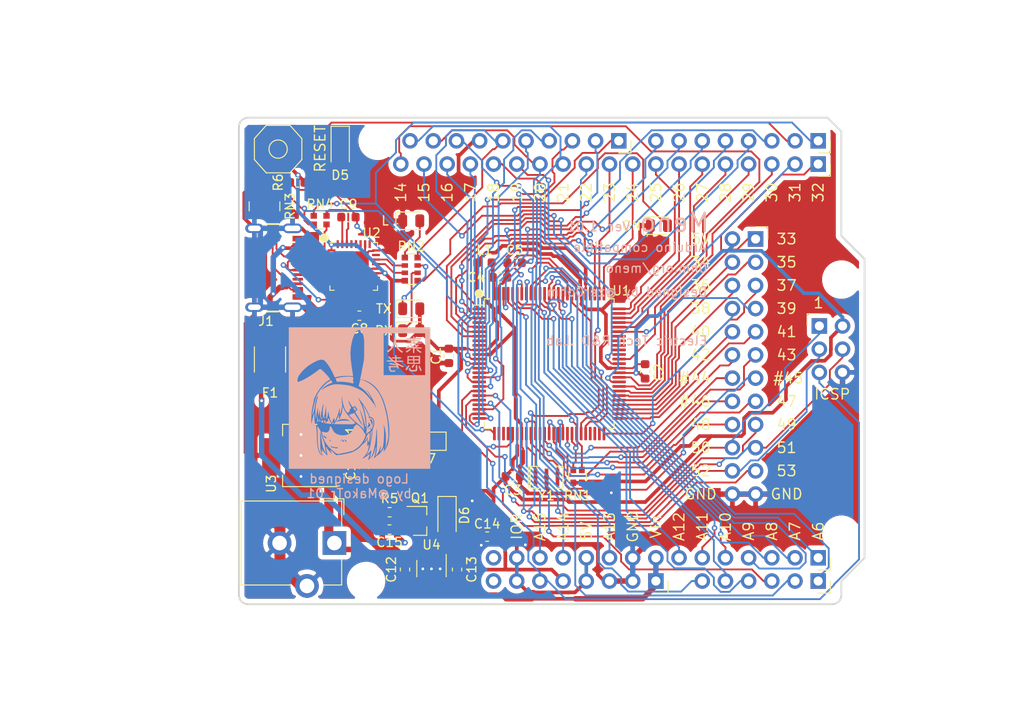
<source format=kicad_pcb>
(kicad_pcb (version 20171130) (host pcbnew "(5.1.6)-1")
  (layers (0 F.Cu signal) (31 B.Cu signal) (34 B.Paste user hide) (35 F.Paste user) (36 B.SilkS user) (37 F.SilkS user) (38 B.Mask user) (39 F.Mask user) (44 Edge.Cuts user))
  (net 0 "")
  (net 1 GND)
  (net 2 AREF)
  (net 3 "Net-(C9-Pad2)")
  (net 4 RST)
  (net 5 VS)
  (net 6 VBUS)
  (net 7 D51)
  (net 8 D52)
  (net 9 D50)
  (net 10 D0)
  (net 11 D14)
  (net 12 D1)
  (net 13 D15)
  (net 14 D2)
  (net 15 D16)
  (net 16 D3)
  (net 17 D17)
  (net 18 D4)
  (net 19 D18)
  (net 20 D5)
  (net 21 D19)
  (net 22 D6)
  (net 23 D20)
  (net 24 D7)
  (net 25 D21)
  (net 26 D22)
  (net 27 D8)
  (net 28 D23)
  (net 29 D9)
  (net 30 D24)
  (net 31 D10)
  (net 32 D25)
  (net 33 D11)
  (net 34 D26)
  (net 35 D12)
  (net 36 D27)
  (net 37 D13)
  (net 38 D28)
  (net 39 D29)
  (net 40 D30)
  (net 41 D31)
  (net 42 D32)
  (net 43 D44)
  (net 44 D33)
  (net 45 D45)
  (net 46 D34)
  (net 47 D46)
  (net 48 D35)
  (net 49 D47)
  (net 50 D36)
  (net 51 D48)
  (net 52 D37)
  (net 53 D49)
  (net 54 D38)
  (net 55 D39)
  (net 56 D40)
  (net 57 D41)
  (net 58 D53)
  (net 59 D42)
  (net 60 D43)
  (net 61 A6)
  (net 62 A5)
  (net 63 A7)
  (net 64 A4)
  (net 65 A8)
  (net 66 A3)
  (net 67 A9)
  (net 68 A2)
  (net 69 A10)
  (net 70 A1)
  (net 71 A11)
  (net 72 A0)
  (net 73 A12)
  (net 74 A13)
  (net 75 A14)
  (net 76 A15)
  (net 77 "Net-(U1-Pad79)")
  (net 78 "Net-(U1-Pad69)")
  (net 79 "Net-(U1-Pad68)")
  (net 80 "Net-(U1-Pad67)")
  (net 81 "Net-(U1-Pad66)")
  (net 82 "Net-(U1-Pad65)")
  (net 83 "Net-(U1-Pad9)")
  (net 84 "Net-(U1-Pad8)")
  (net 85 "Net-(U1-Pad4)")
  (net 86 "Net-(U2-Pad28)")
  (net 87 "Net-(U2-Pad27)")
  (net 88 "Net-(U2-Pad13)")
  (net 89 "Net-(U2-Pad12)")
  (net 90 "Net-(U2-Pad11)")
  (net 91 "Net-(U2-Pad10)")
  (net 92 "Net-(U2-Pad9)")
  (net 93 "Net-(U2-Pad6)")
  (net 94 "Net-(U2-Pad3)")
  (net 95 "Net-(U1-Pad49)")
  (net 96 "Net-(U1-Pad48)")
  (net 97 "Net-(U1-Pad47)")
  (net 98 "Net-(U1-Pad29)")
  (net 99 "Net-(U1-Pad28)")
  (net 100 "Net-(U1-Pad27)")
  (net 101 "Net-(U1-Pad14)")
  (net 102 "Net-(D4-Pad2)")
  (net 103 "Net-(U4-Pad4)")
  (net 104 "Net-(D6-Pad2)")
  (net 105 "Net-(D2-Pad1)")
  (net 106 "Net-(J1-PadA5)")
  (net 107 "Net-(J1-PadA8)")
  (net 108 "Net-(J1-PadB5)")
  (net 109 "Net-(J1-PadB8)")
  (net 110 "Net-(C11-Pad1)")
  (net 111 "Net-(C15-Pad1)")
  (net 112 "Net-(D1-Pad2)")
  (net 113 "Net-(C8-Pad1)")
  (net 114 "Net-(D3-Pad1)")
  (net 115 "Net-(J8-Pad8)")
  (net 116 "Net-(J9-Pad15)")
  (net 117 "Net-(U1-Pad33)")
  (net 118 "Net-(U1-Pad34)")
  (net 119 "Net-(U2-Pad5)")
  (net 120 "Net-(U2-Pad7)")
  (net 121 "Net-(U2-Pad8)")
  (net 122 "Net-(U2-Pad18)")
  (net 123 "Net-(U2-Pad23)")
  (net 124 "Net-(U2-Pad25)")
  (net 125 "Net-(U2-Pad29)")
  (net 126 "Net-(U2-Pad32)")
  (net 127 +5V)
  (net 128 +3V3)
  (net 129 /USB_Regulator_Other/TXLED)
  (net 130 /USB_Regulator_Other/RXLED)
  (net 131 "Net-(C4-Pad1)")
  (net 132 /USB_Regulator_Other/D-)
  (net 133 /USB_Regulator_Other/D+)
  (net 134 "Net-(RN4-Pad4)")
  (net 135 "Net-(RN4-Pad3)")
  (module Connector_BarrelJack:BarrelJack_CUI_PJ-102AH_Horizontal (layer F.Cu) (at 124.72 121.65 270)
    (fp_text reference J3 hide)
    (fp_text value 18742)
    (pad 3 thru_hole circle (at 4.7 3 270) (size 2.6 2.6) (drill 1.6) (layers *.Cu *.Mask) (net 1 GND))
    (pad 2 thru_hole circle (at 0 6 270) (size 2.6 2.6) (drill 1.6) (layers *.Cu *.Mask) (net 1 GND))
    (pad 1 thru_hole rect (at 0 0 270) (size 2.6 2.6) (drill 1.6) (layers *.Cu *.Mask) (net 5 VS))
  )
  (module Resistor_SMD:R_Array_Convex_4x0612 (layer F.Cu) (at 117.07 84.77 270)
    (fp_text reference RN3 (at 0 -2.8 90) (layer F.SilkS))
    (fp_text value 5.1k)
    (pad 1 smd rect (at -0.7 -1.27 270) (size 0.7 0.64) (layers F.Cu F.Paste F.Mask) (net 1 GND))
    (pad 3 smd rect (at -0.7 0.4 270) (size 0.7 0.5) (layers F.Cu F.Paste F.Mask))
    (pad 2 smd rect (at -0.7 -0.4 270) (size 0.7 0.5) (layers F.Cu F.Paste F.Mask) (net 1 GND))
    (pad 4 smd rect (at -0.7 1.27 270) (size 0.7 0.64) (layers F.Cu F.Paste F.Mask))
    (pad 7 smd rect (at 0.7 -0.4 270) (size 0.7 0.5) (layers F.Cu F.Paste F.Mask) (net 108 "Net-(J1-PadB5)"))
    (pad 8 smd rect (at 0.7 -1.27 270) (size 0.7 0.64) (layers F.Cu F.Paste F.Mask) (net 106 "Net-(J1-PadA5)"))
    (pad 6 smd rect (at 0.7 0.4 270) (size 0.7 0.5) (layers F.Cu F.Paste F.Mask))
    (pad 5 smd rect (at 0.7 1.27 270) (size 0.7 0.64) (layers F.Cu F.Paste F.Mask))
  )
  (module Resistor_SMD:R_Array_Convex_2x0606 (layer F.Cu) (at 151.36 114.35 270)
    (fp_text reference RN1 (at 2.1 0 180) (layer F.SilkS))
    (fp_text value 10k)
    (pad 1 smd rect (at -0.7 -0.47 270) (size 0.7 0.64) (layers F.Cu F.Paste F.Mask) (net 23 D20))
    (pad 2 smd rect (at -0.7 0.47 270) (size 0.7 0.64) (layers F.Cu F.Paste F.Mask) (net 25 D21))
    (pad 3 smd rect (at 0.7 0.47 270) (size 0.7 0.64) (layers F.Cu F.Paste F.Mask) (net 127 +5V))
    (pad 4 smd rect (at 0.7 -0.47 270) (size 0.7 0.64) (layers F.Cu F.Paste F.Mask) (net 127 +5V))
  )
  (module Inductor_SMD:L_0603_1608Metric (layer F.Cu) (at 141.16 90.95 180)
    (fp_text reference L1 (at 0 1.4 180) (layer F.SilkS))
    (fp_text value BLM18KG300JH1D)
    (pad 2 smd roundrect (at 0.7875 0 180) (size 0.875 0.95) (layers F.Cu F.Paste F.Mask) (net 127 +5V))
    (pad 1 smd roundrect (at -0.7875 0 180) (size 0.875 0.95) (layers F.Cu F.Paste F.Mask) (net 131 "Net-(C4-Pad1)"))
  )
  (module Crystal:Resonator_SMD_muRata_CSTxExxV-3Pin_3.0x1.1mm (layer F.Cu) (at 147.96 114.45)
    (fp_text reference Y1 (at 0 2 180) (layer F.SilkS))
    (fp_text value CSTNE16M0V530000R0)
    (pad 1 smd rect (at -1.2 0) (size 0.4 1.9) (layers F.Cu F.Paste F.Mask) (net 117 "Net-(U1-Pad33)"))
    (pad 2 smd rect (at 0 0) (size 0.4 1.9) (layers F.Cu F.Paste F.Mask) (net 1 GND))
    (pad 3 smd rect (at 1.2 0) (size 0.4 1.9) (layers F.Cu F.Paste F.Mask) (net 118 "Net-(U1-Pad34)"))
  )
  (module Connector_PinSocket_2.54mm:PinSocket_1x15_P2.54mm_Vertical (layer F.Cu) (at 177.719 123.27 270)
    (fp_text reference J9 hide)
    (fp_text value Conn_01x15)
    (pad 1 thru_hole rect (at 0 0 270) (size 1.7 1.7) (drill 1) (layers *.Cu *.Mask) (net 61 A6))
    (pad 2 thru_hole oval (at 0 2.54 270) (size 1.7 1.7) (drill 1) (layers *.Cu *.Mask) (net 63 A7))
    (pad 3 thru_hole oval (at 0 5.08 270) (size 1.7 1.7) (drill 1) (layers *.Cu *.Mask) (net 65 A8))
    (pad 4 thru_hole oval (at 0 7.62 270) (size 1.7 1.7) (drill 1) (layers *.Cu *.Mask) (net 67 A9))
    (pad 5 thru_hole oval (at 0 10.16 270) (size 1.7 1.7) (drill 1) (layers *.Cu *.Mask) (net 69 A10))
    (pad 6 thru_hole oval (at 0 12.7 270) (size 1.7 1.7) (drill 1) (layers *.Cu *.Mask) (net 71 A11))
    (pad 7 thru_hole oval (at 0 15.24 270) (size 1.7 1.7) (drill 1) (layers *.Cu *.Mask) (net 73 A12))
    (pad 8 thru_hole oval (at 0 17.78 270) (size 1.7 1.7) (drill 1) (layers *.Cu *.Mask) (net 5 VS))
    (pad 9 thru_hole oval (at 0 20.32 270) (size 1.7 1.7) (drill 1) (layers *.Cu *.Mask) (net 1 GND))
    (pad 10 thru_hole oval (at 0 22.86 270) (size 1.7 1.7) (drill 1) (layers *.Cu *.Mask) (net 74 A13))
    (pad 11 thru_hole oval (at 0 25.4 270) (size 1.7 1.7) (drill 1) (layers *.Cu *.Mask) (net 127 +5V))
    (pad 12 thru_hole oval (at 0 27.94 270) (size 1.7 1.7) (drill 1) (layers *.Cu *.Mask) (net 75 A14))
    (pad 13 thru_hole oval (at 0 30.48 270) (size 1.7 1.7) (drill 1) (layers *.Cu *.Mask) (net 76 A15))
    (pad 14 thru_hole oval (at 0 33.02 270) (size 1.7 1.7) (drill 1) (layers *.Cu *.Mask) (net 127 +5V))
    (pad 15 thru_hole oval (at 0 35.56 270) (size 1.7 1.7) (drill 1) (layers *.Cu *.Mask) (net 116 "Net-(J9-Pad15)"))
  )
  (module Connector_PinSocket_2.54mm:PinSocket_1x06_P2.54mm_Vertical (layer F.Cu) (at 177.719 125.815 270)
    (fp_text reference J7 hide)
    (fp_text value Conn_01x06)
    (pad 1 thru_hole rect (at 0 0 270) (size 1.7 1.7) (drill 1) (layers *.Cu *.Mask) (net 62 A5))
    (pad 2 thru_hole oval (at 0 2.54 270) (size 1.7 1.7) (drill 1) (layers *.Cu *.Mask) (net 64 A4))
    (pad 3 thru_hole oval (at 0 5.08 270) (size 1.7 1.7) (drill 1) (layers *.Cu *.Mask) (net 66 A3))
    (pad 4 thru_hole oval (at 0 7.62 270) (size 1.7 1.7) (drill 1) (layers *.Cu *.Mask) (net 68 A2))
    (pad 5 thru_hole oval (at 0 10.16 270) (size 1.7 1.7) (drill 1) (layers *.Cu *.Mask) (net 70 A1))
    (pad 6 thru_hole oval (at 0 12.7 270) (size 1.7 1.7) (drill 1) (layers *.Cu *.Mask) (net 72 A0))
  )
  (module Connector_PinSocket_2.54mm:PinSocket_1x08_P2.54mm_Vertical (layer F.Cu) (at 159.939 125.815 270)
    (fp_text reference J8 hide)
    (fp_text value Conn_01x08)
    (pad 8 thru_hole oval (at 0 17.78 270) (size 1.7 1.7) (drill 1) (layers *.Cu *.Mask) (net 115 "Net-(J8-Pad8)"))
    (pad 7 thru_hole oval (at 0 15.24 270) (size 1.7 1.7) (drill 1) (layers *.Cu *.Mask) (net 127 +5V))
    (pad 6 thru_hole oval (at 0 12.7 270) (size 1.7 1.7) (drill 1) (layers *.Cu *.Mask) (net 4 RST))
    (pad 5 thru_hole oval (at 0 10.16 270) (size 1.7 1.7) (drill 1) (layers *.Cu *.Mask) (net 128 +3V3))
    (pad 4 thru_hole oval (at 0 7.62 270) (size 1.7 1.7) (drill 1) (layers *.Cu *.Mask) (net 127 +5V))
    (pad 3 thru_hole oval (at 0 5.08 270) (size 1.7 1.7) (drill 1) (layers *.Cu *.Mask) (net 1 GND))
    (pad 2 thru_hole oval (at 0 2.54 270) (size 1.7 1.7) (drill 1) (layers *.Cu *.Mask) (net 1 GND))
    (pad 1 thru_hole rect (at 0 0 270) (size 1.7 1.7) (drill 1) (layers *.Cu *.Mask) (net 5 VS))
  )
  (module Connector_PinSocket_2.54mm:PinSocket_1x10_P2.54mm_Vertical (layer F.Cu) (at 155.875 77.5953 270)
    (fp_text reference J5 hide)
    (fp_text value Conn_01x10)
    (pad 1 thru_hole rect (at 0 0 270) (size 1.7 1.7) (drill 1) (layers *.Cu *.Mask) (net 27 D8))
    (pad 2 thru_hole oval (at 0 2.54 270) (size 1.7 1.7) (drill 1) (layers *.Cu *.Mask) (net 29 D9))
    (pad 3 thru_hole oval (at 0 5.08 270) (size 1.7 1.7) (drill 1) (layers *.Cu *.Mask) (net 31 D10))
    (pad 4 thru_hole oval (at 0 7.62 270) (size 1.7 1.7) (drill 1) (layers *.Cu *.Mask) (net 33 D11))
    (pad 5 thru_hole oval (at 0 10.16 270) (size 1.7 1.7) (drill 1) (layers *.Cu *.Mask) (net 35 D12))
    (pad 6 thru_hole oval (at 0 12.7 270) (size 1.7 1.7) (drill 1) (layers *.Cu *.Mask) (net 37 D13))
    (pad 7 thru_hole oval (at 0 15.24 270) (size 1.7 1.7) (drill 1) (layers *.Cu *.Mask) (net 1 GND))
    (pad 8 thru_hole oval (at 0 17.78 270) (size 1.7 1.7) (drill 1) (layers *.Cu *.Mask) (net 2 AREF))
    (pad 9 thru_hole oval (at 0 20.32 270) (size 1.7 1.7) (drill 1) (layers *.Cu *.Mask) (net 23 D20))
    (pad 10 thru_hole oval (at 0 22.86 270) (size 1.7 1.7) (drill 1) (layers *.Cu *.Mask) (net 25 D21))
  )
  (module Connector_PinSocket_2.54mm:PinSocket_1x08_P2.54mm_Vertical (layer F.Cu) (at 177.719 77.5953 270)
    (fp_text reference J4 hide)
    (fp_text value Conn_01x08)
    (pad 1 thru_hole rect (at 0 0 270) (size 1.7 1.7) (drill 1) (layers *.Cu *.Mask) (net 10 D0))
    (pad 2 thru_hole oval (at 0 2.54 270) (size 1.7 1.7) (drill 1) (layers *.Cu *.Mask) (net 12 D1))
    (pad 3 thru_hole oval (at 0 5.08 270) (size 1.7 1.7) (drill 1) (layers *.Cu *.Mask) (net 14 D2))
    (pad 4 thru_hole oval (at 0 7.62 270) (size 1.7 1.7) (drill 1) (layers *.Cu *.Mask) (net 16 D3))
    (pad 5 thru_hole oval (at 0 10.16 270) (size 1.7 1.7) (drill 1) (layers *.Cu *.Mask) (net 18 D4))
    (pad 6 thru_hole oval (at 0 12.7 270) (size 1.7 1.7) (drill 1) (layers *.Cu *.Mask) (net 20 D5))
    (pad 7 thru_hole oval (at 0 15.24 270) (size 1.7 1.7) (drill 1) (layers *.Cu *.Mask) (net 22 D6))
    (pad 8 thru_hole oval (at 0 17.78 270) (size 1.7 1.7) (drill 1) (layers *.Cu *.Mask) (net 24 D7))
  )
  (module Connector_PinSocket_2.54mm:PinSocket_1x19_P2.54mm_Vertical (layer F.Cu) (at 177.719 80.14 270)
    (fp_text reference J6 hide)
    (fp_text value Conn_01x19)
    (pad 1 thru_hole rect (at 0 0 270) (size 1.7 1.7) (drill 1) (layers *.Cu *.Mask) (net 42 D32))
    (pad 2 thru_hole oval (at 0 2.54 270) (size 1.7 1.7) (drill 1) (layers *.Cu *.Mask) (net 41 D31))
    (pad 3 thru_hole oval (at 0 5.08 270) (size 1.7 1.7) (drill 1) (layers *.Cu *.Mask) (net 40 D30))
    (pad 4 thru_hole oval (at 0 7.62 270) (size 1.7 1.7) (drill 1) (layers *.Cu *.Mask) (net 39 D29))
    (pad 5 thru_hole oval (at 0 10.16 270) (size 1.7 1.7) (drill 1) (layers *.Cu *.Mask) (net 38 D28))
    (pad 6 thru_hole oval (at 0 12.7 270) (size 1.7 1.7) (drill 1) (layers *.Cu *.Mask) (net 36 D27))
    (pad 7 thru_hole oval (at 0 15.24 270) (size 1.7 1.7) (drill 1) (layers *.Cu *.Mask) (net 34 D26))
    (pad 8 thru_hole oval (at 0 17.78 270) (size 1.7 1.7) (drill 1) (layers *.Cu *.Mask) (net 32 D25))
    (pad 9 thru_hole oval (at 0 20.32 270) (size 1.7 1.7) (drill 1) (layers *.Cu *.Mask) (net 30 D24))
    (pad 10 thru_hole oval (at 0 22.86 270) (size 1.7 1.7) (drill 1) (layers *.Cu *.Mask) (net 28 D23))
    (pad 11 thru_hole oval (at 0 25.4 270) (size 1.7 1.7) (drill 1) (layers *.Cu *.Mask) (net 26 D22))
    (pad 12 thru_hole oval (at 0 27.94 270) (size 1.7 1.7) (drill 1) (layers *.Cu *.Mask) (net 25 D21))
    (pad 13 thru_hole oval (at 0 30.48 270) (size 1.7 1.7) (drill 1) (layers *.Cu *.Mask) (net 23 D20))
    (pad 14 thru_hole oval (at 0 33.02 270) (size 1.7 1.7) (drill 1) (layers *.Cu *.Mask) (net 21 D19))
    (pad 15 thru_hole oval (at 0 35.56 270) (size 1.7 1.7) (drill 1) (layers *.Cu *.Mask) (net 19 D18))
    (pad 16 thru_hole oval (at 0 38.1 270) (size 1.7 1.7) (drill 1) (layers *.Cu *.Mask) (net 17 D17))
    (pad 17 thru_hole oval (at 0 40.64 270) (size 1.7 1.7) (drill 1) (layers *.Cu *.Mask) (net 15 D16))
    (pad 18 thru_hole oval (at 0 43.18 270) (size 1.7 1.7) (drill 1) (layers *.Cu *.Mask) (net 13 D15))
    (pad 19 thru_hole oval (at 0 45.72 270) (size 1.7 1.7) (drill 1) (layers *.Cu *.Mask) (net 11 D14))
  )
  (module Connector_PinHeader_2.54mm:PinHeader_2x03_P2.54mm_Vertical (layer F.Cu) (at 177.845 97.8753)
    (fp_text reference J2 hide)
    (fp_text value AVR-ISP-6)
    (pad 1 thru_hole rect (at 0 0) (size 1.7 1.7) (drill 1) (layers *.Cu *.Mask) (net 9 D50))
    (pad 2 thru_hole oval (at 2.54 0) (size 1.7 1.7) (drill 1) (layers *.Cu *.Mask) (net 127 +5V))
    (pad 3 thru_hole oval (at 0 2.54) (size 1.7 1.7) (drill 1) (layers *.Cu *.Mask) (net 8 D52))
    (pad 4 thru_hole oval (at 2.54 2.54) (size 1.7 1.7) (drill 1) (layers *.Cu *.Mask) (net 7 D51))
    (pad 5 thru_hole oval (at 0 5.08) (size 1.7 1.7) (drill 1) (layers *.Cu *.Mask) (net 4 RST))
    (pad 6 thru_hole oval (at 2.54 5.08) (size 1.7 1.7) (drill 1) (layers *.Cu *.Mask) (net 1 GND))
  )
  (module Connector_PinSocket_2.54mm:PinSocket_2x12_P2.54mm_Vertical (layer F.Cu) (at 170.86 88.35)
    (fp_text reference J10 hide)
    (fp_text value Conn_02x12)
    (pad 1 thru_hole rect (at 0 0) (size 1.7 1.7) (drill 1) (layers *.Cu *.Mask) (net 44 D33))
    (pad 2 thru_hole oval (at -2.54 0) (size 1.7 1.7) (drill 1) (layers *.Cu *.Mask) (net 127 +5V))
    (pad 3 thru_hole oval (at 0 2.54) (size 1.7 1.7) (drill 1) (layers *.Cu *.Mask) (net 48 D35))
    (pad 4 thru_hole oval (at -2.54 2.54) (size 1.7 1.7) (drill 1) (layers *.Cu *.Mask) (net 46 D34))
    (pad 5 thru_hole oval (at 0 5.08) (size 1.7 1.7) (drill 1) (layers *.Cu *.Mask) (net 52 D37))
    (pad 6 thru_hole oval (at -2.54 5.08) (size 1.7 1.7) (drill 1) (layers *.Cu *.Mask) (net 50 D36))
    (pad 7 thru_hole oval (at 0 7.62) (size 1.7 1.7) (drill 1) (layers *.Cu *.Mask) (net 55 D39))
    (pad 8 thru_hole oval (at -2.54 7.62) (size 1.7 1.7) (drill 1) (layers *.Cu *.Mask) (net 54 D38))
    (pad 9 thru_hole oval (at 0 10.16) (size 1.7 1.7) (drill 1) (layers *.Cu *.Mask) (net 57 D41))
    (pad 10 thru_hole oval (at -2.54 10.16) (size 1.7 1.7) (drill 1) (layers *.Cu *.Mask) (net 56 D40))
    (pad 11 thru_hole oval (at 0 12.7) (size 1.7 1.7) (drill 1) (layers *.Cu *.Mask) (net 60 D43))
    (pad 12 thru_hole oval (at -2.54 12.7) (size 1.7 1.7) (drill 1) (layers *.Cu *.Mask) (net 59 D42))
    (pad 13 thru_hole oval (at 0 15.24) (size 1.7 1.7) (drill 1) (layers *.Cu *.Mask) (net 45 D45))
    (pad 14 thru_hole oval (at -2.54 15.24) (size 1.7 1.7) (drill 1) (layers *.Cu *.Mask) (net 43 D44))
    (pad 15 thru_hole oval (at 0 17.78) (size 1.7 1.7) (drill 1) (layers *.Cu *.Mask) (net 49 D47))
    (pad 16 thru_hole oval (at -2.54 17.78) (size 1.7 1.7) (drill 1) (layers *.Cu *.Mask) (net 47 D46))
    (pad 17 thru_hole oval (at 0 20.32) (size 1.7 1.7) (drill 1) (layers *.Cu *.Mask) (net 53 D49))
    (pad 18 thru_hole oval (at -2.54 20.32) (size 1.7 1.7) (drill 1) (layers *.Cu *.Mask) (net 51 D48))
    (pad 19 thru_hole oval (at 0 22.86) (size 1.7 1.7) (drill 1) (layers *.Cu *.Mask) (net 7 D51))
    (pad 20 thru_hole oval (at -2.54 22.86) (size 1.7 1.7) (drill 1) (layers *.Cu *.Mask) (net 9 D50))
    (pad 21 thru_hole oval (at 0 25.4) (size 1.7 1.7) (drill 1) (layers *.Cu *.Mask) (net 58 D53))
    (pad 22 thru_hole oval (at -2.54 25.4) (size 1.7 1.7) (drill 1) (layers *.Cu *.Mask) (net 8 D52))
    (pad 23 thru_hole oval (at 0 27.94) (size 1.7 1.7) (drill 1) (layers *.Cu *.Mask) (net 1 GND))
    (pad 24 thru_hole oval (at -2.54 27.94) (size 1.7 1.7) (drill 1) (layers *.Cu *.Mask) (net 1 GND))
  )
  (module "PTS526 SM15 SMTR2 LFS:PTS526_SM15_SMTR2_LFS" (layer F.Cu) (at 115.56 76.65)
    (fp_text reference SW1 hide)
    (fp_text value "PTS526 SM15 SMTR2 LFS" hide)
    (pad 1 smd rect (at 0 0) (size 1 0.7) (layers F.Cu F.Paste F.Mask) (net 1 GND))
    (pad 3 smd rect (at 0 3.7) (size 1 0.7) (layers F.Cu F.Paste F.Mask))
    (pad 2 smd rect (at 6 0) (size 1 0.7) (layers F.Cu F.Paste F.Mask) (net 1 GND))
    (pad 4 smd rect (at 6 3.7) (size 1 0.7) (layers F.Cu F.Paste F.Mask) (net 4 RST))
  )
  (module Package_QFP:TQFP-100_14x14mm_P0.5mm (layer F.Cu) (at 148.25 102)
    (fp_text reference U1 (at 7.92 -7.99 unlocked) (layer F.SilkS))
    (fp_text value ATmega2560-16AUR)
    (pad 1 smd roundrect (at -7.6625 -6) (size 1.475 0.3) (layers F.Cu F.Paste F.Mask) (net 18 D4))
    (pad 2 smd roundrect (at -7.6625 -5.5) (size 1.475 0.3) (layers F.Cu F.Paste F.Mask) (net 10 D0))
    (pad 3 smd roundrect (at -7.6625 -5) (size 1.475 0.3) (layers F.Cu F.Paste F.Mask) (net 12 D1))
    (pad 4 smd roundrect (at -7.6625 -4.5) (size 1.475 0.3) (layers F.Cu F.Paste F.Mask) (net 85 "Net-(U1-Pad4)"))
    (pad 5 smd roundrect (at -7.6625 -4) (size 1.475 0.3) (layers F.Cu F.Paste F.Mask) (net 20 D5))
    (pad 6 smd roundrect (at -7.6625 -3.5) (size 1.475 0.3) (layers F.Cu F.Paste F.Mask) (net 14 D2))
    (pad 7 smd roundrect (at -7.6625 -3) (size 1.475 0.3) (layers F.Cu F.Paste F.Mask) (net 16 D3))
    (pad 8 smd roundrect (at -7.6625 -2.5) (size 1.475 0.3) (layers F.Cu F.Paste F.Mask) (net 84 "Net-(U1-Pad8)"))
    (pad 9 smd roundrect (at -7.6625 -2) (size 1.475 0.3) (layers F.Cu F.Paste F.Mask) (net 83 "Net-(U1-Pad9)"))
    (pad 10 smd roundrect (at -7.6625 -1.5) (size 1.475 0.3) (layers F.Cu F.Paste F.Mask) (net 127 +5V))
    (pad 11 smd roundrect (at -7.6625 -1) (size 1.475 0.3) (layers F.Cu F.Paste F.Mask) (net 1 GND))
    (pad 12 smd roundrect (at -7.6625 -0.5) (size 1.475 0.3) (layers F.Cu F.Paste F.Mask) (net 17 D17))
    (pad 13 smd roundrect (at -7.6625 0) (size 1.475 0.3) (layers F.Cu F.Paste F.Mask) (net 15 D16))
    (pad 14 smd roundrect (at -7.6625 0.5) (size 1.475 0.3) (layers F.Cu F.Paste F.Mask) (net 101 "Net-(U1-Pad14)"))
    (pad 15 smd roundrect (at -7.6625 1) (size 1.475 0.3) (layers F.Cu F.Paste F.Mask) (net 22 D6))
    (pad 16 smd roundrect (at -7.6625 1.5) (size 1.475 0.3) (layers F.Cu F.Paste F.Mask) (net 24 D7))
    (pad 17 smd roundrect (at -7.6625 2) (size 1.475 0.3) (layers F.Cu F.Paste F.Mask) (net 27 D8))
    (pad 18 smd roundrect (at -7.6625 2.5) (size 1.475 0.3) (layers F.Cu F.Paste F.Mask) (net 29 D9))
    (pad 19 smd roundrect (at -7.6625 3) (size 1.475 0.3) (layers F.Cu F.Paste F.Mask) (net 58 D53))
    (pad 20 smd roundrect (at -7.6625 3.5) (size 1.475 0.3) (layers F.Cu F.Paste F.Mask) (net 8 D52))
    (pad 21 smd roundrect (at -7.6625 4) (size 1.475 0.3) (layers F.Cu F.Paste F.Mask) (net 7 D51))
    (pad 22 smd roundrect (at -7.6625 4.5) (size 1.475 0.3) (layers F.Cu F.Paste F.Mask) (net 9 D50))
    (pad 23 smd roundrect (at -7.6625 5) (size 1.475 0.3) (layers F.Cu F.Paste F.Mask) (net 31 D10))
    (pad 24 smd roundrect (at -7.6625 5.5) (size 1.475 0.3) (layers F.Cu F.Paste F.Mask) (net 33 D11))
    (pad 25 smd roundrect (at -7.6625 6) (size 1.475 0.3) (layers F.Cu F.Paste F.Mask) (net 35 D12))
    (pad 26 smd roundrect (at -6 7.6625) (size 0.3 1.475) (layers F.Cu F.Paste F.Mask) (net 37 D13))
    (pad 27 smd roundrect (at -5.5 7.6625) (size 0.3 1.475) (layers F.Cu F.Paste F.Mask) (net 100 "Net-(U1-Pad27)"))
    (pad 28 smd roundrect (at -5 7.6625) (size 0.3 1.475) (layers F.Cu F.Paste F.Mask) (net 99 "Net-(U1-Pad28)"))
    (pad 29 smd roundrect (at -4.5 7.6625) (size 0.3 1.475) (layers F.Cu F.Paste F.Mask) (net 98 "Net-(U1-Pad29)"))
    (pad 30 smd roundrect (at -4 7.6625) (size 0.3 1.475) (layers F.Cu F.Paste F.Mask) (net 4 RST))
    (pad 31 smd roundrect (at -3.5 7.6625) (size 0.3 1.475) (layers F.Cu F.Paste F.Mask) (net 127 +5V))
    (pad 32 smd roundrect (at -3 7.6625) (size 0.3 1.475) (layers F.Cu F.Paste F.Mask) (net 1 GND))
    (pad 33 smd roundrect (at -2.5 7.6625) (size 0.3 1.475) (layers F.Cu F.Paste F.Mask) (net 117 "Net-(U1-Pad33)"))
    (pad 34 smd roundrect (at -2 7.6625) (size 0.3 1.475) (layers F.Cu F.Paste F.Mask) (net 118 "Net-(U1-Pad34)"))
    (pad 35 smd roundrect (at -1.5 7.6625) (size 0.3 1.475) (layers F.Cu F.Paste F.Mask) (net 53 D49))
    (pad 36 smd roundrect (at -1 7.6625) (size 0.3 1.475) (layers F.Cu F.Paste F.Mask) (net 51 D48))
    (pad 37 smd roundrect (at -0.5 7.6625) (size 0.3 1.475) (layers F.Cu F.Paste F.Mask) (net 49 D47))
    (pad 38 smd roundrect (at 0 7.6625) (size 0.3 1.475) (layers F.Cu F.Paste F.Mask) (net 47 D46))
    (pad 39 smd roundrect (at 0.5 7.6625) (size 0.3 1.475) (layers F.Cu F.Paste F.Mask) (net 45 D45))
    (pad 40 smd roundrect (at 1 7.6625) (size 0.3 1.475) (layers F.Cu F.Paste F.Mask) (net 43 D44))
    (pad 41 smd roundrect (at 1.5 7.6625) (size 0.3 1.475) (layers F.Cu F.Paste F.Mask) (net 60 D43))
    (pad 42 smd roundrect (at 2 7.6625) (size 0.3 1.475) (layers F.Cu F.Paste F.Mask) (net 59 D42))
    (pad 43 smd roundrect (at 2.5 7.6625) (size 0.3 1.475) (layers F.Cu F.Paste F.Mask) (net 25 D21))
    (pad 44 smd roundrect (at 3 7.6625) (size 0.3 1.475) (layers F.Cu F.Paste F.Mask) (net 23 D20))
    (pad 45 smd roundrect (at 3.5 7.6625) (size 0.3 1.475) (layers F.Cu F.Paste F.Mask) (net 21 D19))
    (pad 46 smd roundrect (at 4 7.6625) (size 0.3 1.475) (layers F.Cu F.Paste F.Mask) (net 19 D18))
    (pad 47 smd roundrect (at 4.5 7.6625) (size 0.3 1.475) (layers F.Cu F.Paste F.Mask) (net 97 "Net-(U1-Pad47)"))
    (pad 48 smd roundrect (at 5 7.6625) (size 0.3 1.475) (layers F.Cu F.Paste F.Mask) (net 96 "Net-(U1-Pad48)"))
    (pad 49 smd roundrect (at 5.5 7.6625) (size 0.3 1.475) (layers F.Cu F.Paste F.Mask) (net 95 "Net-(U1-Pad49)"))
    (pad 50 smd roundrect (at 6 7.6625) (size 0.3 1.475) (layers F.Cu F.Paste F.Mask) (net 54 D38))
    (pad 51 smd roundrect (at 7.6625 6) (size 1.475 0.3) (layers F.Cu F.Paste F.Mask) (net 57 D41))
    (pad 52 smd roundrect (at 7.6625 5.5) (size 1.475 0.3) (layers F.Cu F.Paste F.Mask) (net 56 D40))
    (pad 53 smd roundrect (at 7.6625 5) (size 1.475 0.3) (layers F.Cu F.Paste F.Mask) (net 52 D37))
    (pad 54 smd roundrect (at 7.6625 4.5) (size 1.475 0.3) (layers F.Cu F.Paste F.Mask) (net 50 D36))
    (pad 55 smd roundrect (at 7.6625 4) (size 1.475 0.3) (layers F.Cu F.Paste F.Mask) (net 48 D35))
    (pad 56 smd roundrect (at 7.6625 3.5) (size 1.475 0.3) (layers F.Cu F.Paste F.Mask) (net 46 D34))
    (pad 57 smd roundrect (at 7.6625 3) (size 1.475 0.3) (layers F.Cu F.Paste F.Mask) (net 44 D33))
    (pad 58 smd roundrect (at 7.6625 2.5) (size 1.475 0.3) (layers F.Cu F.Paste F.Mask) (net 42 D32))
    (pad 59 smd roundrect (at 7.6625 2) (size 1.475 0.3) (layers F.Cu F.Paste F.Mask) (net 41 D31))
    (pad 60 smd roundrect (at 7.6625 1.5) (size 1.475 0.3) (layers F.Cu F.Paste F.Mask) (net 40 D30))
    (pad 61 smd roundrect (at 7.6625 1) (size 1.475 0.3) (layers F.Cu F.Paste F.Mask) (net 127 +5V))
    (pad 62 smd roundrect (at 7.6625 0.5) (size 1.475 0.3) (layers F.Cu F.Paste F.Mask) (net 1 GND))
    (pad 63 smd roundrect (at 7.6625 0) (size 1.475 0.3) (layers F.Cu F.Paste F.Mask) (net 13 D15))
    (pad 64 smd roundrect (at 7.6625 -0.5) (size 1.475 0.3) (layers F.Cu F.Paste F.Mask) (net 11 D14))
    (pad 65 smd roundrect (at 7.6625 -1) (size 1.475 0.3) (layers F.Cu F.Paste F.Mask) (net 82 "Net-(U1-Pad65)"))
    (pad 66 smd roundrect (at 7.6625 -1.5) (size 1.475 0.3) (layers F.Cu F.Paste F.Mask) (net 81 "Net-(U1-Pad66)"))
    (pad 67 smd roundrect (at 7.6625 -2) (size 1.475 0.3) (layers F.Cu F.Paste F.Mask) (net 80 "Net-(U1-Pad67)"))
    (pad 68 smd roundrect (at 7.6625 -2.5) (size 1.475 0.3) (layers F.Cu F.Paste F.Mask) (net 79 "Net-(U1-Pad68)"))
    (pad 69 smd roundrect (at 7.6625 -3) (size 1.475 0.3) (layers F.Cu F.Paste F.Mask) (net 78 "Net-(U1-Pad69)"))
    (pad 70 smd roundrect (at 7.6625 -3.5) (size 1.475 0.3) (layers F.Cu F.Paste F.Mask) (net 55 D39))
    (pad 71 smd roundrect (at 7.6625 -4) (size 1.475 0.3) (layers F.Cu F.Paste F.Mask) (net 39 D29))
    (pad 72 smd roundrect (at 7.6625 -4.5) (size 1.475 0.3) (layers F.Cu F.Paste F.Mask) (net 38 D28))
    (pad 73 smd roundrect (at 7.6625 -5) (size 1.475 0.3) (layers F.Cu F.Paste F.Mask) (net 36 D27))
    (pad 74 smd roundrect (at 7.6625 -5.5) (size 1.475 0.3) (layers F.Cu F.Paste F.Mask) (net 34 D26))
    (pad 75 smd roundrect (at 7.6625 -6) (size 1.475 0.3) (layers F.Cu F.Paste F.Mask) (net 32 D25))
    (pad 76 smd roundrect (at 6 -7.6625) (size 0.3 1.475) (layers F.Cu F.Paste F.Mask) (net 30 D24))
    (pad 77 smd roundrect (at 5.5 -7.6625) (size 0.3 1.475) (layers F.Cu F.Paste F.Mask) (net 28 D23))
    (pad 78 smd roundrect (at 5 -7.6625) (size 0.3 1.475) (layers F.Cu F.Paste F.Mask) (net 26 D22))
    (pad 79 smd roundrect (at 4.5 -7.6625) (size 0.3 1.475) (layers F.Cu F.Paste F.Mask) (net 77 "Net-(U1-Pad79)"))
    (pad 80 smd roundrect (at 4 -7.6625) (size 0.3 1.475) (layers F.Cu F.Paste F.Mask) (net 127 +5V))
    (pad 81 smd roundrect (at 3.5 -7.6625) (size 0.3 1.475) (layers F.Cu F.Paste F.Mask) (net 1 GND))
    (pad 82 smd roundrect (at 3 -7.6625) (size 0.3 1.475) (layers F.Cu F.Paste F.Mask) (net 76 A15))
    (pad 83 smd roundrect (at 2.5 -7.6625) (size 0.3 1.475) (layers F.Cu F.Paste F.Mask) (net 75 A14))
    (pad 84 smd roundrect (at 2 -7.6625) (size 0.3 1.475) (layers F.Cu F.Paste F.Mask) (net 74 A13))
    (pad 85 smd roundrect (at 1.5 -7.6625) (size 0.3 1.475) (layers F.Cu F.Paste F.Mask) (net 73 A12))
    (pad 86 smd roundrect (at 1 -7.6625) (size 0.3 1.475) (layers F.Cu F.Paste F.Mask) (net 71 A11))
    (pad 87 smd roundrect (at 0.5 -7.6625) (size 0.3 1.475) (layers F.Cu F.Paste F.Mask) (net 69 A10))
    (pad 88 smd roundrect (at 0 -7.6625) (size 0.3 1.475) (layers F.Cu F.Paste F.Mask) (net 67 A9))
    (pad 89 smd roundrect (at -0.5 -7.6625) (size 0.3 1.475) (layers F.Cu F.Paste F.Mask) (net 65 A8))
    (pad 90 smd roundrect (at -1 -7.6625) (size 0.3 1.475) (layers F.Cu F.Paste F.Mask) (net 63 A7))
    (pad 91 smd roundrect (at -1.5 -7.6625) (size 0.3 1.475) (layers F.Cu F.Paste F.Mask) (net 61 A6))
    (pad 92 smd roundrect (at -2 -7.6625) (size 0.3 1.475) (layers F.Cu F.Paste F.Mask) (net 62 A5))
    (pad 93 smd roundrect (at -2.5 -7.6625) (size 0.3 1.475) (layers F.Cu F.Paste F.Mask) (net 64 A4))
    (pad 94 smd roundrect (at -3 -7.6625) (size 0.3 1.475) (layers F.Cu F.Paste F.Mask) (net 66 A3))
    (pad 95 smd roundrect (at -3.5 -7.6625) (size 0.3 1.475) (layers F.Cu F.Paste F.Mask) (net 68 A2))
    (pad 96 smd roundrect (at -4 -7.6625) (size 0.3 1.475) (layers F.Cu F.Paste F.Mask) (net 70 A1))
    (pad 97 smd roundrect (at -4.5 -7.6625) (size 0.3 1.475) (layers F.Cu F.Paste F.Mask) (net 72 A0))
    (pad 98 smd roundrect (at -5 -7.6625) (size 0.3 1.475) (layers F.Cu F.Paste F.Mask) (net 2 AREF))
    (pad 99 smd roundrect (at -5.5 -7.6625) (size 0.3 1.475) (layers F.Cu F.Paste F.Mask) (net 1 GND))
    (pad 100 smd roundrect (at -6 -7.6625) (size 0.3 1.475) (layers F.Cu F.Paste F.Mask) (net 131 "Net-(C4-Pad1)"))
  )
  (module 5077CR-16SMC2-BK-TR:GCT_USB4105-GF-A (layer F.Cu) (at 115.96 91.5 270)
    (fp_text reference J1 (at 5.85 -1.28 180) (layer F.SilkS))
    (fp_text value 5077CR-16SMC2)
    (pad G1 thru_hole oval (at -4.32 0 270) (size 1 2) (drill oval 0.6 1.4) (layers *.Cu *.Mask) (net 1 GND))
    (pad G2 thru_hole oval (at 4.32 0 270) (size 1 2) (drill oval 0.6 1.4) (layers *.Cu *.Mask) (net 1 GND))
    (pad G3 thru_hole oval (at -4.32 -4.18 270) (size 1.05 2.1) (drill oval 0.6 1.7) (layers *.Cu *.Mask) (net 1 GND))
    (pad G4 thru_hole oval (at 4.32 -4.18 270) (size 1.05 2.1) (drill oval 0.6 1.7) (layers *.Cu *.Mask) (net 1 GND))
    (pad "" np_thru_hole circle (at 2.89 -3.65 270) (size 0.65 0.65) (drill 0.65) (layers *.Cu *.Mask))
    (pad "" np_thru_hole circle (at -2.89 -3.65 270) (size 0.65 0.65) (drill 0.65) (layers *.Cu *.Mask))
    (pad A1/B12 smd rect (at -3.2 -4.755 270) (size 0.6 1.15) (layers F.Cu F.Paste F.Mask) (net 1 GND))
    (pad B1/A12 smd rect (at 3.2 -4.755 270) (size 0.6 1.15) (layers F.Cu F.Paste F.Mask) (net 1 GND))
    (pad A4/B9 smd rect (at -2.4 -4.755 270) (size 0.6 1.15) (layers F.Cu F.Paste F.Mask) (net 6 VBUS))
    (pad B4/A9 smd rect (at 2.4 -4.755 270) (size 0.6 1.15) (layers F.Cu F.Paste F.Mask) (net 6 VBUS))
    (pad A7 smd rect (at 0.25 -4.755 270) (size 0.3 1.15) (layers F.Cu F.Paste F.Mask) (net 132 /USB_Regulator_Other/D-))
    (pad A6 smd rect (at -0.25 -4.755 270) (size 0.3 1.15) (layers F.Cu F.Paste F.Mask) (net 133 /USB_Regulator_Other/D+))
    (pad B6 smd rect (at 0.75 -4.755 270) (size 0.3 1.15) (layers F.Cu F.Paste F.Mask) (net 133 /USB_Regulator_Other/D+))
    (pad A8 smd rect (at 1.25 -4.755 270) (size 0.3 1.15) (layers F.Cu F.Paste F.Mask) (net 107 "Net-(J1-PadA8)"))
    (pad B5 smd rect (at 1.75 -4.755 270) (size 0.3 1.15) (layers F.Cu F.Paste F.Mask) (net 108 "Net-(J1-PadB5)"))
    (pad B7 smd rect (at -0.75 -4.755 270) (size 0.3 1.15) (layers F.Cu F.Paste F.Mask) (net 132 /USB_Regulator_Other/D-))
    (pad A5 smd rect (at -1.25 -4.755 270) (size 0.3 1.15) (layers F.Cu F.Paste F.Mask) (net 106 "Net-(J1-PadA5)"))
    (pad B8 smd rect (at -1.75 -4.755 270) (size 0.3 1.15) (layers F.Cu F.Paste F.Mask) (net 109 "Net-(J1-PadB8)"))
  )
  (module Mount_TH_3.2mm_NoWasher:Mount_TH_3.2mm_NoWasher (layer F.Cu) (at 129.26 70.85)
    (fp_text reference MH3 hide)
    (fp_text value Mount_TH_3.2mm_NoWasher hide)
    (pad "" np_thru_hole circle (at 0.19921 6.745283) (size 3.2 3.2) (drill 3.2) (layers *.Cu *.Mask))
  )
  (module Mount_TH_3.2mm_NoWasher:Mount_TH_3.2mm_NoWasher (layer F.Cu) (at 185.76 92.85)
    (fp_text reference MH1 hide)
    (fp_text value Mount_TH_3.2mm_NoWasher)
    (pad "" np_thru_hole circle (at -5.501688 -0.054717) (size 3.2 3.2) (drill 3.2) (layers *.Cu *.Mask))
  )
  (module Mount_TH_3.2mm_NoWasher:Mount_TH_3.2mm_NoWasher (layer F.Cu) (at 185.76 120.735)
    (fp_text reference MH2 hide)
    (fp_text value Mount_TH_3.2mm_NoWasher)
    (pad "" np_thru_hole circle (at -5.501688 0) (size 3.2 3.2) (drill 3.2) (layers *.Cu *.Mask))
  )
  (module Mount_TH_3.2mm_NoWasher:Mount_TH_3.2mm_NoWasher (layer F.Cu) (at 128.26 131.85)
    (fp_text reference MH4 hide)
    (fp_text value Mount_TH_3.2mm_NoWasher)
    (pad "" np_thru_hole circle (at -0.07079 -6.034717) (size 3.2 3.2) (drill 3.2) (layers *.Cu *.Mask))
  )
  (module amateur_intent:amateur_intent_820dpi (layer B.Cu) (at 127.48 105.77 180)
    (fp_text reference ZLS1 hide)
    (fp_text value "Amateur Intent Logo (Designed by @MakoTr_01)" hide)
  )
  (module Package_TO_SOT_SMD:SOT-223-3_TabPin2 (layer F.Cu) (at 120.96 112.06 180)
    (fp_text reference U3 (at 3.15 -3.1 90) (layer F.SilkS))
    (fp_text value LM340MPX-5.0/NOPB)
    (pad 1 smd rect (at -3.15 -2.3 180) (size 2 1.5) (layers F.Cu F.Paste F.Mask) (net 5 VS))
    (pad 3 smd rect (at -3.15 2.3 180) (size 2 1.5) (layers F.Cu F.Paste F.Mask) (net 110 "Net-(C11-Pad1)"))
    (pad 2 smd rect (at -3.15 0 180) (size 2 1.5) (layers F.Cu F.Paste F.Mask) (net 1 GND))
    (pad 2 smd rect (at 3.15 0 180) (size 2 3.8) (layers F.Cu F.Paste F.Mask) (net 1 GND))
  )
  (module LED_SMD:LED_0805_2012Metric (layer F.Cu) (at 133.14 86.35)
    (fp_text reference D1 hide)
    (fp_text value PG1112H-TR)
    (pad 1 smd roundrect (at -0.9375 0) (size 0.975 1.4) (layers F.Cu F.Paste F.Mask) (net 1 GND))
    (pad 2 smd roundrect (at 0.9375 0) (size 0.975 1.4) (layers F.Cu F.Paste F.Mask) (net 112 "Net-(D1-Pad2)"))
  )
  (module LED_SMD:LED_0805_2012Metric (layer F.Cu) (at 133.14 95.99)
    (fp_text reference D2 hide)
    (fp_text value PG1112H-TR)
    (pad 1 smd roundrect (at -0.9375 0) (size 0.975 1.4) (layers F.Cu F.Paste F.Mask) (net 105 "Net-(D2-Pad1)"))
    (pad 2 smd roundrect (at 0.9375 0) (size 0.975 1.4) (layers F.Cu F.Paste F.Mask) (net 127 +5V))
  )
  (module LED_SMD:LED_0805_2012Metric (layer F.Cu) (at 133.14 98.39)
    (fp_text reference D3 hide)
    (fp_text value PG1112H-TR)
    (pad 2 smd roundrect (at 0.9375 0) (size 0.975 1.4) (layers F.Cu F.Paste F.Mask) (net 127 +5V))
    (pad 1 smd roundrect (at -0.9375 0) (size 0.975 1.4) (layers F.Cu F.Paste F.Mask) (net 114 "Net-(D3-Pad1)"))
  )
  (module LED_SMD:LED_0805_2012Metric (layer F.Cu) (at 160.27 86.88)
    (fp_text reference D4 hide)
    (fp_text value PG1112H-TR)
    (pad 2 smd roundrect (at 0.9375 0) (size 0.975 1.4) (layers F.Cu F.Paste F.Mask) (net 102 "Net-(D4-Pad2)"))
    (pad 1 smd roundrect (at -0.9375 0) (size 0.975 1.4) (layers F.Cu F.Paste F.Mask) (net 1 GND))
  )
  (module Fuse:Fuse_1812_4532Metric (layer F.Cu) (at 117.67 101.55 90)
    (fp_text reference F1 (at -3.65 0 180) (layer F.SilkS))
    (fp_text value MF-MSMF050-2)
    (pad 1 smd roundrect (at -2.1375 0 90) (size 1.125 3.4) (layers F.Cu F.Paste F.Mask) (roundrect_rratio 0.222222) (net 111 "Net-(C15-Pad1)"))
    (pad 2 smd roundrect (at 2.1375 0 90) (size 1.125 3.4) (layers F.Cu F.Paste F.Mask) (roundrect_rratio 0.222222) (net 6 VBUS))
  )
  (module Capacitor_SMD:C_0603_1608Metric (layer F.Cu) (at 127.46 96.75 180)
    (fp_text reference C8 (at 0 -1.43) (layer F.SilkS))
    (fp_text value 0.1u)
    (pad 1 smd roundrect (at -0.7875 0 180) (size 0.875 0.95) (layers F.Cu F.Paste F.Mask) (net 113 "Net-(C8-Pad1)"))
    (pad 2 smd roundrect (at 0.7875 0 180) (size 0.875 0.95) (layers F.Cu F.Paste F.Mask) (net 1 GND))
  )
  (module Capacitor_SMD:C_0603_1608Metric (layer F.Cu) (at 127.94 113.34 90)
    (fp_text reference C10 (at 0 -1.43 90) (layer F.SilkS))
    (fp_text value 0.22u)
    (pad 2 smd roundrect (at 0.7875 0 90) (size 0.875 0.95) (layers F.Cu F.Paste F.Mask) (net 1 GND))
    (pad 1 smd roundrect (at -0.7875 0 90) (size 0.875 0.95) (layers F.Cu F.Paste F.Mask) (net 5 VS))
  )
  (module Resistor_SMD:R_Array_Convex_4x0612 (layer F.Cu) (at 133.14 91.65)
    (fp_text reference RN2 (at 0 -2.51) (layer F.SilkS))
    (fp_text value 1k)
    (pad 5 smd rect (at 0.7 1.27) (size 0.7 0.64) (layers F.Cu F.Paste F.Mask) (net 102 "Net-(D4-Pad2)"))
    (pad 6 smd rect (at 0.7 0.4) (size 0.7 0.5) (layers F.Cu F.Paste F.Mask) (net 114 "Net-(D3-Pad1)"))
    (pad 8 smd rect (at 0.7 -1.27) (size 0.7 0.64) (layers F.Cu F.Paste F.Mask) (net 37 D13))
    (pad 7 smd rect (at 0.7 -0.4) (size 0.7 0.5) (layers F.Cu F.Paste F.Mask) (net 105 "Net-(D2-Pad1)"))
    (pad 4 smd rect (at -0.7 1.27) (size 0.7 0.64) (layers F.Cu F.Paste F.Mask) (net 127 +5V))
    (pad 2 smd rect (at -0.7 -0.4) (size 0.7 0.5) (layers F.Cu F.Paste F.Mask) (net 129 /USB_Regulator_Other/TXLED))
    (pad 3 smd rect (at -0.7 0.4) (size 0.7 0.5) (layers F.Cu F.Paste F.Mask) (net 130 /USB_Regulator_Other/RXLED))
    (pad 1 smd rect (at -0.7 -1.27) (size 0.7 0.64) (layers F.Cu F.Paste F.Mask) (net 112 "Net-(D1-Pad2)"))
  )
  (module Resistor_SMD:R_Array_Convex_2x0606 (layer F.Cu) (at 123.16 86.28)
    (fp_text reference RN4 (at 0 -1.75) (layer F.SilkS))
    (fp_text value 1k)
    (pad 4 smd rect (at 0.7 -0.47) (size 0.7 0.64) (layers F.Cu F.Paste F.Mask) (net 134 "Net-(RN4-Pad4)"))
    (pad 3 smd rect (at 0.7 0.47) (size 0.7 0.64) (layers F.Cu F.Paste F.Mask) (net 135 "Net-(RN4-Pad3)"))
    (pad 2 smd rect (at -0.7 0.47) (size 0.7 0.64) (layers F.Cu F.Paste F.Mask) (net 12 D1))
    (pad 1 smd rect (at -0.7 -0.47) (size 0.7 0.64) (layers F.Cu F.Paste F.Mask) (net 10 D0))
  )
  (module Package_DFN_QFN:QFN-32-1EP_5x5mm_P0.5mm_EP3.3x3.3mm (layer F.Cu) (at 126.84 91.35)
    (fp_text reference U2 (at 1.95 -3.66) (layer F.SilkS))
    (fp_text value FT232RQ)
    (pad 1 smd roundrect (at -2.4375 -1.75) (size 0.875 0.25) (layers F.Cu F.Paste F.Mask) (net 127 +5V))
    (pad 2 smd roundrect (at -2.4375 -1.25) (size 0.875 0.25) (layers F.Cu F.Paste F.Mask) (net 135 "Net-(RN4-Pad3)"))
    (pad 3 smd roundrect (at -2.4375 -0.75) (size 0.875 0.25) (layers F.Cu F.Paste F.Mask) (net 94 "Net-(U2-Pad3)"))
    (pad 4 smd roundrect (at -2.4375 -0.25) (size 0.875 0.25) (layers F.Cu F.Paste F.Mask) (net 1 GND))
    (pad 5 smd roundrect (at -2.4375 0.25) (size 0.875 0.25) (layers F.Cu F.Paste F.Mask) (net 119 "Net-(U2-Pad5)"))
    (pad 6 smd roundrect (at -2.4375 0.75) (size 0.875 0.25) (layers F.Cu F.Paste F.Mask) (net 93 "Net-(U2-Pad6)"))
    (pad 7 smd roundrect (at -2.4375 1.25) (size 0.875 0.25) (layers F.Cu F.Paste F.Mask) (net 120 "Net-(U2-Pad7)"))
    (pad 8 smd roundrect (at -2.4375 1.75) (size 0.875 0.25) (layers F.Cu F.Paste F.Mask) (net 121 "Net-(U2-Pad8)"))
    (pad 9 smd roundrect (at -1.75 2.4375) (size 0.25 0.875) (layers F.Cu F.Paste F.Mask) (net 92 "Net-(U2-Pad9)"))
    (pad 10 smd roundrect (at -1.25 2.4375) (size 0.25 0.875) (layers F.Cu F.Paste F.Mask) (net 91 "Net-(U2-Pad10)"))
    (pad 11 smd roundrect (at -0.75 2.4375) (size 0.25 0.875) (layers F.Cu F.Paste F.Mask) (net 90 "Net-(U2-Pad11)"))
    (pad 12 smd roundrect (at -0.25 2.4375) (size 0.25 0.875) (layers F.Cu F.Paste F.Mask) (net 89 "Net-(U2-Pad12)"))
    (pad 13 smd roundrect (at 0.25 2.4375) (size 0.25 0.875) (layers F.Cu F.Paste F.Mask) (net 88 "Net-(U2-Pad13)"))
    (pad 14 smd roundrect (at 0.75 2.4375) (size 0.25 0.875) (layers F.Cu F.Paste F.Mask) (net 133 /USB_Regulator_Other/D+))
    (pad 15 smd roundrect (at 1.25 2.4375) (size 0.25 0.875) (layers F.Cu F.Paste F.Mask) (net 132 /USB_Regulator_Other/D-))
    (pad 16 smd roundrect (at 1.75 2.4375) (size 0.25 0.875) (layers F.Cu F.Paste F.Mask) (net 113 "Net-(C8-Pad1)"))
    (pad 17 smd roundrect (at 2.4375 1.75) (size 0.875 0.25) (layers F.Cu F.Paste F.Mask) (net 1 GND))
    (pad 18 smd roundrect (at 2.4375 1.25) (size 0.875 0.25) (layers F.Cu F.Paste F.Mask) (net 122 "Net-(U2-Pad18)"))
    (pad 19 smd roundrect (at 2.4375 0.75) (size 0.875 0.25) (layers F.Cu F.Paste F.Mask) (net 127 +5V))
    (pad 20 smd roundrect (at 2.4375 0.25) (size 0.875 0.25) (layers F.Cu F.Paste F.Mask) (net 1 GND))
    (pad 21 smd roundrect (at 2.4375 -0.25) (size 0.875 0.25) (layers F.Cu F.Paste F.Mask) (net 130 /USB_Regulator_Other/RXLED))
    (pad 22 smd roundrect (at 2.4375 -0.75) (size 0.875 0.25) (layers F.Cu F.Paste F.Mask) (net 129 /USB_Regulator_Other/TXLED))
    (pad 23 smd roundrect (at 2.4375 -1.25) (size 0.875 0.25) (layers F.Cu F.Paste F.Mask) (net 123 "Net-(U2-Pad23)"))
    (pad 24 smd roundrect (at 2.4375 -1.75) (size 0.875 0.25) (layers F.Cu F.Paste F.Mask) (net 1 GND))
    (pad 25 smd roundrect (at 1.75 -2.4375) (size 0.25 0.875) (layers F.Cu F.Paste F.Mask) (net 124 "Net-(U2-Pad25)"))
    (pad 26 smd roundrect (at 1.25 -2.4375) (size 0.25 0.875) (layers F.Cu F.Paste F.Mask) (net 1 GND))
    (pad 27 smd roundrect (at 0.75 -2.4375) (size 0.25 0.875) (layers F.Cu F.Paste F.Mask) (net 87 "Net-(U2-Pad27)"))
    (pad 28 smd roundrect (at 0.25 -2.4375) (size 0.25 0.875) (layers F.Cu F.Paste F.Mask) (net 86 "Net-(U2-Pad28)"))
    (pad 29 smd roundrect (at -0.25 -2.4375) (size 0.25 0.875) (layers F.Cu F.Paste F.Mask) (net 125 "Net-(U2-Pad29)"))
    (pad 30 smd roundrect (at -0.75 -2.4375) (size 0.25 0.875) (layers F.Cu F.Paste F.Mask) (net 134 "Net-(RN4-Pad4)"))
    (pad 31 smd roundrect (at -1.25 -2.4375) (size 0.25 0.875) (layers F.Cu F.Paste F.Mask) (net 3 "Net-(C9-Pad2)"))
    (pad 32 smd roundrect (at -1.75 -2.4375) (size 0.25 0.875) (layers F.Cu F.Paste F.Mask) (net 126 "Net-(U2-Pad32)"))
    (pad 33 smd rect (at 0 0) (size 3.3 3.3) (layers F.Cu F.Mask) (net 1 GND))
  )
  (module Capacitor_SMD:C_0603_1608Metric (layer F.Cu) (at 142.86 92.55)
    (fp_text reference C4 (at -2.6 0 180) (layer F.SilkS))
    (fp_text value 0.1u)
    (pad 1 smd roundrect (at -0.7875 0) (size 0.875 0.95) (layers F.Cu F.Paste F.Mask) (net 131 "Net-(C4-Pad1)"))
    (pad 2 smd roundrect (at 0.7875 0) (size 0.875 0.95) (layers F.Cu F.Paste F.Mask) (net 1 GND))
  )
  (module Capacitor_SMD:C_0603_1608Metric (layer F.Cu) (at 144.26 114.35)
    (fp_text reference C3 (at 0 1.5) (layer F.SilkS))
    (fp_text value 0.1u)
    (pad 1 smd roundrect (at -0.7875 0) (size 0.875 0.95) (layers F.Cu F.Paste F.Mask) (net 127 +5V))
    (pad 2 smd roundrect (at 0.7875 0) (size 0.875 0.95) (layers F.Cu F.Paste F.Mask) (net 1 GND))
  )
  (module Capacitor_SMD:C_0603_1608Metric (layer F.Cu) (at 158.76 102.85 90)
    (fp_text reference C2 (at -0.1 1.5 90) (layer F.SilkS))
    (fp_text value 0.1u)
    (pad 1 smd roundrect (at -0.7875 0 90) (size 0.875 0.95) (layers F.Cu F.Paste F.Mask) (net 127 +5V))
    (pad 2 smd roundrect (at 0.7875 0 90) (size 0.875 0.95) (layers F.Cu F.Paste F.Mask) (net 1 GND))
  )
  (module Capacitor_SMD:C_0603_1608Metric (layer F.Cu) (at 137.26 101.15 270)
    (fp_text reference C1 (at 0 1.4 90) (layer F.SilkS))
    (fp_text value 0.1u)
    (pad 2 smd roundrect (at 0.7875 0 270) (size 0.875 0.95) (layers F.Cu F.Paste F.Mask) (net 1 GND))
    (pad 1 smd roundrect (at -0.7875 0 270) (size 0.875 0.95) (layers F.Cu F.Paste F.Mask) (net 127 +5V))
  )
  (module Capacitor_SMD:C_0603_1608Metric (layer F.Cu) (at 144.46 90.95 180)
    (fp_text reference C5 (at 0 1.4) (layer F.SilkS))
    (fp_text value 0.1u)
    (pad 1 smd roundrect (at -0.7875 0 180) (size 0.875 0.95) (layers F.Cu F.Paste F.Mask) (net 2 AREF))
    (pad 2 smd roundrect (at 0.7875 0 180) (size 0.875 0.95) (layers F.Cu F.Paste F.Mask) (net 1 GND))
  )
  (module Capacitor_SMD:C_0603_1608Metric (layer F.Cu) (at 126.26 85.95 180)
    (fp_text reference C9 (at 0 1.4) (layer F.SilkS))
    (fp_text value 0.1u)
    (pad 2 smd roundrect (at 0.7875 0 180) (size 0.875 0.95) (layers F.Cu F.Paste F.Mask) (net 3 "Net-(C9-Pad2)"))
    (pad 1 smd roundrect (at -0.7875 0 180) (size 0.875 0.95) (layers F.Cu F.Paste F.Mask) (net 4 RST))
  )
  (module Capacitor_SMD:C_0603_1608Metric (layer F.Cu) (at 127.94 110.24 270)
    (fp_text reference C11 (at 0 1.43 90) (layer F.SilkS))
    (fp_text value 0.1u)
    (pad 2 smd roundrect (at 0.7875 0 270) (size 0.875 0.95) (layers F.Cu F.Paste F.Mask) (net 1 GND))
    (pad 1 smd roundrect (at -0.7875 0 270) (size 0.875 0.95) (layers F.Cu F.Paste F.Mask) (net 110 "Net-(C11-Pad1)"))
  )
  (module Capacitor_SMD:C_0603_1608Metric (layer F.Cu) (at 132.46 124.55 270)
    (fp_text reference C12 (at 0 1.5 90) (layer F.SilkS))
    (fp_text value 1u)
    (pad 1 smd roundrect (at -0.7875 0 270) (size 0.875 0.95) (layers F.Cu F.Paste F.Mask) (net 110 "Net-(C11-Pad1)"))
    (pad 2 smd roundrect (at 0.7875 0 270) (size 0.875 0.95) (layers F.Cu F.Paste F.Mask) (net 1 GND))
  )
  (module Capacitor_SMD:C_0603_1608Metric (layer F.Cu) (at 138.16 124.55 90)
    (fp_text reference C13 (at 0 1.6 90) (layer F.SilkS))
    (fp_text value 1u)
    (pad 2 smd roundrect (at 0.7875 0 90) (size 0.875 0.95) (layers F.Cu F.Paste F.Mask) (net 1 GND))
    (pad 1 smd roundrect (at -0.7875 0 90) (size 0.875 0.95) (layers F.Cu F.Paste F.Mask) (net 128 +3V3))
  )
  (module Capacitor_SMD:C_0603_1608Metric (layer F.Cu) (at 141.46 120.95 180)
    (fp_text reference C14 (at 0 1.4) (layer F.SilkS))
    (fp_text value 0.1u)
    (pad 1 smd roundrect (at -0.7875 0 180) (size 0.875 0.95) (layers F.Cu F.Paste F.Mask) (net 128 +3V3))
    (pad 2 smd roundrect (at 0.7875 0 180) (size 0.875 0.95) (layers F.Cu F.Paste F.Mask) (net 1 GND))
  )
  (module Capacitor_SMD:C_0603_1608Metric (layer F.Cu) (at 130.76 120.175 180)
    (fp_text reference C15 (at 0 -1.4) (layer F.SilkS))
    (fp_text value 1u)
    (pad 1 smd roundrect (at -0.7875 0 180) (size 0.875 0.95) (layers F.Cu F.Paste F.Mask) (net 111 "Net-(C15-Pad1)"))
    (pad 2 smd roundrect (at 0.7875 0 180) (size 0.875 0.95) (layers F.Cu F.Paste F.Mask) (net 1 GND))
  )
  (module Diode_SMD:D_SOD-123 (layer F.Cu) (at 125.36 78.25 270)
    (fp_text reference D5 (at 3.1 0 180) (layer F.SilkS))
    (fp_text value 1N4148W)
    (pad 1 smd rect (at -1.65 0 270) (size 0.9 1.2) (layers F.Cu F.Paste F.Mask) (net 127 +5V))
    (pad 2 smd rect (at 1.65 0 270) (size 0.9 1.2) (layers F.Cu F.Paste F.Mask) (net 4 RST))
  )
  (module Diode_SMD:D_SOD-123F (layer F.Cu) (at 137.06 118.75 270)
    (fp_text reference D6 (at -0.127 -1.905 90) (layer F.SilkS))
    (fp_text value RB160MM-30)
    (pad 2 smd rect (at 1.4 0 270) (size 1.1 1.1) (layers F.Cu F.Paste F.Mask) (net 104 "Net-(D6-Pad2)"))
    (pad 1 smd rect (at -1.4 0 270) (size 1.1 1.1) (layers F.Cu F.Paste F.Mask) (net 127 +5V))
  )
  (module Diode_SMD:D_SOD-123F (layer F.Cu) (at 134.76 110.5 180)
    (fp_text reference D7 (at -0.127 -1.905) (layer F.SilkS))
    (fp_text value RB160MM-30)
    (pad 1 smd rect (at -1.4 0 180) (size 1.1 1.1) (layers F.Cu F.Paste F.Mask) (net 127 +5V))
    (pad 2 smd rect (at 1.4 0 180) (size 1.1 1.1) (layers F.Cu F.Paste F.Mask) (net 110 "Net-(C11-Pad1)"))
  )
  (module Package_TO_SOT_SMD:SOT-23 (layer F.Cu) (at 134.085 119.225)
    (fp_text reference Q1 (at 0 -2.5) (layer F.SilkS))
    (fp_text value IRLML6402)
    (pad 1 smd rect (at -1 -0.95) (size 0.9 0.8) (layers F.Cu F.Paste F.Mask) (net 110 "Net-(C11-Pad1)"))
    (pad 2 smd rect (at -1 0.95) (size 0.9 0.8) (layers F.Cu F.Paste F.Mask) (net 111 "Net-(C15-Pad1)"))
    (pad 3 smd rect (at 1 0) (size 0.9 0.8) (layers F.Cu F.Paste F.Mask) (net 104 "Net-(D6-Pad2)"))
  )
  (module Resistor_SMD:R_0603_1608Metric (layer F.Cu) (at 130.772 118.275 180)
    (fp_text reference R5 (at 0 1.5) (layer F.SilkS))
    (fp_text value 10k)
    (pad 1 smd roundrect (at -0.7875 0 180) (size 0.875 0.95) (layers F.Cu F.Paste F.Mask) (net 110 "Net-(C11-Pad1)"))
    (pad 2 smd roundrect (at 0.7875 0 180) (size 0.875 0.95) (layers F.Cu F.Paste F.Mask) (net 1 GND))
  )
  (module Package_TO_SOT_SMD:SOT-23-5 (layer F.Cu) (at 135.36 124.45 270)
    (fp_text reference U4 (at -2.6 0 180) (layer F.SilkS))
    (fp_text value TLV75733PDBVR)
    (pad 1 smd rect (at -1.1 -0.95 270) (size 1.06 0.65) (layers F.Cu F.Paste F.Mask) (net 110 "Net-(C11-Pad1)"))
    (pad 2 smd rect (at -1.1 0 270) (size 1.06 0.65) (layers F.Cu F.Paste F.Mask) (net 1 GND))
    (pad 3 smd rect (at -1.1 0.95 270) (size 1.06 0.65) (layers F.Cu F.Paste F.Mask) (net 110 "Net-(C11-Pad1)"))
    (pad 4 smd rect (at 1.1 0.95 270) (size 1.06 0.65) (layers F.Cu F.Paste F.Mask) (net 103 "Net-(U4-Pad4)"))
    (pad 5 smd rect (at 1.1 -0.95 270) (size 1.06 0.65) (layers F.Cu F.Paste F.Mask) (net 128 +3V3))
  )
  (module Resistor_SMD:R_0603_1608Metric (layer F.Cu) (at 120.66 82.15 180)
    (fp_text reference R6 (at 2.1 0 90) (layer F.SilkS))
    (fp_text value 10k)
    (pad 1 smd roundrect (at -0.7875 0 180) (size 0.875 0.95) (layers F.Cu F.Paste F.Mask) (net 127 +5V))
    (pad 2 smd roundrect (at 0.7875 0 180) (size 0.875 0.95) (layers F.Cu F.Paste F.Mask) (net 4 RST))
  )
  (gr_text "Ver. 1.01" (at 153.67 87) (layer B.SilkS) (effects (font (size 1 1)) (justify mirror)))
  (gr_text "#" (at 173.36 103.59) (layer F.SilkS) (effects (font (size 1.15 1.15))))
  (gr_text "#" (at 163.06 106.13) (layer F.SilkS) (effects (font (size 1.15 1.15))))
  (gr_text ON (at 157.27 86.88) (layer F.SilkS) (effects (font (size 1 1))))
  (gr_text RX (at 130.14 98.39) (layer F.SilkS) (effects (font (size 1 1))))
  (gr_text TX (at 130.14 95.99) (layer F.SilkS) (effects (font (size 1 1))))
  (gr_text L (at 130.28 86.35) (layer F.SilkS) (effects (font (size 1 1))))
  (gr_text "#" (at 163.06 103.59) (layer F.SilkS) (effects (font (size 1.15 1.15))))
  (gr_text "Electric Tech R&D .Lab" (at 156.74 99.5) (layer B.SilkS) (effects (font (size 1 1)) (justify mirror)))
  (gr_text 5V (at 164.85 88.35) (layer F.SilkS) (effects (font (size 1.15 1.15))))
  (gr_text "Logo designed\nby @MakoTr_01" (at 127.43 115.42) (layer B.SilkS) (effects (font (size 1 1)) (justify mirror)))
  (gr_text 14 (at 131.99921 83.25 90) (layer F.SilkS) (effects (font (size 1.15 1.15))))
  (gr_text 15 (at 134.53921 83.25 90) (layer F.SilkS) (effects (font (size 1.15 1.15))))
  (gr_text 16 (at 137.07921 83.25 90) (layer F.SilkS) (effects (font (size 1.15 1.15))))
  (gr_text 17 (at 139.61921 83.25 90) (layer F.SilkS) (effects (font (size 1.15 1.15))))
  (gr_text 18 (at 142.15921 83.25 90) (layer F.SilkS) (effects (font (size 1.15 1.15))))
  (gr_text 19 (at 144.69921 83.25 90) (layer F.SilkS) (effects (font (size 1.15 1.15))))
  (gr_text 20 (at 147.23921 83.25 90) (layer F.SilkS) (effects (font (size 1.15 1.15))))
  (gr_text 21 (at 149.77921 83.25 90) (layer F.SilkS) (effects (font (size 1.15 1.15))))
  (gr_text 22 (at 152.31921 83.25 90) (layer F.SilkS) (effects (font (size 1.15 1.15))))
  (gr_text 23 (at 154.85921 83.25 90) (layer F.SilkS) (effects (font (size 1.15 1.15))))
  (gr_text 24 (at 157.39921 83.25 90) (layer F.SilkS) (effects (font (size 1.15 1.15))))
  (gr_text 25 (at 159.93921 83.25 90) (layer F.SilkS) (effects (font (size 1.15 1.15))))
  (gr_text 26 (at 162.47921 83.25 90) (layer F.SilkS) (effects (font (size 1.15 1.15))))
  (gr_text 27 (at 165.01921 83.25 90) (layer F.SilkS) (effects (font (size 1.15 1.15))))
  (gr_text 28 (at 167.55921 83.25 90) (layer F.SilkS) (effects (font (size 1.15 1.15))))
  (gr_text 29 (at 170.09921 83.25 90) (layer F.SilkS) (effects (font (size 1.15 1.15))))
  (gr_text 30 (at 172.63921 83.25 90) (layer F.SilkS) (effects (font (size 1.15 1.15))))
  (gr_text 31 (at 175.17921 83.25 90) (layer F.SilkS) (effects (font (size 1.15 1.15))))
  (gr_text 32 (at 177.71921 83.25 90) (layer F.SilkS) (effects (font (size 1.15 1.15))))
  (gr_text 1 (at 177.76 95.35) (layer F.SilkS) (effects (font (size 1.15 1.15))))
  (gr_text 33 (at 174.26 88.35) (layer F.SilkS) (effects (font (size 1.15 1.15))))
  (gr_text 35 (at 174.26 90.89) (layer F.SilkS) (effects (font (size 1.15 1.15))))
  (gr_text 37 (at 174.26 93.43) (layer F.SilkS) (effects (font (size 1.15 1.15))))
  (gr_text 39 (at 174.26 95.97) (layer F.SilkS) (effects (font (size 1.15 1.15))))
  (gr_text 41 (at 174.26 98.51) (layer F.SilkS) (effects (font (size 1.15 1.15))))
  (gr_text 43 (at 174.26 101.05) (layer F.SilkS) (effects (font (size 1.15 1.15))))
  (gr_text 45 (at 175 103.59) (layer F.SilkS) (effects (font (size 1.15 1.15))))
  (gr_text 47 (at 174.26 106.13) (layer F.SilkS) (effects (font (size 1.15 1.15))))
  (gr_text 34 (at 164.85 90.89) (layer F.SilkS) (effects (font (size 1.15 1.15))))
  (gr_text 36 (at 164.85 93.43) (layer F.SilkS) (effects (font (size 1.15 1.15))))
  (gr_text 38 (at 164.85 95.97) (layer F.SilkS) (effects (font (size 1.15 1.15))))
  (gr_text 40 (at 164.85 98.51) (layer F.SilkS) (effects (font (size 1.15 1.15))))
  (gr_text 42 (at 164.85 101.05) (layer F.SilkS) (effects (font (size 1.15 1.15))))
  (gr_text 44 (at 164.85 103.59) (layer F.SilkS) (effects (font (size 1.15 1.15))))
  (gr_text 46 (at 164.85 106.13) (layer F.SilkS) (effects (font (size 1.15 1.15))))
  (gr_text 48 (at 164.85 108.67) (layer F.SilkS) (effects (font (size 1.15 1.15))))
  (gr_text 49 (at 174.26 108.67) (layer F.SilkS) (effects (font (size 1.15 1.15))))
  (gr_text 51 (at 174.26 111.21) (layer F.SilkS) (effects (font (size 1.15 1.15))))
  (gr_text 53 (at 174.26 113.75) (layer F.SilkS) (effects (font (size 1.15 1.15))))
  (gr_text 50 (at 164.85 111.21) (layer F.SilkS) (effects (font (size 1.15 1.15))))
  (gr_text 52 (at 164.85 113.75) (layer F.SilkS) (effects (font (size 1.15 1.15))))
  (gr_text GND (at 164.85 116.29) (layer F.SilkS) (effects (font (size 1.15 1.15))))
  (gr_text GND (at 174.26 116.29) (layer F.SilkS) (effects (font (size 1.15 1.15))))
  (gr_text A6 (at 177.72 120.35 90) (layer F.SilkS) (effects (font (size 1.15 1.15))))
  (gr_text A7 (at 175.18 120.35 90) (layer F.SilkS) (effects (font (size 1.15 1.15))))
  (gr_text A8 (at 172.64 120.35 90) (layer F.SilkS) (effects (font (size 1.15 1.15))))
  (gr_text A9 (at 170.1 120.35 90) (layer F.SilkS) (effects (font (size 1.15 1.15))))
  (gr_text A10 (at 167.56 119.85 90) (layer F.SilkS) (effects (font (size 1.15 1.15))))
  (gr_text A11 (at 165.02 119.85 90) (layer F.SilkS) (effects (font (size 1.15 1.15))))
  (gr_text A12 (at 162.48 119.85 90) (layer F.SilkS) (effects (font (size 1.15 1.15))))
  (gr_text Vin (at 159.94 119.85 90) (layer F.SilkS) (effects (font (size 1.15 1.15))))
  (gr_text GND (at 157.4 119.85 90) (layer F.SilkS) (effects (font (size 1.15 1.15))))
  (gr_text A13 (at 154.86 119.85 90) (layer F.SilkS) (effects (font (size 1.15 1.15))))
  (gr_text 5V (at 152.32 120.35 90) (layer F.SilkS) (effects (font (size 1.15 1.15))))
  (gr_text A14 (at 149.78 119.85 90) (layer F.SilkS) (effects (font (size 1.15 1.15))))
  (gr_text A15 (at 147.24 119.85 90) (layer F.SilkS) (effects (font (size 1.15 1.15))))
  (gr_text IOR (at 144.7 119.85 90) (layer F.SilkS) (effects (font (size 1.15 1.15))))
  (gr_text "Designed by @zer0ohm" (at 156.7796 94.1362) (layer B.SilkS) (effects (font (size 1 1)) (justify mirror)))
  (gr_text 0hm.org/meno (at 160.01 91.5454) (layer B.SilkS) (effects (font (size 1 1)) (justify mirror)))
  (gr_text "Arduino compatible" (at 158.16 89.25) (layer B.SilkS) (effects (font (size 1 1)) (justify mirror)))
  (gr_text Meno (at 161.96 86.55) (layer B.SilkS) (effects (font (size 2 2) (thickness 0.25)) (justify mirror)))
  (gr_text RESET (at 123.16 78.45 90) (layer F.SilkS) (effects (font (size 1.15 1.15))))
  (gr_circle (center 123.6 88.25) (end 123.85 88.25) (layer F.SilkS) (width 0.5))
  (gr_text ICSP (at 179.26 105.35) (layer F.SilkS) (effects (font (size 1.15 1.15))))
  (gr_circle (center 140.5875 94.3375) (end 140.8375 94.3375) (layer F.SilkS) (width 0.5))
  (gr_line (start 114.771516 75.203398) (end 115.004267 75.097602) (layer Edge.Cuts) (width 0.2))
  (gr_line (start 114.306014 127.614712) (end 114.263696 127.360801) (layer Edge.Cuts) (width 0.2))
  (gr_line (start 114.771516 128.228328) (end 114.559924 128.059055) (layer Edge.Cuts) (width 0.2))
  (gr_line (start 114.306014 75.795855) (end 114.390651 75.563104) (layer Edge.Cuts) (width 0.2))
  (gr_line (start 178.735748 75.055283) (end 180.25921 76.578745) (layer Edge.Cuts) (width 0.2))
  (gr_line (start 180.25921 76.578745) (end 180.25921 88.004708) (layer Edge.Cuts) (width 0.2))
  (gr_line (start 115.004267 128.312965) (end 114.771516 128.228328) (layer Edge.Cuts) (width 0.2))
  (gr_line (start 115.258177 75.055283) (end 178.735748 75.055283) (layer Edge.Cuts) (width 0.2))
  (gr_line (start 180.25921 88.004708) (end 182.798312 90.54381) (layer Edge.Cuts) (width 0.2))
  (gr_line (start 114.263696 76.070924) (end 114.306014 75.795855) (layer Edge.Cuts) (width 0.2))
  (gr_line (start 182.798312 90.54381) (end 182.798312 123.277078) (layer Edge.Cuts) (width 0.2))
  (gr_line (start 179.518638 128.312965) (end 179.264728 128.355283) (layer Edge.Cuts) (width 0.2))
  (gr_line (start 115.258177 128.355283) (end 115.004267 128.312965) (layer Edge.Cuts) (width 0.2))
  (gr_line (start 115.004267 75.097602) (end 115.258177 75.055283) (layer Edge.Cuts) (width 0.2))
  (gr_line (start 114.390651 127.847463) (end 114.306014 127.614712) (layer Edge.Cuts) (width 0.2))
  (gr_line (start 182.798312 123.277078) (end 180.25921 125.81618) (layer Edge.Cuts) (width 0.2))
  (gr_line (start 180.216891 127.614712) (end 180.132254 127.847463) (layer Edge.Cuts) (width 0.2))
  (gr_line (start 180.132254 127.847463) (end 179.962981 128.059055) (layer Edge.Cuts) (width 0.2))
  (gr_line (start 179.962981 128.059055) (end 179.751389 128.228328) (layer Edge.Cuts) (width 0.2))
  (gr_line (start 179.264728 128.355283) (end 115.258177 128.355283) (layer Edge.Cuts) (width 0.2))
  (gr_line (start 114.559924 75.351512) (end 114.771516 75.203398) (layer Edge.Cuts) (width 0.2))
  (gr_line (start 114.559924 128.059055) (end 114.390651 127.847463) (layer Edge.Cuts) (width 0.2))
  (gr_line (start 179.751389 128.228328) (end 179.518638 128.312965) (layer Edge.Cuts) (width 0.2))
  (gr_line (start 180.25921 125.81618) (end 180.25921 127.360801) (layer Edge.Cuts) (width 0.2))
  (gr_line (start 180.25921 127.360801) (end 180.216891 127.614712) (layer Edge.Cuts) (width 0.2))
  (gr_line (start 114.263696 127.360801) (end 114.263696 76.070924) (layer Edge.Cuts) (width 0.2))
  (gr_line (start 114.390651 75.563104) (end 114.559924 75.351512) (layer Edge.Cuts) (width 0.2))
  (segment (start 151.75 94.3375) (end 151.75 95.1162) (width 0.2) (layer F.Cu) (net 1))
  (segment (start 155.9125 102.5) (end 155.0149 102.5) (width 0.2) (layer F.Cu) (net 1))
  (segment (start 168.32 116.29) (end 170.86 116.29) (width 0.6) (layer F.Cu) (net 1))
  (segment (start 151.75 94.3375) (end 151.75 93.4107) (width 0.2) (layer F.Cu) (net 1))
  (segment (start 143.6725 90.6833) (end 143.6725 90.95) (width 0.2) (layer F.Cu) (net 1))
  (segment (start 143.6475 92.55) (end 143.6475 90.975) (width 0.4) (layer F.Cu) (net 1))
  (segment (start 143.6475 90.975) (end 143.6725 90.95) (width 0.2) (layer F.Cu) (net 1))
  (segment (start 129.9845 118.275) (end 129.9725 118.287) (width 0.2) (layer F.Cu) (net 1))
  (segment (start 132.2025 86.35) (end 132.553 86.35) (width 0.2) (layer F.Cu) (net 1))
  (segment (start 132.2025 86.675) (end 132.2025 86.35) (width 0.2) (layer F.Cu) (net 1))
  (segment (start 128.09 88.9125) (end 128.09 89.413) (width 0.2) (layer F.Cu) (net 1))
  (segment (start 128.3276 91.2677) (end 128.2453 91.35) (width 0.2) (layer F.Cu) (net 1))
  (segment (start 128.2453 91.35) (end 128.4953 91.6) (width 0.2) (layer F.Cu) (net 1))
  (segment (start 126.84 91.35) (end 128.2453 91.35) (width 0.2) (layer F.Cu) (net 1))
  (segment (start 124.4025 91.1) (end 126.59 91.1) (width 0.2) (layer F.Cu) (net 1))
  (segment (start 126.59 91.1) (end 126.84 91.35) (width 0.2) (layer F.Cu) (net 1))
  (segment (start 128.4953 91.6) (end 129.2775 91.6) (width 0.2) (layer F.Cu) (net 1))
  (segment (start 129.2775 93.1) (end 129.227 93.0495) (width 0.2) (layer F.Cu) (net 1))
  (segment (start 129.227 93.0495) (end 128.7748 93.0495) (width 0.2) (layer F.Cu) (net 1))
  (segment (start 128.7748 93.0495) (end 128.4953 92.77) (width 0.2) (layer F.Cu) (net 1))
  (segment (start 128.4953 92.77) (end 128.4953 91.6) (width 0.2) (layer F.Cu) (net 1))
  (segment (start 165.231 116.2901) (end 167.1697 116.2901) (width 0.6) (layer F.Cu) (net 1))
  (segment (start 167.1697 116.2901) (end 167.1697 116.29) (width 0.2) (layer F.Cu) (net 1))
  (segment (start 157.399 125.815) (end 157.399 123.27) (width 0.6) (layer B.Cu) (net 1))
  (segment (start 141.5144 101) (end 140.5875 101) (width 0.2) (layer F.Cu) (net 1))
  (segment (start 124.4025 91.1) (end 123.9465 91.1) (width 0.2) (layer F.Cu) (net 1))
  (segment (start 158.76 102.0625) (end 157.8485 102.0625) (width 0.2) (layer F.Cu) (net 1))
  (segment (start 157.8485 102.0625) (end 157.411 102.5) (width 0.2) (layer F.Cu) (net 1))
  (segment (start 157.411 102.5) (end 155.9125 102.5) (width 0.2) (layer F.Cu) (net 1))
  (segment (start 137.7422 124.1803) (end 138.16 123.7625) (width 0.2) (layer F.Cu) (net 1))
  (segment (start 116.6102 95.6462) (end 116.4364 95.82) (width 0.4) (layer B.Cu) (net 1))
  (segment (start 116.6102 87.18) (end 116.6102 95.6462) (width 0.6) (layer B.Cu) (net 1))
  (segment (start 168.32 116.29) (end 167.1697 116.29) (width 0.6) (layer F.Cu) (net 1))
  (segment (start 115.96 95.82) (end 116.4364 95.82) (width 0.2) (layer B.Cu) (net 1))
  (segment (start 115.96 87.18) (end 116.6102 87.18) (width 0.2) (layer B.Cu) (net 1))
  (segment (start 157.399 125.815) (end 154.859 125.815) (width 0.6) (layer F.Cu) (net 1))
  (via (at 155.06 116.15) (size 0.6) (layers F.Cu B.Cu) (net 1))
  (segment (start 118.76 124.05) (end 121.76 127.05) (width 1.2) (layer F.Cu) (net 1))
  (segment (start 118.76 122.35) (end 118.76 124.05) (width 1.2) (layer F.Cu) (net 1))
  (segment (start 117.81 113.55) (end 117.81 118.9) (width 1.2) (layer F.Cu) (net 1))
  (segment (start 118.76 119.85) (end 118.76 122.35) (width 1.2) (layer F.Cu) (net 1))
  (segment (start 117.81 118.9) (end 118.76 119.85) (width 1.2) (layer F.Cu) (net 1))
  (segment (start 124.11 112.06) (end 121.04 112.06) (width 1.2) (layer F.Cu) (net 1))
  (segment (start 127.48489 111.04511) (end 127.94 111.04511) (width 1) (layer F.Cu) (net 1))
  (segment (start 124.11 112.06) (end 126.11 112.06) (width 1) (layer F.Cu) (net 1))
  (segment (start 126.11 112.06) (end 127.10489 111.06511) (width 1) (layer F.Cu) (net 1))
  (segment (start 127.4275 112.04) (end 127.94 112.5525) (width 1) (layer F.Cu) (net 1))
  (segment (start 124.11 112.06) (end 127.0475 112.06) (width 1) (layer F.Cu) (net 1))
  (segment (start 115.96 95.82) (end 115.69 95.82) (width 0.2) (layer F.Cu) (net 1))
  (segment (start 117.16 112.06) (end 117.81 112.06) (width 0.2) (layer F.Cu) (net 1))
  (segment (start 137.26 101.9375) (end 131.86 101.9375) (width 0.4) (layer F.Cu) (net 1))
  (segment (start 126.6725 96.75) (end 126.6725 97.5625) (width 0.4) (layer F.Cu) (net 1))
  (segment (start 131.0475 101.9375) (end 131.86 101.9375) (width 0.4) (layer F.Cu) (net 1))
  (segment (start 126.6725 97.5625) (end 131.0475 101.9375) (width 0.4) (layer F.Cu) (net 1))
  (segment (start 143.26 96.87) (end 142.75 96.36) (width 0.2) (layer F.Cu) (net 1))
  (segment (start 155.0116 116.1016) (end 155.06 116.15) (width 0.2) (layer F.Cu) (net 1))
  (segment (start 155.06 117.95) (end 157.399 120.289) (width 0.4) (layer B.Cu) (net 1))
  (segment (start 155.06 116.15) (end 155.06 117.55) (width 0.4) (layer B.Cu) (net 1))
  (segment (start 155.06 117.55) (end 155.06 117.95) (width 0.4) (layer B.Cu) (net 1))
  (segment (start 155.06 117.55) (end 155.06 117.65) (width 0.2) (layer B.Cu) (net 1))
  (segment (start 157.399 123.27) (end 157.399 120.289) (width 0.4) (layer B.Cu) (net 1))
  (segment (start 145.64 121.85) (end 145.6 121.85) (width 0.2) (layer F.Cu) (net 1))
  (via (at 145.64 121.85) (size 0.6) (drill 0.3) (layers F.Cu B.Cu) (net 1))
  (via (at 140.81 121.89) (size 0.6) (drill 0.3) (layers F.Cu B.Cu) (net 1))
  (segment (start 145.64 121.85) (end 140.85 121.85) (width 0.4) (layer B.Cu) (net 1))
  (segment (start 140.85 121.85) (end 140.81 121.89) (width 0.2) (layer B.Cu) (net 1))
  (segment (start 138.16 123.7625) (end 138.0075 123.7625) (width 0.4) (layer F.Cu) (net 1))
  (segment (start 138.0075 123.7625) (end 137.29 124.48) (width 0.6) (layer F.Cu) (net 1))
  (segment (start 133.3175 124.48) (end 132.46 125.3375) (width 0.6) (layer F.Cu) (net 1))
  (segment (start 135.36 124.43) (end 135.36 124.43) (width 0.4) (layer F.Cu) (net 1))
  (segment (start 135.36 123.35) (end 135.36 124.43) (width 0.4) (layer F.Cu) (net 1))
  (segment (start 137.29 124.48) (end 136.38 124.48) (width 0.6) (layer F.Cu) (net 1))
  (segment (start 135.31 124.48) (end 134.42 124.48) (width 0.6) (layer F.Cu) (net 1))
  (segment (start 135.36 124.43) (end 135.31 124.48) (width 0.4) (layer F.Cu) (net 1))
  (via (at 135.36 124.48) (size 0.6) (drill 0.3) (layers F.Cu B.Cu) (net 1))
  (segment (start 127.94 112.5525) (end 128.6825 112.5525) (width 0.4) (layer F.Cu) (net 1))
  (segment (start 129.9845 120.163) (end 129.9725 120.175) (width 0.4) (layer F.Cu) (net 1))
  (segment (start 129.9845 118.275) (end 129.9845 120.163) (width 0.6) (layer F.Cu) (net 1))
  (segment (start 129.9725 120.175) (end 129.9725 122.8925) (width 0.6) (layer F.Cu) (net 1))
  (segment (start 129.9725 122.8925) (end 131.41 124.33) (width 0.6) (layer F.Cu) (net 1))
  (segment (start 131.4525 124.33) (end 132.46 125.3375) (width 0.6) (layer F.Cu) (net 1))
  (segment (start 131.41 124.33) (end 131.4525 124.33) (width 0.4) (layer F.Cu) (net 1))
  (segment (start 138.16 123.7625) (end 138.16 122.84) (width 0.4) (layer F.Cu) (net 1))
  (segment (start 140.05 120.95) (end 140.6725 120.95) (width 0.4) (layer F.Cu) (net 1))
  (segment (start 139.11 121.89) (end 138.33 122.67) (width 0.4) (layer F.Cu) (net 1))
  (segment (start 138.16 122.84) (end 138.33 122.67) (width 0.4) (layer F.Cu) (net 1))
  (segment (start 140.81 121.89) (end 139.11 121.89) (width 0.4) (layer F.Cu) (net 1))
  (segment (start 138.33 122.67) (end 140.05 120.95) (width 0.4) (layer F.Cu) (net 1))
  (segment (start 159.48345 121.18555) (end 160.33555 121.18555) (width 0.6) (layer F.Cu) (net 1))
  (segment (start 157.399 123.27) (end 159.48345 121.18555) (width 0.6) (layer F.Cu) (net 1))
  (segment (start 160.33555 121.18555) (end 165.231 116.2901) (width 0.6) (layer F.Cu) (net 1))
  (segment (start 180.385 102.9553) (end 180.385 112.265) (width 0.6) (layer F.Cu) (net 1))
  (segment (start 176.36 116.29) (end 170.86 116.29) (width 0.6) (layer F.Cu) (net 1))
  (segment (start 180.385 112.265) (end 176.36 116.29) (width 0.6) (layer F.Cu) (net 1))
  (segment (start 154.295 125.815) (end 154.859 125.815) (width 0.4) (layer F.Cu) (net 1))
  (segment (start 153.59 125.11) (end 154.295 125.815) (width 0.4) (layer F.Cu) (net 1))
  (segment (start 153.59 122.42) (end 153.59 125.11) (width 0.4) (layer F.Cu) (net 1))
  (segment (start 145.64 121.85) (end 153.02 121.85) (width 0.4) (layer F.Cu) (net 1))
  (segment (start 153.02 121.85) (end 153.59 122.42) (width 0.4) (layer F.Cu) (net 1))
  (segment (start 148.40965 90.07035) (end 147.33815 90.07035) (width 0.2) (layer F.Cu) (net 1))
  (segment (start 120.715 94.7) (end 121.46 94.7) (width 0.4) (layer F.Cu) (net 1))
  (segment (start 123.51 96.75) (end 124.3 96.75) (width 0.4) (layer F.Cu) (net 1))
  (segment (start 121.46 94.7) (end 123.51 96.75) (width 0.4) (layer F.Cu) (net 1))
  (segment (start 124.3 96.75) (end 126.6725 96.75) (width 0.4) (layer F.Cu) (net 1))
  (segment (start 120.14 95.82) (end 121.24 95.82) (width 0.4) (layer F.Cu) (net 1))
  (segment (start 122.17 96.75) (end 123.51 96.75) (width 0.4) (layer F.Cu) (net 1))
  (segment (start 121.24 95.82) (end 122.17 96.75) (width 0.4) (layer F.Cu) (net 1))
  (segment (start 123.27 91.1) (end 123.9465 91.1) (width 0.2) (layer F.Cu) (net 1))
  (segment (start 123.27 91.1) (end 123.47 91.1) (width 0.4) (layer F.Cu) (net 1))
  (segment (start 123.01 91.1) (end 123.27 91.1) (width 0.4) (layer F.Cu) (net 1))
  (segment (start 122.75 90.84) (end 123.01 91.1) (width 0.4) (layer F.Cu) (net 1))
  (segment (start 120.14 87.18) (end 121.14 87.18) (width 0.4) (layer F.Cu) (net 1))
  (segment (start 122.75 88.79) (end 122.75 90.84) (width 0.4) (layer F.Cu) (net 1))
  (segment (start 122.26 88.3) (end 122.505 88.545) (width 0.4) (layer F.Cu) (net 1))
  (segment (start 120.715 88.3) (end 122.26 88.3) (width 0.4) (layer F.Cu) (net 1))
  (segment (start 121.14 87.18) (end 122.505 88.545) (width 0.4) (layer F.Cu) (net 1))
  (segment (start 122.505 88.545) (end 122.75 88.79) (width 0.4) (layer F.Cu) (net 1))
  (segment (start 154.99 116.22) (end 155.06 116.15) (width 0.4) (layer F.Cu) (net 1))
  (segment (start 148.49 116.22) (end 154.99 116.22) (width 0.4) (layer F.Cu) (net 1))
  (segment (start 148.49 116.22) (end 148.4797 116.22) (width 0.4) (layer F.Cu) (net 1))
  (segment (start 145.87 116.22) (end 148.49 116.22) (width 0.4) (layer F.Cu) (net 1))
  (segment (start 145.25 109.6625) (end 145.25 111.14) (width 0.2) (layer F.Cu) (net 1))
  (segment (start 128.09 90.1) (end 126.84 91.35) (width 0.2) (layer F.Cu) (net 1))
  (segment (start 128.09 88.9125) (end 128.09 90.1) (width 0.2) (layer F.Cu) (net 1))
  (segment (start 129.2775 89.6) (end 130.05 89.6) (width 0.2) (layer F.Cu) (net 1))
  (segment (start 132.2025 88.1375) (end 132.2025 86.35) (width 0.4) (layer F.Cu) (net 1))
  (segment (start 130.05 89.6) (end 130.74 89.6) (width 0.4) (layer F.Cu) (net 1))
  (segment (start 130.74 89.6) (end 132.2025 88.1375) (width 0.4) (layer F.Cu) (net 1))
  (segment (start 129.2775 89.6) (end 129.09 89.6) (width 0.2) (layer F.Cu) (net 1))
  (segment (start 128.51501 89.67499) (end 126.84 91.35) (width 0.2) (layer F.Cu) (net 1))
  (segment (start 129.01501 89.67499) (end 128.51501 89.67499) (width 0.2) (layer F.Cu) (net 1))
  (segment (start 129.09 89.6) (end 129.01501 89.67499) (width 0.2) (layer F.Cu) (net 1))
  (segment (start 140.0047 77.5953) (end 140.635 77.5953) (width 0.4) (layer F.Cu) (net 1))
  (segment (start 138.329001 79.270999) (end 140.0047 77.5953) (width 0.4) (layer F.Cu) (net 1))
  (segment (start 132.2025 84.3275) (end 134.02 82.51) (width 0.4) (layer F.Cu) (net 1))
  (segment (start 134.02 82.51) (end 137.28 82.51) (width 0.4) (layer F.Cu) (net 1))
  (segment (start 132.2025 86.35) (end 132.2025 84.3275) (width 0.4) (layer F.Cu) (net 1))
  (segment (start 137.28 82.51) (end 138.329001 81.460999) (width 0.4) (layer F.Cu) (net 1))
  (segment (start 138.329001 81.460999) (end 138.329001 79.270999) (width 0.4) (layer F.Cu) (net 1))
  (segment (start 115.96 95.82) (end 115.96 96.63) (width 0.4) (layer F.Cu) (net 1))
  (segment (start 115.96 96.63) (end 114.99 97.6) (width 0.4) (layer F.Cu) (net 1))
  (segment (start 114.99 97.6) (end 114.99 111.73) (width 0.4) (layer F.Cu) (net 1))
  (segment (start 115.32 112.06) (end 117.81 112.06) (width 0.4) (layer F.Cu) (net 1))
  (segment (start 114.99 111.73) (end 115.32 112.06) (width 0.4) (layer F.Cu) (net 1))
  (segment (start 142.76001 96.37001) (end 142.76001 96.36) (width 0.4) (layer F.Cu) (net 1))
  (segment (start 144.57945 98.18945) (end 142.76001 96.37001) (width 0.4) (layer F.Cu) (net 1))
  (segment (start 144.57945 106.40945) (end 144.57945 106.76945) (width 0.4) (layer F.Cu) (net 1))
  (segment (start 144.57945 107.00055) (end 144.57945 107.29945) (width 0.4) (layer F.Cu) (net 1))
  (segment (start 144.57945 106.76945) (end 144.57945 107.00055) (width 0.4) (layer F.Cu) (net 1))
  (segment (start 144.57945 107.29945) (end 144.57945 107.90945) (width 0.4) (layer F.Cu) (net 1))
  (segment (start 144.57945 107.96945) (end 144.57945 107.90945) (width 0.2) (layer F.Cu) (net 1))
  (segment (start 145.25 109.6625) (end 145.25 108.64) (width 0.2) (layer F.Cu) (net 1))
  (segment (start 144.955 108.345) (end 144.57945 107.96945) (width 0.4) (layer F.Cu) (net 1))
  (segment (start 142.76001 95.82463) (end 142.75 95.81462) (width 0.4) (layer F.Cu) (net 1))
  (segment (start 142.75 95.81462) (end 142.75 95.78) (width 0.4) (layer F.Cu) (net 1))
  (segment (start 142.75 96.36) (end 142.75 95.78) (width 0.2) (layer F.Cu) (net 1))
  (segment (start 142.76001 96.37001) (end 142.76001 95.82463) (width 0.4) (layer F.Cu) (net 1))
  (segment (start 142.75 95.78) (end 142.75 94.3375) (width 0.2) (layer F.Cu) (net 1))
  (segment (start 144.57945 98.86945) (end 144.57945 99.18055) (width 0.4) (layer F.Cu) (net 1))
  (segment (start 144.57945 98.86945) (end 144.57945 98.18945) (width 0.4) (layer F.Cu) (net 1))
  (segment (start 144.57945 106.40945) (end 144.57945 98.86945) (width 0.4) (layer F.Cu) (net 1))
  (segment (start 144.57945 98.18945) (end 144.57945 98.227248) (width 0.4) (layer F.Cu) (net 1))
  (segment (start 141.806698 101) (end 141.5144 101) (width 0.4) (layer F.Cu) (net 1))
  (segment (start 144.57945 98.227248) (end 141.806698 101) (width 0.4) (layer F.Cu) (net 1))
  (segment (start 127.94 112.5525) (end 128.5625 112.5525) (width 0.6) (layer F.Cu) (net 1))
  (segment (start 129.9845 113.9745) (end 129.9845 118.275) (width 0.6) (layer F.Cu) (net 1))
  (segment (start 128.5625 112.5525) (end 129.9845 113.9745) (width 0.6) (layer F.Cu) (net 1))
  (segment (start 127.94 111.0275) (end 129.4475 111.0275) (width 0.6) (layer F.Cu) (net 1))
  (segment (start 129.9845 111.5645) (end 129.9845 113.9745) (width 0.6) (layer F.Cu) (net 1))
  (segment (start 129.4475 111.0275) (end 129.9845 111.5645) (width 0.6) (layer F.Cu) (net 1))
  (segment (start 159.3325 90.2675) (end 159.3325 90.8175) (width 0.4) (layer F.Cu) (net 1))
  (segment (start 159.3325 90.2675) (end 159.3325 86.88) (width 0.4) (layer F.Cu) (net 1))
  (segment (start 159.3325 90.5466) (end 159.3325 90.2675) (width 0.4) (layer F.Cu) (net 1))
  (segment (start 159.3325 90.8175) (end 154.0988 96.0512) (width 0.4) (layer F.Cu) (net 1))
  (segment (start 153.3888 96.0512) (end 152.3412 96.0512) (width 0.4) (layer F.Cu) (net 1))
  (segment (start 153.3888 96.0512) (end 152.6612 96.0512) (width 0.4) (layer F.Cu) (net 1))
  (segment (start 152.3412 96.0512) (end 151.75 95.46) (width 0.4) (layer F.Cu) (net 1))
  (segment (start 151.75 94.3375) (end 151.75 95.46) (width 0.2) (layer F.Cu) (net 1))
  (segment (start 121.56 76.65) (end 115.56 76.65) (width 0.4) (layer F.Cu) (net 1))
  (segment (start 115.56 76.65) (end 115.56 77.65) (width 0.4) (layer F.Cu) (net 1))
  (segment (start 118.34 84.07) (end 119.08 84.07) (width 0.4) (layer F.Cu) (net 1))
  (segment (start 120.14 85.13) (end 120.14 87.18) (width 0.4) (layer F.Cu) (net 1))
  (segment (start 119.08 84.07) (end 120.14 85.13) (width 0.4) (layer F.Cu) (net 1))
  (segment (start 114.85 86.07) (end 115.96 87.18) (width 0.4) (layer F.Cu) (net 1))
  (segment (start 114.85 83.31) (end 114.85 86.07) (width 0.4) (layer F.Cu) (net 1))
  (segment (start 116.65 78.74) (end 116.305 78.395) (width 0.4) (layer F.Cu) (net 1))
  (segment (start 116.65 81.51) (end 116.65 78.74) (width 0.4) (layer F.Cu) (net 1))
  (segment (start 115.56 77.65) (end 116.305 78.395) (width 0.4) (layer F.Cu) (net 1))
  (segment (start 116.65 81.51) (end 114.85 83.31) (width 0.4) (layer F.Cu) (net 1))
  (segment (start 117.47 84.02) (end 117.46 84.01) (width 0.4) (layer F.Cu) (net 1))
  (segment (start 117.47 84.07) (end 117.47 84.02) (width 0.4) (layer F.Cu) (net 1))
  (segment (start 117.46 84.01) (end 117.46 83.02) (width 0.4) (layer F.Cu) (net 1))
  (segment (start 117.46 83.02) (end 117.63 82.85) (width 0.4) (layer F.Cu) (net 1))
  (segment (start 117.63 82.85) (end 118.25 82.85) (width 0.4) (layer F.Cu) (net 1))
  (segment (start 118.34 82.94) (end 118.34 84.07) (width 0.4) (layer F.Cu) (net 1))
  (segment (start 118.25 82.85) (end 118.34 82.94) (width 0.4) (layer F.Cu) (net 1))
  (segment (start 120.14 95.82) (end 115.96 95.82) (width 0.6) (layer B.Cu) (net 1))
  (segment (start 120.14 87.18) (end 115.96 87.18) (width 0.6) (layer B.Cu) (net 1))
  (segment (start 142.75 94.3375) (end 142.75 93.4475) (width 0.2) (layer F.Cu) (net 1))
  (segment (start 143.6475 92.55) (end 143.6475 92.6325) (width 0.4) (layer F.Cu) (net 1))
  (segment (start 143.6475 92.55) (end 143.6475 92.6525) (width 0.4) (layer F.Cu) (net 1))
  (segment (start 143.6475 92.6525) (end 143.11 93.19) (width 0.4) (layer F.Cu) (net 1))
  (segment (start 143.0075 93.19) (end 142.75 93.4475) (width 0.2) (layer F.Cu) (net 1))
  (segment (start 143.11 93.19) (end 143.0075 93.19) (width 0.2) (layer F.Cu) (net 1))
  (segment (start 151.75 93.18) (end 151.75 93.4107) (width 0.2) (layer F.Cu) (net 1))
  (segment (start 151.64999 93.07999) (end 151.75 93.18) (width 0.2) (layer F.Cu) (net 1))
  (segment (start 148.468712 89.988392) (end 148.40965 89.988392) (width 0.4) (layer F.Cu) (net 1))
  (segment (start 148.71032 90.23) (end 148.468712 89.988392) (width 0.4) (layer F.Cu) (net 1))
  (segment (start 151.64999 92.49999) (end 149.38 90.23) (width 0.4) (layer F.Cu) (net 1))
  (segment (start 149.38 90.23) (end 148.71032 90.23) (width 0.4) (layer F.Cu) (net 1))
  (segment (start 151.64999 93.07999) (end 151.64999 92.49999) (width 0.4) (layer F.Cu) (net 1))
  (via (at 121.07 109.76) (size 0.6) (drill 0.3) (layers F.Cu B.Cu) (net 1))
  (segment (start 121.04 112.06) (end 117.81 112.06) (width 1.2) (layer F.Cu) (net 1))
  (via (at 121.07 112.06) (size 0.6) (drill 0.3) (layers F.Cu B.Cu) (net 1))
  (via (at 121.07 114.36) (size 0.6) (drill 0.3) (layers F.Cu B.Cu) (net 1))
  (segment (start 134.42 124.48) (end 133.3175 124.48) (width 0.6) (layer F.Cu) (net 1))
  (via (at 134.41 124.48) (size 0.6) (drill 0.3) (layers F.Cu B.Cu) (net 1))
  (segment (start 136.38 124.48) (end 135.31 124.48) (width 0.6) (layer F.Cu) (net 1))
  (via (at 136.31 124.48) (size 0.6) (drill 0.3) (layers F.Cu B.Cu) (net 1))
  (via (at 139.82 117.03) (size 0.6) (drill 0.3) (layers F.Cu B.Cu) (net 1))
  (segment (start 153.911699 101.771699) (end 153.911699 101.248703) (width 0.4) (layer F.Cu) (net 1))
  (segment (start 155.0149 102.5) (end 154.64 102.5) (width 0.4) (layer F.Cu) (net 1))
  (segment (start 154.64 102.5) (end 153.911699 101.771699) (width 0.4) (layer F.Cu) (net 1))
  (segment (start 153.7788 96.0512) (end 153.9012 96.0512) (width 0.4) (layer F.Cu) (net 1))
  (segment (start 153.7788 96.0512) (end 153.3888 96.0512) (width 0.4) (layer F.Cu) (net 1))
  (segment (start 154.0988 96.0512) (end 153.7788 96.0512) (width 0.4) (layer F.Cu) (net 1))
  (segment (start 153.9012 96.0512) (end 154.47 96.62) (width 0.4) (layer F.Cu) (net 1))
  (segment (start 154.47 96.62) (end 154.47 99.68) (width 0.4) (layer F.Cu) (net 1))
  (segment (start 153.911699 100.238301) (end 153.911699 101.248703) (width 0.4) (layer F.Cu) (net 1))
  (segment (start 154.47 99.68) (end 153.911699 100.238301) (width 0.4) (layer F.Cu) (net 1))
  (segment (start 145.145 108.535) (end 144.955 108.345) (width 0.4) (layer F.Cu) (net 1))
  (segment (start 145.25 108.64) (end 145.145 108.535) (width 0.2) (layer F.Cu) (net 1))
  (segment (start 148.46871 89.98839) (end 148.468712 89.988392) (width 0.4) (layer F.Cu) (net 1))
  (segment (start 146.72 89.49) (end 146.52 89.49) (width 0.4) (layer F.Cu) (net 1))
  (segment (start 146.52 89.49) (end 146.781458 89.49) (width 0.4) (layer F.Cu) (net 1))
  (segment (start 146.781458 89.49) (end 147.279848 89.98839) (width 0.4) (layer F.Cu) (net 1))
  (segment (start 147.279848 89.98839) (end 148.46871 89.98839) (width 0.4) (layer F.Cu) (net 1))
  (segment (start 145.26 89.49) (end 145 89.49) (width 0.4) (layer F.Cu) (net 1))
  (segment (start 145.26 89.49) (end 145.05 89.49) (width 0.4) (layer F.Cu) (net 1))
  (segment (start 146.52 89.49) (end 145.26 89.49) (width 0.4) (layer F.Cu) (net 1))
  (segment (start 143.6725 90.386052) (end 143.6725 90.95) (width 0.4) (layer F.Cu) (net 1))
  (segment (start 144.568552 89.49) (end 143.6725 90.386052) (width 0.4) (layer F.Cu) (net 1))
  (segment (start 145.26 89.49) (end 144.568552 89.49) (width 0.4) (layer F.Cu) (net 1))
  (segment (start 143.25 94.3375) (end 143.25 95.6075) (width 0.2) (layer F.Cu) (net 2))
  (segment (start 143.25 95.6075) (end 143.4942 95.8517) (width 0.2) (layer F.Cu) (net 2))
  (segment (start 146.23 90.792) (end 145.7462 90.792) (width 0.2) (layer B.Cu) (net 2))
  (segment (start 145.7462 90.792) (end 143.4942 93.044) (width 0.2) (layer B.Cu) (net 2))
  (segment (start 143.4942 93.044) (end 143.4942 95.8517) (width 0.2) (layer B.Cu) (net 2))
  (segment (start 142.4991 82.1556) (end 142.8655 82.522) (width 0.2) (layer F.Cu) (net 2))
  (segment (start 142.8655 82.522) (end 144.916 82.522) (width 0.2) (layer F.Cu) (net 2))
  (segment (start 146.23 90.792) (end 146.5003 90.5217) (width 0.2) (layer B.Cu) (net 2))
  (segment (start 146.5003 90.5217) (end 146.5003 84.1063) (width 0.2) (layer B.Cu) (net 2))
  (segment (start 146.5003 84.1063) (end 144.916 82.522) (width 0.2) (layer B.Cu) (net 2))
  (segment (start 145.2475 90.95) (end 146.072 90.95) (width 0.2) (layer F.Cu) (net 2))
  (segment (start 146.072 90.95) (end 146.23 90.792) (width 0.2) (layer F.Cu) (net 2))
  (via (at 143.4942 95.8517) (size 0.6) (layers F.Cu B.Cu) (net 2))
  (via (at 142.4991 82.1556) (size 0.6) (layers F.Cu B.Cu) (net 2))
  (via (at 144.916 82.522) (size 0.6) (layers F.Cu B.Cu) (net 2))
  (via (at 146.23 90.792) (size 0.6) (layers F.Cu B.Cu) (net 2))
  (segment (start 140.889 80.5455) (end 142.4991 82.1556) (width 0.2) (layer B.Cu) (net 2))
  (segment (start 140.889 79.7453) (end 140.889 80.5455) (width 0.2) (layer B.Cu) (net 2))
  (segment (start 138.095 77.5953) (end 138.739 77.5953) (width 0.2) (layer B.Cu) (net 2))
  (segment (start 138.739 77.5953) (end 140.889 79.7453) (width 0.2) (layer B.Cu) (net 2))
  (segment (start 125.59 88.9125) (end 125.59 86.0675) (width 0.2) (layer F.Cu) (net 3))
  (segment (start 125.59 86.0675) (end 125.4725 85.95) (width 0.2) (layer F.Cu) (net 3))
  (segment (start 141.445 111.0889) (end 142.1388 111.0889) (width 0.2) (layer B.Cu) (net 4))
  (segment (start 127.2013 86.9373) (end 131.2546 90.9906) (width 0.2) (layer B.Cu) (net 4))
  (segment (start 131.2546 90.9906) (end 131.2546 100.9976) (width 0.2) (layer B.Cu) (net 4))
  (segment (start 131.2546 100.9976) (end 141.3459 111.0889) (width 0.2) (layer B.Cu) (net 4))
  (segment (start 141.3459 111.0889) (end 141.445 111.0889) (width 0.2) (layer B.Cu) (net 4))
  (segment (start 142.1388 111.0889) (end 143.6353 111.0889) (width 0.2) (layer F.Cu) (net 4))
  (segment (start 143.6353 111.0889) (end 144.25 110.4742) (width 0.2) (layer F.Cu) (net 4))
  (segment (start 144.25 110.4742) (end 144.25 109.6625) (width 0.2) (layer F.Cu) (net 4))
  (segment (start 125.36 79.9) (end 125.36 80.6503) (width 0.2) (layer F.Cu) (net 4))
  (segment (start 127.0475 85.95) (end 127.0475 85.6607) (width 0.2) (layer F.Cu) (net 4))
  (segment (start 127.0475 85.6607) (end 124.1127 82.7259) (width 0.2) (layer F.Cu) (net 4))
  (segment (start 125.36 80.6503) (end 124.1127 81.8976) (width 0.2) (layer F.Cu) (net 4))
  (segment (start 122.2103 82.7259) (end 121.9674 82.9688) (width 0.2) (layer F.Cu) (net 4))
  (segment (start 121.9674 82.9688) (end 120.6913 82.9688) (width 0.2) (layer F.Cu) (net 4))
  (segment (start 120.6913 82.9688) (end 119.8725 82.15) (width 0.2) (layer F.Cu) (net 4))
  (segment (start 122.2103 81.6506) (end 121.56 81.0003) (width 0.2) (layer F.Cu) (net 4))
  (segment (start 121.56 80.35) (end 121.56 81.0003) (width 0.2) (layer F.Cu) (net 4))
  (segment (start 127.0475 85.95) (end 127.2013 86.1038) (width 0.2) (layer F.Cu) (net 4))
  (segment (start 127.2013 86.1038) (end 127.2013 86.9373) (width 0.2) (layer F.Cu) (net 4))
  (via (at 142.1388 111.0889) (size 0.6) (layers F.Cu B.Cu) (net 4))
  (via (at 127.2013 86.9373) (size 0.6) (layers F.Cu B.Cu) (net 4))
  (segment (start 146.55 120.6644) (end 141.445 115.5594) (width 0.2) (layer B.Cu) (net 4))
  (segment (start 147.239 124.9031) (end 145.969 123.6331) (width 0.2) (layer B.Cu) (net 4))
  (segment (start 147.239 125.815) (end 147.239 124.9031) (width 0.2) (layer B.Cu) (net 4))
  (segment (start 146.55 121.99) (end 146.55 120.6644) (width 0.2) (layer B.Cu) (net 4))
  (segment (start 141.445 115.5594) (end 141.445 111.0889) (width 0.2) (layer B.Cu) (net 4))
  (segment (start 145.969 123.6331) (end 145.969 122.571) (width 0.2) (layer B.Cu) (net 4))
  (segment (start 145.969 122.571) (end 146.55 121.99) (width 0.2) (layer B.Cu) (net 4))
  (segment (start 177.845 104.1056) (end 177.845 102.9553) (width 0.2) (layer B.Cu) (net 4))
  (segment (start 182.1897 123.4448) (end 182.1897 108.4503) (width 0.2) (layer B.Cu) (net 4))
  (segment (start 179.4353 126.1992) (end 182.1897 123.4448) (width 0.2) (layer B.Cu) (net 4))
  (segment (start 148.1017 125.815) (end 150.0842 127.7975) (width 0.2) (layer B.Cu) (net 4))
  (segment (start 182.1897 108.4503) (end 177.845 104.1056) (width 0.2) (layer B.Cu) (net 4))
  (segment (start 147.239 125.815) (end 148.1017 125.815) (width 0.2) (layer B.Cu) (net 4))
  (segment (start 150.0842 127.7975) (end 177.9054 127.7975) (width 0.2) (layer B.Cu) (net 4))
  (segment (start 177.9054 127.7975) (end 179.4353 126.2676) (width 0.2) (layer B.Cu) (net 4))
  (segment (start 179.4353 126.2676) (end 179.4353 126.1992) (width 0.2) (layer B.Cu) (net 4))
  (segment (start 124.76 122.35) (end 124.76 121.4458) (width 0.2) (layer F.Cu) (net 5))
  (segment (start 159.939 125.815) (end 159.939 123.27) (width 0.6) (layer B.Cu) (net 5))
  (segment (start 124.3225 114.1475) (end 124.11 114.36) (width 1) (layer F.Cu) (net 5))
  (segment (start 127.56 114.1475) (end 124.3225 114.1475) (width 1) (layer F.Cu) (net 5))
  (segment (start 156.7897 127.7997) (end 157.9543 127.7997) (width 0.4) (layer F.Cu) (net 5))
  (segment (start 156.7897 127.7997) (end 157.0916 127.7997) (width 0.4) (layer F.Cu) (net 5))
  (segment (start 124.11 121.7) (end 124.76 122.35) (width 1) (layer F.Cu) (net 5))
  (segment (start 124.11 114.36) (end 124.11 121.7) (width 1) (layer F.Cu) (net 5))
  (segment (start 128.06 122.35) (end 124.76 122.35) (width 0.6) (layer F.Cu) (net 5))
  (segment (start 131.055 125.345) (end 128.06 122.35) (width 0.6) (layer F.Cu) (net 5))
  (segment (start 131.055 126.315) (end 132.1 127.36) (width 0.6) (layer F.Cu) (net 5))
  (segment (start 131.055 125.345) (end 131.055 126.315) (width 0.6) (layer F.Cu) (net 5))
  (segment (start 132.1 127.36) (end 138.9706 127.36) (width 0.6) (layer F.Cu) (net 5))
  (segment (start 143.555873 127.755273) (end 145.7103 127.755273) (width 0.6) (layer F.Cu) (net 5))
  (segment (start 138.9706 127.36) (end 143.1606 127.36) (width 0.6) (layer F.Cu) (net 5))
  (segment (start 143.1606 127.36) (end 143.555873 127.755273) (width 0.6) (layer F.Cu) (net 5))
  (segment (start 159.939 125.815) (end 159.939 126.301) (width 0.6) (layer F.Cu) (net 5))
  (segment (start 158.484727 127.755273) (end 152.9203 127.755273) (width 0.6) (layer F.Cu) (net 5))
  (segment (start 159.939 126.301) (end 158.484727 127.755273) (width 0.6) (layer F.Cu) (net 5))
  (segment (start 145.7103 127.755273) (end 146.339308 127.755273) (width 0.6) (layer F.Cu) (net 5))
  (segment (start 151.565273 127.755273) (end 145.7103 127.755273) (width 0.4) (layer F.Cu) (net 5))
  (segment (start 151.565273 127.755273) (end 151.11469 127.755273) (width 0.6) (layer F.Cu) (net 5))
  (segment (start 152.9203 127.755273) (end 151.565273 127.755273) (width 0.6) (layer F.Cu) (net 5))
  (via (at 118.03 94.35) (size 0.6) (drill 0.3) (layers F.Cu B.Cu) (net 6))
  (via (at 119.0853 89.2895) (size 0.6) (drill 0.3) (layers F.Cu B.Cu) (net 6))
  (segment (start 120.715 89.1) (end 120.11 89.1) (width 0.2) (layer F.Cu) (net 6))
  (segment (start 120.11 89.1) (end 119.86 89.35) (width 0.2) (layer F.Cu) (net 6))
  (segment (start 119.86 89.35) (end 119.76 89.35) (width 0.2) (layer F.Cu) (net 6))
  (segment (start 119.1458 89.35) (end 119.0853 89.2895) (width 0.4) (layer F.Cu) (net 6))
  (segment (start 119.76 89.35) (end 119.1458 89.35) (width 0.4) (layer F.Cu) (net 6))
  (segment (start 120.715 93.9) (end 120.01 93.9) (width 0.2) (layer F.Cu) (net 6))
  (segment (start 120.01 93.9) (end 119.76 93.65) (width 0.2) (layer F.Cu) (net 6))
  (segment (start 117.67 94.71) (end 118.03 94.35) (width 0.6) (layer F.Cu) (net 6))
  (segment (start 117.67 99.4125) (end 117.67 94.71) (width 0.6) (layer F.Cu) (net 6))
  (segment (start 118.73 93.65) (end 118.03 94.35) (width 0.6) (layer F.Cu) (net 6))
  (segment (start 118.96 93.65) (end 118.73 93.65) (width 0.6) (layer F.Cu) (net 6))
  (segment (start 118.96 93.65) (end 119.03 93.65) (width 0.6) (layer F.Cu) (net 6))
  (segment (start 119.03 93.65) (end 119.36 93.65) (width 0.4) (layer F.Cu) (net 6))
  (segment (start 119.36 93.65) (end 119.48 93.65) (width 0.4) (layer F.Cu) (net 6))
  (segment (start 119.76 93.65) (end 119.48 93.65) (width 0.2) (layer F.Cu) (net 6))
  (segment (start 119.48 93.65) (end 119.53258 93.65) (width 0.4) (layer F.Cu) (net 6))
  (segment (start 118.03 94.35) (end 118.03 90.3448) (width 0.6) (layer B.Cu) (net 6))
  (segment (start 118.03 90.3448) (end 118.5424 89.8324) (width 0.6) (layer B.Cu) (net 6))
  (segment (start 119.0853 89.2895) (end 118.5424 89.8324) (width 0.6) (layer B.Cu) (net 6))
  (segment (start 118.5424 89.8324) (end 118.3844 89.9904) (width 0.4) (layer B.Cu) (net 6))
  (segment (start 143.4015 112.1927) (end 142.3865 112.1927) (width 0.2) (layer F.Cu) (net 7))
  (segment (start 142.3865 112.1927) (end 139.1483 108.9545) (width 0.2) (layer F.Cu) (net 7))
  (segment (start 139.1483 108.9545) (end 139.1483 106.5989) (width 0.2) (layer F.Cu) (net 7))
  (segment (start 139.1483 106.5989) (end 139.7472 106) (width 0.2) (layer F.Cu) (net 7))
  (segment (start 139.7472 106) (end 140.5875 106) (width 0.2) (layer F.Cu) (net 7))
  (segment (start 170.86 111.21) (end 172.0103 111.21) (width 0.2) (layer F.Cu) (net 7))
  (segment (start 172.0103 111.21) (end 178.9954 104.2249) (width 0.2) (layer F.Cu) (net 7))
  (segment (start 178.9954 104.2249) (end 178.9954 102.7168) (width 0.2) (layer F.Cu) (net 7))
  (via (at 143.4015 112.1927) (size 0.6) (layers F.Cu B.Cu) (net 7))
  (via (at 166.8859 113.0269) (size 0.6) (layers F.Cu B.Cu) (net 7))
  (via (at 145.46 118.17) (size 0.6) (drill 0.3) (layers F.Cu B.Cu) (net 7))
  (segment (start 145.46 117.65) (end 145.46 118.17) (width 0.2) (layer B.Cu) (net 7))
  (segment (start 145.46 115.9269) (end 145.46 117.65) (width 0.2) (layer B.Cu) (net 7))
  (segment (start 143.4015 112.1927) (end 143.4015 113.8684) (width 0.2) (layer B.Cu) (net 7))
  (segment (start 143.4015 113.8684) (end 145.46 115.9269) (width 0.2) (layer B.Cu) (net 7))
  (segment (start 164.9831 113.0269) (end 166.8859 113.0269) (width 0.2) (layer F.Cu) (net 7))
  (segment (start 145.46 118.17) (end 146.368002 118.17) (width 0.2) (layer F.Cu) (net 7))
  (segment (start 158.890021 118.959979) (end 164.8231 113.0269) (width 0.2) (layer F.Cu) (net 7))
  (segment (start 146.368002 118.17) (end 147.03 118.831998) (width 0.2) (layer F.Cu) (net 7))
  (segment (start 164.8231 113.0269) (end 164.9831 113.0269) (width 0.2) (layer F.Cu) (net 7))
  (segment (start 147.03 118.831998) (end 147.03 118.959979) (width 0.2) (layer F.Cu) (net 7))
  (segment (start 147.03 118.959979) (end 158.890021 118.959979) (width 0.2) (layer F.Cu) (net 7))
  (segment (start 167.5525 112.3603) (end 166.8859 113.0269) (width 0.2) (layer B.Cu) (net 7))
  (segment (start 168.8471 112.3603) (end 167.5525 112.3603) (width 0.2) (layer B.Cu) (net 7))
  (segment (start 170.86 111.21) (end 169.9974 111.21) (width 0.2) (layer B.Cu) (net 7))
  (segment (start 169.9974 111.21) (end 168.8471 112.3603) (width 0.2) (layer B.Cu) (net 7))
  (segment (start 180.385 101.3272) (end 180.0411 101.6711) (width 0.2) (layer F.Cu) (net 7))
  (segment (start 180.385 100.4153) (end 180.385 101.3272) (width 0.2) (layer F.Cu) (net 7))
  (segment (start 178.9954 102.7168) (end 180.0411 101.6711) (width 0.2) (layer F.Cu) (net 7))
  (segment (start 180.0411 101.6711) (end 180.1466 101.5656) (width 0.2) (layer F.Cu) (net 7))
  (segment (start 140.5875 105.5) (end 142.3638 105.5) (width 0.2) (layer F.Cu) (net 8))
  (segment (start 146.6363 115.7506) (end 144.0019 113.1162) (width 0.2) (layer B.Cu) (net 8))
  (segment (start 144.0019 113.1162) (end 144.0019 107.1381) (width 0.2) (layer B.Cu) (net 8))
  (segment (start 144.0019 107.1381) (end 142.3638 105.5) (width 0.2) (layer B.Cu) (net 8))
  (via (at 146.08 118.77) (size 0.6) (layers F.Cu B.Cu) (net 8))
  (via (at 142.3638 105.5) (size 0.6) (layers F.Cu B.Cu) (net 8))
  (segment (start 146.6363 117.4163) (end 146.6337 117.4163) (width 0.2) (layer B.Cu) (net 8))
  (segment (start 146.6363 117.4163) (end 146.6363 115.7506) (width 0.2) (layer B.Cu) (net 8))
  (segment (start 146.08 117.97) (end 146.08 118.77) (width 0.2) (layer B.Cu) (net 8))
  (segment (start 146.6337 117.4163) (end 146.08 117.97) (width 0.2) (layer B.Cu) (net 8))
  (segment (start 146.08 118.77) (end 146.669989 119.359989) (width 0.2) (layer F.Cu) (net 8))
  (segment (start 164.86 113.75) (end 168.32 113.75) (width 0.2) (layer F.Cu) (net 8))
  (segment (start 161.38 117.23) (end 164.86 113.75) (width 0.2) (layer F.Cu) (net 8))
  (segment (start 146.669989 119.359989) (end 159.280011 119.359989) (width 0.2) (layer F.Cu) (net 8))
  (segment (start 159.280011 119.359989) (end 161.38 117.26) (width 0.2) (layer F.Cu) (net 8))
  (segment (start 161.38 117.26) (end 161.38 117.23) (width 0.2) (layer F.Cu) (net 8))
  (segment (start 169.1826 113.75) (end 168.32 113.75) (width 0.2) (layer B.Cu) (net 8))
  (segment (start 170.3329 112.5997) (end 169.1826 113.75) (width 0.2) (layer B.Cu) (net 8))
  (segment (start 177.845 101.3272) (end 176.4554 102.7168) (width 0.2) (layer B.Cu) (net 8))
  (segment (start 177.845 100.4153) (end 177.845 101.3272) (width 0.2) (layer B.Cu) (net 8))
  (segment (start 176.4554 102.7168) (end 176.4554 107.2786) (width 0.2) (layer B.Cu) (net 8))
  (segment (start 176.4554 107.2786) (end 171.1343 112.5997) (width 0.2) (layer B.Cu) (net 8))
  (segment (start 171.1343 112.5997) (end 170.3329 112.5997) (width 0.2) (layer B.Cu) (net 8))
  (segment (start 142.7877 114.4453) (end 142.7877 107.3068) (width 0.2) (layer B.Cu) (net 9))
  (segment (start 142.7877 107.3068) (end 142.7876 107.3068) (width 0.2) (layer B.Cu) (net 9))
  (segment (start 142.7876 107.3068) (end 141.8272 106.3464) (width 0.2) (layer B.Cu) (net 9))
  (segment (start 140.5875 106.5) (end 141.6736 106.5) (width 0.2) (layer F.Cu) (net 9))
  (segment (start 141.6736 106.5) (end 141.8272 106.3464) (width 0.2) (layer F.Cu) (net 9))
  (via (at 144.36 116.95) (size 0.6) (layers F.Cu B.Cu) (net 9))
  (via (at 141.8272 106.3464) (size 0.6) (layers F.Cu B.Cu) (net 9))
  (segment (start 143.8762 116.4662) (end 144.36 116.95) (width 0.2) (layer B.Cu) (net 9))
  (segment (start 143.8762 115.5338) (end 143.8762 116.4662) (width 0.2) (layer B.Cu) (net 9))
  (segment (start 143.8762 115.5338) (end 142.7877 114.4453) (width 0.2) (layer B.Cu) (net 9))
  (segment (start 169.4703 109.1971) (end 168.32 110.3474) (width 0.2) (layer B.Cu) (net 9))
  (segment (start 168.32 110.3474) (end 168.32 111.21) (width 0.2) (layer B.Cu) (net 9))
  (segment (start 169.4703 108.3954) (end 169.4703 109.1971) (width 0.2) (layer B.Cu) (net 9))
  (segment (start 170.4657 107.4) (end 169.4703 108.3954) (width 0.2) (layer B.Cu) (net 9))
  (segment (start 177.845 98.738) (end 174.0743 102.5087) (width 0.2) (layer B.Cu) (net 9))
  (segment (start 177.845 97.8753) (end 177.845 98.738) (width 0.2) (layer B.Cu) (net 9))
  (segment (start 174.0743 102.5087) (end 174.0743 104.6322) (width 0.2) (layer B.Cu) (net 9))
  (segment (start 174.0743 104.6322) (end 171.3065 107.4) (width 0.2) (layer B.Cu) (net 9))
  (segment (start 171.3065 107.4) (end 170.4657 107.4) (width 0.2) (layer B.Cu) (net 9))
  (segment (start 166.34 111.21) (end 168.32 111.21) (width 0.2) (layer F.Cu) (net 9))
  (segment (start 165.508604 111.21) (end 166.34 111.21) (width 0.2) (layer F.Cu) (net 9))
  (segment (start 150.31 118.09) (end 158.628604 118.09) (width 0.2) (layer F.Cu) (net 9))
  (segment (start 149.769999 117.549999) (end 150.31 118.09) (width 0.2) (layer F.Cu) (net 9))
  (segment (start 149.009999 117.549999) (end 149.769999 117.549999) (width 0.2) (layer F.Cu) (net 9))
  (segment (start 158.628604 118.09) (end 165.508604 111.21) (width 0.2) (layer F.Cu) (net 9))
  (segment (start 148.99 117.53) (end 149.009999 117.549999) (width 0.2) (layer F.Cu) (net 9))
  (segment (start 144.94 117.53) (end 148.99 117.53) (width 0.2) (layer F.Cu) (net 9))
  (segment (start 144.36 116.95) (end 144.94 117.53) (width 0.2) (layer F.Cu) (net 9))
  (segment (start 129.2685 84.4696) (end 138.6861 93.8872) (width 0.2) (layer B.Cu) (net 10))
  (segment (start 138.6861 93.8872) (end 138.6861 95.1943) (width 0.2) (layer B.Cu) (net 10))
  (segment (start 124.9905 84.4696) (end 129.2685 84.4696) (width 0.2) (layer B.Cu) (net 10))
  (segment (start 122.46 85.81) (end 122.46 85.1897) (width 0.2) (layer F.Cu) (net 10))
  (segment (start 122.46 85.1897) (end 123.1801 84.4696) (width 0.2) (layer F.Cu) (net 10))
  (segment (start 123.1801 84.4696) (end 124.9905 84.4696) (width 0.2) (layer F.Cu) (net 10))
  (segment (start 138.6861 95.1943) (end 139.5224 96.0306) (width 0.2) (layer F.Cu) (net 10))
  (segment (start 139.5224 96.0306) (end 139.5224 96.2407) (width 0.2) (layer F.Cu) (net 10))
  (segment (start 139.5224 96.2407) (end 139.7817 96.5) (width 0.2) (layer F.Cu) (net 10))
  (segment (start 139.7817 96.5) (end 140.5875 96.5) (width 0.2) (layer F.Cu) (net 10))
  (via (at 138.6861 95.1943) (size 0.6) (layers F.Cu B.Cu) (net 10))
  (via (at 124.9905 84.4696) (size 0.6) (layers F.Cu B.Cu) (net 10))
  (segment (start 131.4705 78.8787) (end 129.2685 81.0807) (width 0.2) (layer B.Cu) (net 10))
  (segment (start 177.719 77.5953) (end 176.8563 77.5953) (width 0.2) (layer B.Cu) (net 10))
  (segment (start 174.8484 75.5874) (end 133.3927 75.5874) (width 0.2) (layer B.Cu) (net 10))
  (segment (start 131.4705 77.5096) (end 131.4705 78.8787) (width 0.2) (layer B.Cu) (net 10))
  (segment (start 129.2685 81.0807) (end 129.2685 84.4696) (width 0.2) (layer B.Cu) (net 10))
  (segment (start 176.8563 77.5953) (end 174.8484 75.5874) (width 0.2) (layer B.Cu) (net 10))
  (segment (start 133.3927 75.5874) (end 131.4705 77.5096) (width 0.2) (layer B.Cu) (net 10))
  (segment (start 155.9125 101.5) (end 157.1066 101.5) (width 0.2) (layer F.Cu) (net 11))
  (segment (start 157.1066 101.5) (end 159.8421 98.7645) (width 0.2) (layer F.Cu) (net 11))
  (segment (start 159.8421 98.7645) (end 159.8421 95.8129) (width 0.2) (layer F.Cu) (net 11))
  (segment (start 159.8421 95.8129) (end 165.4984 90.1566) (width 0.2) (layer F.Cu) (net 11))
  (segment (start 165.4984 90.1566) (end 165.4984 87.8647) (width 0.2) (layer F.Cu) (net 11))
  (segment (start 165.4984 87.8647) (end 171.2751 82.088) (width 0.2) (layer F.Cu) (net 11))
  (segment (start 171.2751 82.088) (end 171.2751 79.6468) (width 0.2) (layer F.Cu) (net 11))
  (segment (start 171.2751 79.6468) (end 170.3822 78.7539) (width 0.2) (layer F.Cu) (net 11))
  (segment (start 170.3822 78.7539) (end 159.4021 78.7539) (width 0.2) (layer F.Cu) (net 11))
  (segment (start 159.4021 78.7539) (end 156.6473 75.9991) (width 0.2) (layer F.Cu) (net 11))
  (segment (start 156.6473 75.9991) (end 132.9568 75.9991) (width 0.2) (layer F.Cu) (net 11))
  (segment (start 132.9568 75.9991) (end 131.8254 77.1305) (width 0.2) (layer F.Cu) (net 11))
  (segment (start 131.8254 77.1305) (end 131.8254 78.8161) (width 0.2) (layer F.Cu) (net 11))
  (segment (start 131.8254 78.8161) (end 131.999 78.9897) (width 0.2) (layer F.Cu) (net 11))
  (segment (start 131.999 80.14) (end 131.999 78.9897) (width 0.2) (layer F.Cu) (net 11))
  (via (at 138.6549 96.1495) (size 0.6) (layers F.Cu B.Cu) (net 12))
  (via (at 121.44 85) (size 0.6) (layers F.Cu B.Cu) (net 12))
  (segment (start 121.44 85) (end 121.44 85.1186) (width 0.2) (layer B.Cu) (net 12))
  (segment (start 121.44 85.1186) (end 121.6013 85.2799) (width 0.2) (layer B.Cu) (net 12))
  (segment (start 121.44 86.02) (end 121.44 85) (width 0.2) (layer F.Cu) (net 12))
  (segment (start 137.053 92.8205) (end 137.053 94.5476) (width 0.2) (layer B.Cu) (net 12))
  (segment (start 139.5054 97) (end 138.6549 96.1495) (width 0.2) (layer F.Cu) (net 12))
  (segment (start 140.5875 97) (end 139.5054 97) (width 0.2) (layer F.Cu) (net 12))
  (segment (start 121.6013 85.2799) (end 129.5124 85.2799) (width 0.2) (layer B.Cu) (net 12))
  (segment (start 129.5124 85.2799) (end 137.053 92.8205) (width 0.2) (layer B.Cu) (net 12))
  (segment (start 137.053 94.5476) (end 138.6549 96.1495) (width 0.2) (layer B.Cu) (net 12))
  (segment (start 119.0909 82.6691) (end 119.0909 82.9509) (width 0.2) (layer F.Cu) (net 12))
  (segment (start 119.0909 82.7695) (end 119.0909 82.6691) (width 0.2) (layer F.Cu) (net 12))
  (segment (start 121.14 85) (end 121.44 85) (width 0.2) (layer F.Cu) (net 12))
  (segment (start 119.0909 82.9509) (end 121.14 85) (width 0.2) (layer F.Cu) (net 12))
  (segment (start 119.0909 79.8291) (end 119.0909 82.6691) (width 0.2) (layer F.Cu) (net 12))
  (segment (start 120.7965 78.1235) (end 119.0909 79.8291) (width 0.2) (layer F.Cu) (net 12))
  (segment (start 121.74268 78.1235) (end 120.7965 78.1235) (width 0.2) (layer F.Cu) (net 12))
  (segment (start 123.766188 76.099992) (end 121.74268 78.1235) (width 0.2) (layer F.Cu) (net 12))
  (segment (start 175.179 77.5953) (end 174.267 77.5953) (width 0.2) (layer F.Cu) (net 12))
  (segment (start 174.267 77.5953) (end 172.2704 75.5987) (width 0.2) (layer F.Cu) (net 12))
  (segment (start 172.2704 75.5987) (end 124.4083 75.5987) (width 0.2) (layer F.Cu) (net 12))
  (segment (start 124.4083 75.5987) (end 123.907008 76.099992) (width 0.2) (layer F.Cu) (net 12))
  (segment (start 123.907008 76.099992) (end 123.766188 76.099992) (width 0.2) (layer F.Cu) (net 12))
  (segment (start 122.46 86.75) (end 121.88 86.75) (width 0.2) (layer F.Cu) (net 12))
  (segment (start 121.44 86.31) (end 121.44 86.02) (width 0.2) (layer F.Cu) (net 12))
  (segment (start 121.88 86.75) (end 121.44 86.31) (width 0.2) (layer F.Cu) (net 12))
  (segment (start 148.7754 87.8274) (end 148.7754 85.8001) (width 0.2) (layer B.Cu) (net 13))
  (segment (start 134.539 81.2903) (end 134.539 83.8409) (width 0.2) (layer B.Cu) (net 13))
  (segment (start 134.539 83.8409) (end 138.6991 88.001) (width 0.2) (layer B.Cu) (net 13))
  (segment (start 134.539 80.14) (end 134.539 81.2903) (width 0.2) (layer B.Cu) (net 13))
  (segment (start 155.9125 102) (end 155.0812 102) (width 0.2) (layer F.Cu) (net 13))
  (segment (start 155.0812 102) (end 154.6117 101.5305) (width 0.2) (layer F.Cu) (net 13))
  (segment (start 154.6117 101.5305) (end 154.6117 101.2285) (width 0.2) (layer F.Cu) (net 13))
  (via (at 138.6991 88.001) (size 0.6) (layers F.Cu B.Cu) (net 13))
  (via (at 148.7754 85.8001) (size 0.6) (layers F.Cu B.Cu) (net 13))
  (via (at 154.66 101.25) (size 0.6) (drill 0.3) (layers F.Cu B.Cu) (net 13))
  (segment (start 140.9 85.8001) (end 140.9 85.8) (width 0.2) (layer F.Cu) (net 13))
  (segment (start 138.6991 88.001) (end 140.9 85.8001) (width 0.2) (layer F.Cu) (net 13))
  (segment (start 148.2899 85.8001) (end 148.7754 85.8001) (width 0.2) (layer F.Cu) (net 13))
  (segment (start 148.2899 85.8001) (end 148.274402 85.8001) (width 0.2) (layer F.Cu) (net 13))
  (segment (start 148.274402 85.8001) (end 147.715422 85.24112) (width 0.2) (layer F.Cu) (net 13))
  (segment (start 144.80214 85.8001) (end 144.0199 85.8001) (width 0.2) (layer F.Cu) (net 13))
  (segment (start 145.36112 85.24112) (end 144.80214 85.8001) (width 0.2) (layer F.Cu) (net 13))
  (segment (start 147.715422 85.24112) (end 145.36112 85.24112) (width 0.2) (layer F.Cu) (net 13))
  (segment (start 140.9 85.8001) (end 144.0199 85.8001) (width 0.2) (layer F.Cu) (net 13))
  (segment (start 154.66 101.25) (end 155.1 100.81) (width 0.2) (layer B.Cu) (net 13))
  (segment (start 155.1 94.152) (end 154.504 93.556) (width 0.2) (layer B.Cu) (net 13))
  (segment (start 155.1 100.81) (end 155.1 94.152) (width 0.2) (layer B.Cu) (net 13))
  (segment (start 154.6117 93.6637) (end 154.504 93.556) (width 0.2) (layer B.Cu) (net 13))
  (segment (start 154.504 93.556) (end 148.7754 87.8274) (width 0.2) (layer B.Cu) (net 13))
  (via (at 152.3439 85.5106) (size 0.6) (layers F.Cu B.Cu) (net 14))
  (segment (start 171.727 77.5953) (end 170.5713 76.4396) (width 0.2) (layer B.Cu) (net 14))
  (segment (start 172.639 77.5953) (end 171.727 77.5953) (width 0.2) (layer B.Cu) (net 14))
  (segment (start 159.4677 76.4396) (end 156.0094 79.8979) (width 0.2) (layer B.Cu) (net 14))
  (segment (start 170.5713 76.4396) (end 159.4677 76.4396) (width 0.2) (layer B.Cu) (net 14))
  (segment (start 156.0094 81.8451) (end 152.3439 85.5106) (width 0.2) (layer B.Cu) (net 14))
  (segment (start 156.0094 79.8979) (end 156.0094 81.8451) (width 0.2) (layer B.Cu) (net 14))
  (segment (start 151.9145 85.94) (end 152.3439 85.5106) (width 0.2) (layer F.Cu) (net 14))
  (segment (start 151.15 85.94) (end 151.9145 85.94) (width 0.2) (layer F.Cu) (net 14))
  (segment (start 150.2018 86.8882) (end 151.15 85.94) (width 0.2) (layer F.Cu) (net 14))
  (segment (start 148.231106 86.8882) (end 150.2018 86.8882) (width 0.2) (layer F.Cu) (net 14))
  (segment (start 147.412906 86.07) (end 148.231106 86.8882) (width 0.2) (layer F.Cu) (net 14))
  (segment (start 145.663636 86.07) (end 147.412906 86.07) (width 0.2) (layer F.Cu) (net 14))
  (segment (start 145.059826 86.67381) (end 145.663636 86.07) (width 0.2) (layer F.Cu) (net 14))
  (segment (start 138.29355 90.62355) (end 138.29355 90.622949) (width 0.2) (layer F.Cu) (net 14))
  (segment (start 144.79619 86.67381) (end 145.059826 86.67381) (width 0.2) (layer F.Cu) (net 14))
  (segment (start 142.2226 86.6945) (end 144.7945 86.6945) (width 0.2) (layer F.Cu) (net 14))
  (segment (start 137.54 91.3771) (end 138.29355 90.62355) (width 0.2) (layer F.Cu) (net 14))
  (segment (start 137.54 96.84) (end 137.54 91.3771) (width 0.2) (layer F.Cu) (net 14))
  (segment (start 140.74669 88.17041) (end 142.2226 86.6945) (width 0.2) (layer F.Cu) (net 14))
  (segment (start 138.29355 90.622949) (end 140.746089 88.17041) (width 0.2) (layer F.Cu) (net 14))
  (segment (start 140.746089 88.17041) (end 140.74669 88.17041) (width 0.2) (layer F.Cu) (net 14))
  (segment (start 140.5875 98.5) (end 139.2 98.5) (width 0.2) (layer F.Cu) (net 14))
  (segment (start 144.7945 86.6945) (end 144.7945 86.6755) (width 0.2) (layer F.Cu) (net 14))
  (segment (start 139.2 98.5) (end 137.54 96.84) (width 0.2) (layer F.Cu) (net 14))
  (segment (start 144.7945 86.6755) (end 144.79619 86.67381) (width 0.2) (layer F.Cu) (net 14))
  (segment (start 139.3475 102) (end 138.7048 101.3573) (width 0.2) (layer B.Cu) (net 15))
  (segment (start 138.7048 101.3573) (end 138.7048 97.5481) (width 0.2) (layer B.Cu) (net 15))
  (segment (start 138.7048 97.5481) (end 139.6889 96.564) (width 0.2) (layer B.Cu) (net 15))
  (segment (start 139.6889 96.564) (end 139.6889 88.4263) (width 0.2) (layer B.Cu) (net 15))
  (segment (start 139.6889 88.4263) (end 139.6997 88.4155) (width 0.2) (layer B.Cu) (net 15))
  (segment (start 139.6997 88.4155) (end 139.6997 83.911) (width 0.2) (layer B.Cu) (net 15))
  (segment (start 139.6997 83.911) (end 137.079 81.2903) (width 0.2) (layer B.Cu) (net 15))
  (segment (start 137.079 80.14) (end 137.079 81.2903) (width 0.2) (layer B.Cu) (net 15))
  (segment (start 140.5875 102) (end 139.3475 102) (width 0.2) (layer F.Cu) (net 15))
  (via (at 139.3475 102) (size 0.6) (layers F.Cu B.Cu) (net 15))
  (via (at 149.5507 86.2734) (size 0.6) (layers F.Cu B.Cu) (net 16))
  (segment (start 137.04 97.24) (end 138.8 99) (width 0.2) (layer F.Cu) (net 16))
  (segment (start 144.894138 86.2738) (end 142.077 86.2738) (width 0.2) (layer F.Cu) (net 16))
  (segment (start 138.8 99) (end 140.5875 99) (width 0.2) (layer F.Cu) (net 16))
  (segment (start 149.4236 86.4005) (end 148.309104 86.4005) (width 0.2) (layer F.Cu) (net 16))
  (segment (start 137.04 91.3108) (end 137.04 97.24) (width 0.2) (layer F.Cu) (net 16))
  (segment (start 142.077 86.2738) (end 137.04 91.3108) (width 0.2) (layer F.Cu) (net 16))
  (segment (start 147.549734 85.64113) (end 145.526808 85.64113) (width 0.2) (layer F.Cu) (net 16))
  (segment (start 149.5507 86.2734) (end 149.4236 86.4005) (width 0.2) (layer F.Cu) (net 16))
  (segment (start 145.526808 85.64113) (end 144.894138 86.2738) (width 0.2) (layer F.Cu) (net 16))
  (segment (start 148.309104 86.4005) (end 147.549734 85.64113) (width 0.2) (layer F.Cu) (net 16))
  (segment (start 168.89 80.4977) (end 158.8187 90.569) (width 0.2) (layer B.Cu) (net 16))
  (segment (start 170.099 78.5072) (end 168.8881 79.7181) (width 0.2) (layer B.Cu) (net 16))
  (segment (start 152.2966 90.569) (end 149.5507 87.8231) (width 0.2) (layer B.Cu) (net 16))
  (segment (start 170.099 77.5953) (end 170.099 78.5072) (width 0.2) (layer B.Cu) (net 16))
  (segment (start 168.89 80.04) (end 168.89 80.4977) (width 0.2) (layer B.Cu) (net 16))
  (segment (start 149.5507 87.8231) (end 149.5507 86.2734) (width 0.2) (layer B.Cu) (net 16))
  (segment (start 168.8881 79.7181) (end 168.8881 80.0381) (width 0.2) (layer B.Cu) (net 16))
  (segment (start 168.8881 80.0381) (end 168.89 80.04) (width 0.2) (layer B.Cu) (net 16))
  (segment (start 152.2966 90.569) (end 152.299 90.569) (width 0.2) (layer B.Cu) (net 16))
  (segment (start 152.299 90.569) (end 152.75 91.02) (width 0.2) (layer B.Cu) (net 16))
  (segment (start 154.768 91.02) (end 155.219 90.569) (width 0.2) (layer B.Cu) (net 16))
  (segment (start 152.75 91.02) (end 154.768 91.02) (width 0.2) (layer B.Cu) (net 16))
  (segment (start 158.8187 90.569) (end 155.219 90.569) (width 0.2) (layer B.Cu) (net 16))
  (segment (start 139.3263 101.0858) (end 139.3263 97.4927) (width 0.2) (layer B.Cu) (net 17))
  (segment (start 139.3263 97.4927) (end 140.0892 96.7298) (width 0.2) (layer B.Cu) (net 17))
  (segment (start 140.0892 96.7298) (end 140.0892 88.5921) (width 0.2) (layer B.Cu) (net 17))
  (segment (start 140.0892 88.5921) (end 140.1 88.5813) (width 0.2) (layer B.Cu) (net 17))
  (segment (start 140.1 88.5813) (end 140.1 81.7713) (width 0.2) (layer B.Cu) (net 17))
  (segment (start 140.1 81.7713) (end 139.619 81.2903) (width 0.2) (layer B.Cu) (net 17))
  (segment (start 140.5875 101.5) (end 139.7405 101.5) (width 0.2) (layer F.Cu) (net 17))
  (segment (start 139.7405 101.5) (end 139.3263 101.0858) (width 0.2) (layer F.Cu) (net 17))
  (segment (start 139.619 80.14) (end 139.619 81.2903) (width 0.2) (layer B.Cu) (net 17))
  (via (at 139.3263 101.0858) (size 0.6) (layers F.Cu B.Cu) (net 17))
  (segment (start 140.5875 96) (end 139.2296 94.6421) (width 0.2) (layer F.Cu) (net 18))
  (segment (start 139.2296 90.2822) (end 141.2051 88.3067) (width 0.2) (layer F.Cu) (net 18))
  (via (at 152.6268 89.9672) (size 0.6) (layers F.Cu B.Cu) (net 18))
  (segment (start 141.2051 88.3067) (end 141.2133 88.3067) (width 0.2) (layer F.Cu) (net 18))
  (segment (start 139.2296 94.6421) (end 139.2296 94.4996) (width 0.2) (layer F.Cu) (net 18))
  (via (at 138.6886 92.91) (size 0.6) (drill 0.3) (layers F.Cu B.Cu) (net 18))
  (segment (start 139.2296 94.4996) (end 138.6886 93.9586) (width 0.2) (layer F.Cu) (net 18))
  (segment (start 138.6886 93.9586) (end 138.6886 92.91) (width 0.2) (layer F.Cu) (net 18))
  (via (at 138.67 91.39) (size 0.6) (drill 0.3) (layers F.Cu B.Cu) (net 18))
  (segment (start 138.6886 92.91) (end 138.6886 91.4086) (width 0.2) (layer B.Cu) (net 18))
  (segment (start 138.6886 91.4086) (end 138.67 91.39) (width 0.2) (layer B.Cu) (net 18))
  (segment (start 139.2296 90.311101) (end 139.2296 90.2822) (width 0.2) (layer F.Cu) (net 18))
  (segment (start 138.67 90.870701) (end 139.2296 90.311101) (width 0.2) (layer F.Cu) (net 18))
  (segment (start 138.67 91.39) (end 138.67 90.870701) (width 0.2) (layer F.Cu) (net 18))
  (segment (start 166.289 79.7772) (end 166.289 80.5311) (width 0.2) (layer B.Cu) (net 18))
  (segment (start 166.289 80.5311) (end 156.8529 89.9672) (width 0.2) (layer B.Cu) (net 18))
  (segment (start 167.559 77.5953) (end 167.559 78.5072) (width 0.2) (layer B.Cu) (net 18))
  (segment (start 156.8529 89.9672) (end 152.6268 89.9672) (width 0.2) (layer B.Cu) (net 18))
  (segment (start 167.559 78.5072) (end 166.289 79.7772) (width 0.2) (layer B.Cu) (net 18))
  (segment (start 152.1514 88.8786) (end 152.1514 89.4918) (width 0.2) (layer F.Cu) (net 18))
  (segment (start 152.151699 88.878301) (end 152.1514 88.8786) (width 0.2) (layer F.Cu) (net 18))
  (segment (start 152.151699 88.431699) (end 152.151699 88.878301) (width 0.2) (layer F.Cu) (net 18))
  (segment (start 152.139999 88.419999) (end 152.151699 88.431699) (width 0.2) (layer F.Cu) (net 18))
  (segment (start 152.1514 89.4918) (end 152.6268 89.9672) (width 0.2) (layer F.Cu) (net 18))
  (segment (start 142.0333 88.3067) (end 142.33 88.01) (width 0.2) (layer F.Cu) (net 18))
  (segment (start 142.33 88.01) (end 143.878002 88.01) (width 0.2) (layer F.Cu) (net 18))
  (segment (start 141.2051 88.3067) (end 142.0333 88.3067) (width 0.2) (layer F.Cu) (net 18))
  (segment (start 143.878002 88.01) (end 143.998001 87.890001) (width 0.2) (layer F.Cu) (net 18))
  (segment (start 147.306601 87.890001) (end 147.7233 88.3067) (width 0.2) (layer F.Cu) (net 18))
  (segment (start 147.7233 88.3067) (end 150.308999 88.3067) (width 0.2) (layer F.Cu) (net 18))
  (segment (start 150.308999 88.3067) (end 150.527079 88.08862) (width 0.2) (layer F.Cu) (net 18))
  (segment (start 143.998001 87.890001) (end 147.306601 87.890001) (width 0.2) (layer F.Cu) (net 18))
  (segment (start 150.527079 88.08862) (end 150.81138 88.08862) (width 0.2) (layer F.Cu) (net 18))
  (segment (start 150.81138 88.08862) (end 150.81177 88.08823) (width 0.2) (layer F.Cu) (net 18))
  (segment (start 150.81177 88.08823) (end 150.847469 88.08823) (width 0.2) (layer F.Cu) (net 18))
  (segment (start 151.912849 87.662849) (end 152.139999 87.889999) (width 0.2) (layer F.Cu) (net 18))
  (segment (start 151.272849 87.662849) (end 151.912849 87.662849) (width 0.2) (layer F.Cu) (net 18))
  (segment (start 150.847469 88.08823) (end 151.272849 87.662849) (width 0.2) (layer F.Cu) (net 18))
  (segment (start 152.139999 87.889999) (end 152.139999 88.419999) (width 0.2) (layer F.Cu) (net 18))
  (segment (start 147.5741 82.5347) (end 147.7746 82.7352) (width 0.2) (layer B.Cu) (net 19))
  (segment (start 147.7746 82.7352) (end 147.7746 88.5251) (width 0.2) (layer B.Cu) (net 19))
  (segment (start 147.7746 88.5251) (end 152.8741 93.6246) (width 0.2) (layer B.Cu) (net 19))
  (segment (start 152.8741 93.6246) (end 152.8741 101.8559) (width 0.2) (layer B.Cu) (net 19))
  (segment (start 152.8741 101.8559) (end 153.9651 102.9469) (width 0.2) (layer B.Cu) (net 19))
  (segment (start 152.25 109.6625) (end 152.25 108.8215) (width 0.2) (layer F.Cu) (net 19))
  (via (at 147.5741 82.5347) (size 0.6) (layers F.Cu B.Cu) (net 19))
  (via (at 153.9651 102.9469) (size 0.6) (layers F.Cu B.Cu) (net 19))
  (segment (start 144.6619 81.731) (end 146.7704 81.731) (width 0.2) (layer F.Cu) (net 19))
  (segment (start 143.0709 80.14) (end 144.6619 81.731) (width 0.2) (layer F.Cu) (net 19))
  (segment (start 146.7704 81.731) (end 147.5741 82.5347) (width 0.2) (layer F.Cu) (net 19))
  (segment (start 142.159 80.14) (end 143.0709 80.14) (width 0.2) (layer F.Cu) (net 19))
  (segment (start 152.71575 108.35575) (end 153.70425 108.35575) (width 0.2) (layer F.Cu) (net 19))
  (segment (start 152.25 108.8215) (end 152.71575 108.35575) (width 0.2) (layer F.Cu) (net 19))
  (segment (start 153.70425 108.35575) (end 154.57 107.49) (width 0.2) (layer F.Cu) (net 19))
  (segment (start 154.57 104.3498) (end 153.9651 103.7449) (width 0.2) (layer F.Cu) (net 19))
  (segment (start 154.57 107.49) (end 154.57 104.3498) (width 0.2) (layer F.Cu) (net 19))
  (segment (start 153.9651 103.7449) (end 153.9651 102.9469) (width 0.2) (layer F.Cu) (net 19))
  (via (at 151.47 88.53) (size 0.6) (layers F.Cu B.Cu) (net 20))
  (segment (start 140.32001 97.95001) (end 139.47001 97.95001) (width 0.2) (layer F.Cu) (net 20))
  (segment (start 140.5875 98) (end 140.37 98) (width 0.2) (layer F.Cu) (net 20))
  (segment (start 140.37 98) (end 140.32001 97.95001) (width 0.2) (layer F.Cu) (net 20))
  (segment (start 139.47001 97.95001) (end 138.054899 96.534899) (width 0.2) (layer F.Cu) (net 20))
  (segment (start 139.6299 90.4765) (end 139.7032 90.4032) (width 0.2) (layer F.Cu) (net 20))
  (segment (start 138.054899 96.534899) (end 138.054899 95.225101) (width 0.2) (layer F.Cu) (net 20))
  (segment (start 138.054899 95.225101) (end 138.054899 94.925101) (width 0.2) (layer F.Cu) (net 20))
  (segment (start 139.3182 90.7882) (end 139.3182 91.6718) (width 0.2) (layer F.Cu) (net 20))
  (segment (start 139.7032 90.4032) (end 139.3182 90.7882) (width 0.2) (layer F.Cu) (net 20))
  (segment (start 138.054899 92.655699) (end 138.054899 92.995101) (width 0.2) (layer F.Cu) (net 20))
  (segment (start 138.400599 92.309999) (end 138.054899 92.655699) (width 0.2) (layer F.Cu) (net 20))
  (segment (start 138.680001 92.309999) (end 138.400599 92.309999) (width 0.2) (layer F.Cu) (net 20))
  (segment (start 139.3182 91.6718) (end 138.680001 92.309999) (width 0.2) (layer F.Cu) (net 20))
  (segment (start 138.054899 92.995101) (end 138.054899 95.225101) (width 0.2) (layer F.Cu) (net 20))
  (segment (start 165.019 78.5072) (end 165.019 77.5953) (width 0.2) (layer B.Cu) (net 20))
  (segment (start 154.9152 89.3589) (end 163.75205 80.52205) (width 0.2) (layer B.Cu) (net 20))
  (segment (start 163.75205 80.52205) (end 163.75205 79.77415) (width 0.2) (layer B.Cu) (net 20))
  (segment (start 163.75205 79.77415) (end 165.019 78.5072) (width 0.2) (layer B.Cu) (net 20))
  (segment (start 150.82137 88.48863) (end 151.21863 88.48863) (width 0.2) (layer F.Cu) (net 20))
  (segment (start 147.697202 88.8463) (end 150.4637 88.8463) (width 0.2) (layer F.Cu) (net 20))
  (segment (start 147.170902 88.32) (end 147.697202 88.8463) (width 0.2) (layer F.Cu) (net 20))
  (segment (start 144.133701 88.32) (end 147.170902 88.32) (width 0.2) (layer F.Cu) (net 20))
  (segment (start 141.2601 88.8463) (end 142.1937 88.8463) (width 0.2) (layer F.Cu) (net 20))
  (segment (start 150.4637 88.8463) (end 150.82137 88.48863) (width 0.2) (layer F.Cu) (net 20))
  (segment (start 143.943701 88.51) (end 144.133701 88.32) (width 0.2) (layer F.Cu) (net 20))
  (segment (start 151.21863 88.48863) (end 151.39 88.66) (width 0.2) (layer F.Cu) (net 20))
  (segment (start 139.7032 90.4032) (end 141.2601 88.8463) (width 0.2) (layer F.Cu) (net 20))
  (segment (start 142.1937 88.8463) (end 142.53 88.51) (width 0.2) (layer F.Cu) (net 20))
  (segment (start 142.53 88.51) (end 143.943701 88.51) (width 0.2) (layer F.Cu) (net 20))
  (segment (start 152.2989 89.3589) (end 152.4611 89.3589) (width 0.2) (layer B.Cu) (net 20))
  (segment (start 151.47 88.53) (end 152.2989 89.3589) (width 0.2) (layer B.Cu) (net 20))
  (segment (start 152.4611 89.3589) (end 154.9152 89.3589) (width 0.2) (layer B.Cu) (net 20))
  (segment (start 144.699 80.14) (end 145.8896 81.3306) (width 0.2) (layer F.Cu) (net 21))
  (segment (start 145.8896 81.3306) (end 147.6006 81.3306) (width 0.2) (layer F.Cu) (net 21))
  (segment (start 147.6006 81.3306) (end 148.175 81.905) (width 0.2) (layer F.Cu) (net 21))
  (via (at 148.175 81.905) (size 0.6) (layers F.Cu B.Cu) (net 21))
  (via (at 153.6 98.34) (size 0.6) (layers F.Cu B.Cu) (net 21))
  (segment (start 148.175 88.3592) (end 148.175 81.905) (width 0.2) (layer B.Cu) (net 21))
  (segment (start 153.6 98.34) (end 153.6 93.7842) (width 0.2) (layer B.Cu) (net 21))
  (segment (start 153.6 93.7842) (end 148.175 88.3592) (width 0.2) (layer B.Cu) (net 21))
  (segment (start 153.2878 98.6522) (end 153.6 98.34) (width 0.2) (layer F.Cu) (net 21))
  (segment (start 151.75 109.6625) (end 151.75 108.5162) (width 0.2) (layer F.Cu) (net 21))
  (segment (start 151.75 108.5162) (end 152.3431 107.9231) (width 0.2) (layer F.Cu) (net 21))
  (segment (start 152.3431 107.9231) (end 153.3069 107.9231) (width 0.2) (layer F.Cu) (net 21))
  (segment (start 154.16999 104.515488) (end 153.2878 103.633298) (width 0.2) (layer F.Cu) (net 21))
  (segment (start 153.3069 107.9231) (end 154.16999 107.06001) (width 0.2) (layer F.Cu) (net 21))
  (segment (start 153.2878 103.633298) (end 153.2878 98.6522) (width 0.2) (layer F.Cu) (net 21))
  (segment (start 154.16999 107.06001) (end 154.16999 104.515488) (width 0.2) (layer F.Cu) (net 21))
  (segment (start 141.8264 102.7335) (end 141.3594 102.2665) (width 0.2) (layer B.Cu) (net 22))
  (segment (start 141.3594 102.2665) (end 141.3594 97.724) (width 0.2) (layer B.Cu) (net 22))
  (segment (start 141.3594 97.724) (end 141.6904 97.393) (width 0.2) (layer B.Cu) (net 22))
  (segment (start 141.6904 97.393) (end 141.6904 91.8557) (width 0.2) (layer B.Cu) (net 22))
  (segment (start 141.6904 91.8557) (end 143.881 89.6651) (width 0.2) (layer B.Cu) (net 22))
  (segment (start 140.5875 103) (end 141.5599 103) (width 0.2) (layer F.Cu) (net 22))
  (segment (start 141.5599 103) (end 141.8264 102.7335) (width 0.2) (layer F.Cu) (net 22))
  (via (at 154.08 87.2886) (size 0.6) (layers F.Cu B.Cu) (net 22))
  (via (at 143.62 87.38) (size 0.6) (layers F.Cu B.Cu) (net 22))
  (via (at 141.8264 102.7335) (size 0.6) (layers F.Cu B.Cu) (net 22))
  (segment (start 143.62 88.068) (end 143.881 88.329) (width 0.2) (layer B.Cu) (net 22))
  (segment (start 143.62 87.38) (end 143.62 88.068) (width 0.2) (layer B.Cu) (net 22))
  (segment (start 143.881 89.6651) (end 143.881 88.329) (width 0.2) (layer B.Cu) (net 22))
  (segment (start 154.4626 87.2886) (end 154.1714 87.2886) (width 0.2) (layer B.Cu) (net 22))
  (segment (start 161.209 80.5422) (end 154.4626 87.2886) (width 0.2) (layer B.Cu) (net 22))
  (segment (start 161.209 79.7772) (end 161.209 80.5422) (width 0.2) (layer B.Cu) (net 22))
  (segment (start 162.479 77.5953) (end 162.479 78.5072) (width 0.2) (layer B.Cu) (net 22))
  (segment (start 162.479 78.5072) (end 161.209 79.7772) (width 0.2) (layer B.Cu) (net 22))
  (segment (start 145.829324 86.47001) (end 147.247218 86.47001) (width 0.2) (layer F.Cu) (net 22))
  (segment (start 145.225514 87.07382) (end 145.829324 86.47001) (width 0.2) (layer F.Cu) (net 22))
  (segment (start 144.919334 87.38) (end 145.225514 87.07382) (width 0.2) (layer F.Cu) (net 22))
  (segment (start 143.62 87.38) (end 144.919334 87.38) (width 0.2) (layer F.Cu) (net 22))
  (segment (start 147.247218 86.47001) (end 148.065417 87.28821) (width 0.2) (layer F.Cu) (net 22))
  (segment (start 148.065417 87.28821) (end 149.55821 87.28821) (width 0.2) (layer F.Cu) (net 22))
  (segment (start 149.55821 87.28821) (end 149.5586 87.2886) (width 0.2) (layer F.Cu) (net 22))
  (segment (start 153.5414 86.75) (end 154.08 87.2886) (width 0.2) (layer F.Cu) (net 22))
  (segment (start 150.2114 87.2886) (end 150.21179 87.28821) (width 0.2) (layer F.Cu) (net 22))
  (segment (start 150.21179 87.28821) (end 150.43179 87.28821) (width 0.2) (layer F.Cu) (net 22))
  (segment (start 150.2014 87.2886) (end 150.2114 87.2886) (width 0.2) (layer F.Cu) (net 22))
  (segment (start 149.5586 87.2886) (end 150.2014 87.2886) (width 0.2) (layer F.Cu) (net 22))
  (segment (start 150.43179 87.28821) (end 151.27 86.45) (width 0.2) (layer F.Cu) (net 22))
  (segment (start 153.2414 86.45) (end 153.5414 86.75) (width 0.2) (layer F.Cu) (net 22))
  (segment (start 151.27 86.45) (end 153.2414 86.45) (width 0.2) (layer F.Cu) (net 22))
  (segment (start 147.239 81.2903) (end 146.5735 81.9558) (width 0.2) (layer B.Cu) (net 23))
  (segment (start 146.5735 81.9558) (end 146.5735 83.5946) (width 0.2) (layer B.Cu) (net 23))
  (segment (start 146.5735 83.5946) (end 146.9093 83.9304) (width 0.2) (layer B.Cu) (net 23))
  (segment (start 146.9093 83.9304) (end 146.9093 90.853) (width 0.2) (layer B.Cu) (net 23))
  (segment (start 146.9093 90.853) (end 146.8333 90.929) (width 0.2) (layer B.Cu) (net 23))
  (segment (start 146.8333 90.929) (end 146.8333 95.8787) (width 0.2) (layer B.Cu) (net 23))
  (segment (start 146.8333 95.8787) (end 146.7133 95.9987) (width 0.2) (layer B.Cu) (net 23))
  (segment (start 146.7133 95.9987) (end 146.7133 103.9394) (width 0.2) (layer B.Cu) (net 23))
  (segment (start 146.7133 103.9394) (end 150.7165 107.9426) (width 0.2) (layer B.Cu) (net 23))
  (segment (start 150.7165 107.9426) (end 150.7165 108.1975) (width 0.2) (layer B.Cu) (net 23))
  (segment (start 151.83 113.65) (end 151.83 112.9997) (width 0.2) (layer F.Cu) (net 23))
  (segment (start 151.25 109.6625) (end 151.25 110.4601) (width 0.2) (layer F.Cu) (net 23))
  (segment (start 151.25 110.4601) (end 151.83 111.0401) (width 0.2) (layer F.Cu) (net 23))
  (segment (start 151.83 111.0401) (end 151.83 112.9997) (width 0.2) (layer F.Cu) (net 23))
  (segment (start 150.7165 108.1975) (end 151.25 108.731) (width 0.2) (layer F.Cu) (net 23))
  (segment (start 151.25 108.731) (end 151.25 109.6625) (width 0.2) (layer F.Cu) (net 23))
  (segment (start 147.239 80.14) (end 147.239 81.2903) (width 0.2) (layer B.Cu) (net 23))
  (via (at 150.7165 108.1975) (size 0.6) (layers F.Cu B.Cu) (net 23))
  (segment (start 135.555 77.5953) (end 136.4669 77.5953) (width 0.2) (layer F.Cu) (net 23))
  (segment (start 136.4669 77.5953) (end 136.7811 77.2811) (width 0.2) (layer F.Cu) (net 23))
  (segment (start 136.7811 77.2811) (end 136.7053 77.3569) (width 0.2) (layer F.Cu) (net 23))
  (segment (start 146.5722 80.14) (end 144.445 78.0128) (width 0.2) (layer F.Cu) (net 23))
  (segment (start 143.6611 76.4449) (end 137.6173 76.4449) (width 0.2) (layer F.Cu) (net 23))
  (segment (start 147.239 80.14) (end 146.5722 80.14) (width 0.2) (layer F.Cu) (net 23))
  (segment (start 144.445 78.0128) (end 144.445 77.2288) (width 0.2) (layer F.Cu) (net 23))
  (segment (start 137.6173 76.4449) (end 136.7811 77.2811) (width 0.2) (layer F.Cu) (net 23))
  (segment (start 144.445 77.2288) (end 143.6611 76.4449) (width 0.2) (layer F.Cu) (net 23))
  (segment (start 145.8912 89.9194) (end 142.8913 92.9193) (width 0.2) (layer B.Cu) (net 24))
  (segment (start 142.8913 92.9193) (end 142.8913 97.9424) (width 0.2) (layer B.Cu) (net 24))
  (segment (start 142.8913 97.9424) (end 143.0153 98.0664) (width 0.2) (layer B.Cu) (net 24))
  (segment (start 143.0153 98.0664) (end 143.0153 103.2428) (width 0.2) (layer B.Cu) (net 24))
  (segment (start 143.0153 103.2428) (end 142.6338 103.6243) (width 0.2) (layer B.Cu) (net 24))
  (segment (start 140.5875 103.5) (end 142.5095 103.5) (width 0.2) (layer F.Cu) (net 24))
  (segment (start 142.5095 103.5) (end 142.6338 103.6243) (width 0.2) (layer F.Cu) (net 24))
  (via (at 152.74 87.85) (size 0.6) (layers F.Cu B.Cu) (net 24))
  (via (at 145.8912 87.29) (size 0.6) (layers F.Cu B.Cu) (net 24))
  (via (at 142.6338 103.6243) (size 0.6) (layers F.Cu B.Cu) (net 24))
  (segment (start 145.8912 87.29) (end 145.8912 87.9612) (width 0.2) (layer B.Cu) (net 24))
  (segment (start 145.8912 87.7056) (end 145.8912 87.9612) (width 0.2) (layer B.Cu) (net 24))
  (segment (start 145.8912 87.9612) (end 145.8912 89.9194) (width 0.2) (layer B.Cu) (net 24))
  (segment (start 158.7887 79.6082) (end 158.7887 81.587) (width 0.2) (layer B.Cu) (net 24))
  (segment (start 158.7887 81.587) (end 152.7449 87.6308) (width 0.2) (layer B.Cu) (net 24))
  (segment (start 159.939 77.5953) (end 159.939 78.4579) (width 0.2) (layer B.Cu) (net 24))
  (segment (start 152.7449 87.6308) (end 152.7449 87.889) (width 0.2) (layer B.Cu) (net 24))
  (segment (start 159.939 78.4579) (end 158.7887 79.6082) (width 0.2) (layer B.Cu) (net 24))
  (segment (start 152.74 87.7) (end 152.74 87.85) (width 0.2) (layer F.Cu) (net 24))
  (segment (start 151.96 86.92) (end 152.74 87.7) (width 0.2) (layer F.Cu) (net 24))
  (segment (start 150.68178 87.68822) (end 151.45 86.92) (width 0.2) (layer F.Cu) (net 24))
  (segment (start 151.45 86.92) (end 151.96 86.92) (width 0.2) (layer F.Cu) (net 24))
  (segment (start 150.57139 87.68861) (end 150.57178 87.68822) (width 0.2) (layer F.Cu) (net 24))
  (segment (start 150.57178 87.68822) (end 150.68178 87.68822) (width 0.2) (layer F.Cu) (net 24))
  (segment (start 145.8912 87.29) (end 147.302 87.29) (width 0.2) (layer F.Cu) (net 24))
  (segment (start 150.161 87.889) (end 150.36139 87.68861) (width 0.2) (layer F.Cu) (net 24))
  (segment (start 147.901 87.889) (end 150.161 87.889) (width 0.2) (layer F.Cu) (net 24))
  (segment (start 147.302 87.29) (end 147.901 87.889) (width 0.2) (layer F.Cu) (net 24))
  (segment (start 150.36139 87.68861) (end 150.57139 87.68861) (width 0.2) (layer F.Cu) (net 24))
  (segment (start 146.9738 82.2452) (end 146.9738 83.2289) (width 0.2) (layer B.Cu) (net 25))
  (segment (start 146.9738 83.2289) (end 147.3097 83.5648) (width 0.2) (layer B.Cu) (net 25))
  (segment (start 147.3097 83.5648) (end 147.3097 91.3033) (width 0.2) (layer B.Cu) (net 25))
  (segment (start 147.3097 91.3033) (end 147.2337 91.3793) (width 0.2) (layer B.Cu) (net 25))
  (segment (start 147.2337 91.3793) (end 147.2337 96.0444) (width 0.2) (layer B.Cu) (net 25))
  (segment (start 147.2337 96.0444) (end 147.1136 96.1645) (width 0.2) (layer B.Cu) (net 25))
  (segment (start 147.1136 96.1645) (end 147.1136 103.7394) (width 0.2) (layer B.Cu) (net 25))
  (segment (start 147.1136 103.7394) (end 151.3343 107.9601) (width 0.2) (layer B.Cu) (net 25))
  (segment (start 151.3343 107.9601) (end 151.3343 111.0786) (width 0.2) (layer B.Cu) (net 25))
  (segment (start 151.3343 111.0786) (end 151.1605 111.2524) (width 0.2) (layer B.Cu) (net 25))
  (segment (start 149.4921 80.14) (end 149.4921 77.1494) (width 0.2) (layer B.Cu) (net 25))
  (segment (start 149.4921 77.1494) (end 148.3305 75.9878) (width 0.2) (layer B.Cu) (net 25))
  (segment (start 148.3305 75.9878) (end 135.5344 75.9878) (width 0.2) (layer B.Cu) (net 25))
  (segment (start 149.779 80.14) (end 149.4921 80.14) (width 0.2) (layer B.Cu) (net 25))
  (segment (start 151.1605 111.2524) (end 151.1605 110.9662) (width 0.2) (layer F.Cu) (net 25))
  (segment (start 151.1605 110.9662) (end 150.75 110.5557) (width 0.2) (layer F.Cu) (net 25))
  (segment (start 150.75 110.5557) (end 150.75 109.6625) (width 0.2) (layer F.Cu) (net 25))
  (segment (start 150.89 112.9997) (end 151.1605 112.7292) (width 0.2) (layer F.Cu) (net 25))
  (segment (start 151.1605 112.7292) (end 151.1605 111.2524) (width 0.2) (layer F.Cu) (net 25))
  (segment (start 150.89 113.65) (end 150.89 113.1998) (width 0.2) (layer F.Cu) (net 25))
  (segment (start 150.89 113.1996) (end 150.89 112.9997) (width 0.2) (layer F.Cu) (net 25))
  (segment (start 150.89 113.1998) (end 150.89 113.1996) (width 0.2) (layer F.Cu) (net 25))
  (via (at 151.1605 111.2524) (size 0.6) (layers F.Cu B.Cu) (net 25))
  (segment (start 135.5344 75.9878) (end 134.2361 77.2861) (width 0.2) (layer B.Cu) (net 25))
  (segment (start 133.9269 77.5953) (end 134.2361 77.2861) (width 0.2) (layer B.Cu) (net 25))
  (segment (start 133.015 77.5953) (end 133.9269 77.5953) (width 0.2) (layer B.Cu) (net 25))
  (segment (start 134.2361 77.2861) (end 134.1653 77.3569) (width 0.2) (layer B.Cu) (net 25))
  (segment (start 149.079 80.14) (end 148.3795 80.8395) (width 0.2) (layer B.Cu) (net 25))
  (segment (start 149.779 80.14) (end 149.079 80.14) (width 0.2) (layer B.Cu) (net 25))
  (segment (start 148.6287 80.5903) (end 148.3795 80.8395) (width 0.2) (layer B.Cu) (net 25))
  (segment (start 148.3795 80.8395) (end 146.9738 82.2452) (width 0.2) (layer B.Cu) (net 25))
  (segment (start 153.25 94.3375) (end 153.25 89.2488) (width 0.2) (layer F.Cu) (net 26))
  (segment (start 153.25 89.2488) (end 152.7517 88.7505) (width 0.2) (layer F.Cu) (net 26))
  (segment (start 152.319 81.2903) (end 151.7269 81.8824) (width 0.2) (layer B.Cu) (net 26))
  (segment (start 151.7269 81.8824) (end 151.7269 87.7257) (width 0.2) (layer B.Cu) (net 26))
  (segment (start 151.7269 87.7257) (end 152.7517 88.7505) (width 0.2) (layer B.Cu) (net 26))
  (segment (start 152.319 80.14) (end 152.319 81.2903) (width 0.2) (layer B.Cu) (net 26))
  (via (at 152.7517 88.65) (size 0.6) (layers F.Cu B.Cu) (net 26))
  (segment (start 139.3129 102.8471) (end 139.3496 102.8471) (width 0.2) (layer B.Cu) (net 27))
  (segment (start 139.3496 102.8471) (end 140.1066 102.0901) (width 0.2) (layer B.Cu) (net 27))
  (segment (start 140.1066 102.0901) (end 140.1066 97.2785) (width 0.2) (layer B.Cu) (net 27))
  (segment (start 140.1066 97.2785) (end 140.4895 96.8956) (width 0.2) (layer B.Cu) (net 27))
  (segment (start 140.4895 96.8956) (end 140.4895 88.7579) (width 0.2) (layer B.Cu) (net 27))
  (segment (start 140.4895 88.7579) (end 141.4947 87.7527) (width 0.2) (layer B.Cu) (net 27))
  (segment (start 141.4947 87.7527) (end 141.4947 84.0407) (width 0.2) (layer B.Cu) (net 27))
  (segment (start 140.5875 104) (end 139.7989 104) (width 0.2) (layer F.Cu) (net 27))
  (segment (start 139.7989 104) (end 139.3129 103.514) (width 0.2) (layer F.Cu) (net 27))
  (segment (start 139.3129 103.514) (end 139.3129 102.8471) (width 0.2) (layer F.Cu) (net 27))
  (via (at 141.4947 84.0407) (size 0.6) (layers F.Cu B.Cu) (net 27))
  (via (at 139.3129 102.8471) (size 0.6) (layers F.Cu B.Cu) (net 27))
  (segment (start 147.5455 84.0407) (end 141.4947 84.0407) (width 0.2) (layer F.Cu) (net 27))
  (segment (start 151.049 80.5372) (end 147.5455 84.0407) (width 0.2) (layer F.Cu) (net 27))
  (segment (start 155.875 77.5953) (end 154.9946 77.5953) (width 0.2) (layer F.Cu) (net 27))
  (segment (start 154.9946 77.5953) (end 153.673 78.9169) (width 0.2) (layer F.Cu) (net 27))
  (segment (start 153.673 78.9169) (end 151.9084 78.9169) (width 0.2) (layer F.Cu) (net 27))
  (segment (start 151.049 79.7763) (end 151.049 80.5372) (width 0.2) (layer F.Cu) (net 27))
  (segment (start 151.9084 78.9169) (end 151.049 79.7763) (width 0.2) (layer F.Cu) (net 27))
  (segment (start 153.75 94.3375) (end 153.75 88.5834) (width 0.2) (layer F.Cu) (net 28))
  (segment (start 153.75 88.5834) (end 154.859 87.4744) (width 0.2) (layer F.Cu) (net 28))
  (segment (start 154.859 87.4744) (end 154.859 81.2903) (width 0.2) (layer F.Cu) (net 28))
  (segment (start 154.859 80.14) (end 154.859 81.2903) (width 0.2) (layer F.Cu) (net 28))
  (segment (start 141.8333 104.5) (end 141.8333 103.5756) (width 0.2) (layer B.Cu) (net 29))
  (segment (start 141.8333 103.5756) (end 142.4648 102.9441) (width 0.2) (layer B.Cu) (net 29))
  (segment (start 142.4648 102.9441) (end 142.4648 102.4468) (width 0.2) (layer B.Cu) (net 29))
  (segment (start 142.4648 102.4468) (end 141.7597 101.7417) (width 0.2) (layer B.Cu) (net 29))
  (segment (start 141.7597 101.7417) (end 141.7597 97.8898) (width 0.2) (layer B.Cu) (net 29))
  (segment (start 141.7597 97.8898) (end 142.0907 97.5588) (width 0.2) (layer B.Cu) (net 29))
  (segment (start 142.0907 97.5588) (end 142.0907 92.0215) (width 0.2) (layer B.Cu) (net 29))
  (segment (start 142.0907 92.0215) (end 144.4821 89.6301) (width 0.2) (layer B.Cu) (net 29))
  (segment (start 144.4821 89.6301) (end 144.4821 85.1813) (width 0.2) (layer B.Cu) (net 29))
  (segment (start 152.3272 84.4635) (end 151.6094 85.1813) (width 0.2) (layer F.Cu) (net 29))
  (segment (start 153.335 77.5953) (end 153.335 78.7456) (width 0.2) (layer B.Cu) (net 29))
  (segment (start 140.5875 104.5) (end 141.8333 104.5) (width 0.2) (layer F.Cu) (net 29))
  (segment (start 152.3272 84.4635) (end 153.5255 83.2652) (width 0.2) (layer B.Cu) (net 29))
  (segment (start 153.5255 83.2652) (end 153.5255 78.9361) (width 0.2) (layer B.Cu) (net 29))
  (segment (start 153.5255 78.9361) (end 153.335 78.7456) (width 0.2) (layer B.Cu) (net 29))
  (via (at 152.3272 84.4635) (size 0.6) (layers F.Cu B.Cu) (net 29))
  (via (at 144.4821 85.1813) (size 0.6) (layers F.Cu B.Cu) (net 29))
  (via (at 141.8333 104.5) (size 0.6) (layers F.Cu B.Cu) (net 29))
  (segment (start 144.4821 85.1813) (end 144.82229 84.84111) (width 0.2) (layer F.Cu) (net 29))
  (segment (start 147.88111 84.84111) (end 148.2213 85.1813) (width 0.2) (layer F.Cu) (net 29))
  (segment (start 144.82229 84.84111) (end 147.88111 84.84111) (width 0.2) (layer F.Cu) (net 29))
  (segment (start 151.6094 85.1813) (end 148.2213 85.1813) (width 0.2) (layer F.Cu) (net 29))
  (segment (start 157.399 81.2903) (end 157.399 80.14) (width 0.2) (layer F.Cu) (net 30))
  (segment (start 157.399 88.271) (end 157.399 81.2903) (width 0.2) (layer F.Cu) (net 30))
  (segment (start 154.25 91.42) (end 157.399 88.271) (width 0.2) (layer F.Cu) (net 30))
  (segment (start 154.25 94.3375) (end 154.25 91.42) (width 0.2) (layer F.Cu) (net 30))
  (segment (start 149.6447 78.5592) (end 148.6117 79.5922) (width 0.2) (layer F.Cu) (net 31))
  (segment (start 148.6117 79.5922) (end 148.6117 80.9819) (width 0.2) (layer F.Cu) (net 31))
  (segment (start 148.6117 80.9819) (end 148.824 81.1942) (width 0.2) (layer F.Cu) (net 31))
  (segment (start 148.824 81.1942) (end 148.824 82.157) (width 0.2) (layer F.Cu) (net 31))
  (segment (start 148.824 82.157) (end 147.5598 83.4212) (width 0.2) (layer F.Cu) (net 31))
  (segment (start 147.5598 83.4212) (end 144.9179 83.4212) (width 0.2) (layer F.Cu) (net 31))
  (segment (start 140.5875 107) (end 142.079 107) (width 0.2) (layer F.Cu) (net 31))
  (segment (start 142.079 107) (end 143.2342 105.8448) (width 0.2) (layer F.Cu) (net 31))
  (via (at 144.9179 83.4212) (size 0.6) (layers F.Cu B.Cu) (net 31))
  (via (at 142.3927 101.45) (size 0.6) (layers F.Cu B.Cu) (net 31))
  (segment (start 143.2185 102.2758) (end 143.2342 102.2758) (width 0.2) (layer F.Cu) (net 31))
  (segment (start 142.3927 101.45) (end 143.2185 102.2758) (width 0.2) (layer F.Cu) (net 31))
  (segment (start 143.2342 105.8448) (end 143.2342 102.2758) (width 0.2) (layer F.Cu) (net 31))
  (segment (start 142.491 101.3517) (end 142.3927 101.45) (width 0.2) (layer B.Cu) (net 31))
  (segment (start 142.491 92.6706) (end 142.491 101.3517) (width 0.2) (layer B.Cu) (net 31))
  (segment (start 145.0828 90.0788) (end 142.491 92.6706) (width 0.2) (layer B.Cu) (net 31))
  (segment (start 144.9179 83.4212) (end 145.0828 83.5861) (width 0.2) (layer B.Cu) (net 31))
  (segment (start 145.0828 83.5861) (end 145.0828 90.0788) (width 0.2) (layer B.Cu) (net 31))
  (segment (start 149.8311 78.5592) (end 149.6447 78.5592) (width 0.2) (layer F.Cu) (net 31))
  (segment (start 150.795 77.5953) (end 149.8311 78.5592) (width 0.2) (layer F.Cu) (net 31))
  (segment (start 162.0099 83.3612) (end 159.939 81.2903) (width 0.2) (layer F.Cu) (net 32))
  (segment (start 162.0099 89.9026) (end 162.0099 83.3612) (width 0.2) (layer F.Cu) (net 32))
  (segment (start 158.30625 93.60625) (end 162.0099 89.9026) (width 0.2) (layer F.Cu) (net 32))
  (segment (start 155.9125 96) (end 157.02 96) (width 0.2) (layer F.Cu) (net 32))
  (segment (start 157.02 96) (end 157.20438 95.81562) (width 0.2) (layer F.Cu) (net 32))
  (segment (start 159.939 81.2903) (end 159.939 80.14) (width 0.2) (layer F.Cu) (net 32))
  (segment (start 157.20438 95.81562) (end 157.20438 95.33562) (width 0.2) (layer F.Cu) (net 32))
  (segment (start 157.20438 95.33562) (end 158.30625 94.23375) (width 0.2) (layer F.Cu) (net 32))
  (segment (start 158.30625 94.23375) (end 158.30625 93.60625) (width 0.2) (layer F.Cu) (net 32))
  (segment (start 140.5875 107.5) (end 139.7989 107.5) (width 0.2) (layer F.Cu) (net 33))
  (segment (start 139.7989 107.5) (end 139.5493 107.7496) (width 0.2) (layer F.Cu) (net 33))
  (segment (start 139.5493 107.7496) (end 139.5493 108.2373) (width 0.2) (layer F.Cu) (net 33))
  (segment (start 139.5493 108.2373) (end 139.9659 108.6539) (width 0.2) (layer F.Cu) (net 33))
  (segment (start 139.9659 108.6539) (end 140.3429 108.6539) (width 0.2) (layer F.Cu) (net 33))
  (via (at 140.3429 108.6539) (size 0.6) (layers F.Cu B.Cu) (net 33))
  (segment (start 140.5588 108.438) (end 140.3429 108.6539) (width 0.2) (layer B.Cu) (net 33))
  (segment (start 140.5588 97.3924) (end 140.5588 108.438) (width 0.2) (layer B.Cu) (net 33))
  (segment (start 140.8898 97.0614) (end 140.5588 97.3924) (width 0.2) (layer B.Cu) (net 33))
  (segment (start 144.3254 77.3479) (end 144.3254 78.612) (width 0.2) (layer B.Cu) (net 33))
  (segment (start 146.2395 76.4425) (end 145.2308 76.4425) (width 0.2) (layer B.Cu) (net 33))
  (segment (start 145.2308 76.4425) (end 144.3254 77.3479) (width 0.2) (layer B.Cu) (net 33))
  (segment (start 148.255 77.5953) (end 147.3923 77.5953) (width 0.2) (layer B.Cu) (net 33))
  (segment (start 144.3254 78.612) (end 143.3094 79.628) (width 0.2) (layer B.Cu) (net 33))
  (segment (start 147.3923 77.5953) (end 146.2395 76.4425) (width 0.2) (layer B.Cu) (net 33))
  (segment (start 142.095 89.1562) (end 140.8898 90.3614) (width 0.2) (layer B.Cu) (net 33))
  (segment (start 140.8898 90.3614) (end 140.8898 97.0614) (width 0.2) (layer B.Cu) (net 33))
  (segment (start 143.3094 79.628) (end 143.3094 82.1944) (width 0.2) (layer B.Cu) (net 33))
  (segment (start 143.3094 82.1944) (end 142.095 83.4088) (width 0.2) (layer B.Cu) (net 33))
  (segment (start 142.095 83.4088) (end 142.095 89.1562) (width 0.2) (layer B.Cu) (net 33))
  (segment (start 162.479 81.2903) (end 162.479 80.14) (width 0.2) (layer F.Cu) (net 34))
  (segment (start 155.9125 96.5) (end 157.11 96.5) (width 0.2) (layer F.Cu) (net 34))
  (segment (start 157.11 96.5) (end 157.60439 96.00561) (width 0.2) (layer F.Cu) (net 34))
  (segment (start 157.60439 95.58621) (end 162.479 90.7116) (width 0.2) (layer F.Cu) (net 34))
  (segment (start 157.60439 96.00561) (end 157.60439 95.58621) (width 0.2) (layer F.Cu) (net 34))
  (segment (start 162.479 90.7116) (end 162.479 81.2903) (width 0.2) (layer F.Cu) (net 34))
  (segment (start 141.8432 108) (end 140.9591 107.1159) (width 0.2) (layer B.Cu) (net 35))
  (segment (start 140.9591 107.1159) (end 140.9591 97.5582) (width 0.2) (layer B.Cu) (net 35))
  (segment (start 140.9591 97.5582) (end 141.2901 97.2272) (width 0.2) (layer B.Cu) (net 35))
  (segment (start 141.2901 97.2272) (end 141.2901 91.6899) (width 0.2) (layer B.Cu) (net 35))
  (segment (start 141.2901 91.6899) (end 142.7117 90.2683) (width 0.2) (layer B.Cu) (net 35))
  (segment (start 142.7117 90.2683) (end 142.7117 83.7721) (width 0.2) (layer B.Cu) (net 35))
  (segment (start 142.7117 83.7721) (end 145.9055 80.5783) (width 0.2) (layer B.Cu) (net 35))
  (segment (start 145.9055 80.5783) (end 145.9055 78.9361) (width 0.2) (layer B.Cu) (net 35))
  (segment (start 145.9055 78.9361) (end 145.715 78.7456) (width 0.2) (layer B.Cu) (net 35))
  (segment (start 140.5875 108) (end 141.8432 108) (width 0.2) (layer F.Cu) (net 35))
  (segment (start 145.715 77.5953) (end 145.715 78.7456) (width 0.2) (layer B.Cu) (net 35))
  (via (at 141.8432 108) (size 0.6) (layers F.Cu B.Cu) (net 35))
  (segment (start 163.6969 82.6124) (end 165.019 81.2903) (width 0.2) (layer F.Cu) (net 36))
  (segment (start 155.9125 97) (end 157.24 97) (width 0.2) (layer F.Cu) (net 36))
  (segment (start 163.6969 90.0919) (end 163.6969 82.6124) (width 0.2) (layer F.Cu) (net 36))
  (segment (start 157.24 97) (end 158.0044 96.2356) (width 0.2) (layer F.Cu) (net 36))
  (segment (start 165.019 81.2903) (end 165.019 80.14) (width 0.2) (layer F.Cu) (net 36))
  (segment (start 158.0044 96.2356) (end 158.0044 95.7844) (width 0.2) (layer F.Cu) (net 36))
  (segment (start 158.0044 95.7844) (end 163.6969 90.0919) (width 0.2) (layer F.Cu) (net 36))
  (segment (start 142.25 109.6625) (end 141.8108 109.2233) (width 0.2) (layer F.Cu) (net 37))
  (segment (start 141.8108 109.2233) (end 140.9138 109.2233) (width 0.2) (layer F.Cu) (net 37))
  (via (at 140.9138 109.2233) (size 0.6) (layers F.Cu B.Cu) (net 37))
  (segment (start 140.8293 109.3078) (end 140.9138 109.2233) (width 0.2) (layer B.Cu) (net 37))
  (segment (start 140.1456 109.3078) (end 140.8293 109.3078) (width 0.2) (layer B.Cu) (net 37))
  (segment (start 138.3044 107.4666) (end 140.1456 109.3078) (width 0.2) (layer B.Cu) (net 37))
  (segment (start 138.3044 97.3824) (end 138.3044 107.4666) (width 0.2) (layer B.Cu) (net 37))
  (segment (start 139.2886 96.3982) (end 138.3044 97.3824) (width 0.2) (layer B.Cu) (net 37))
  (segment (start 137.6064 76.4259) (end 136.9446 77.0877) (width 0.2) (layer B.Cu) (net 37))
  (segment (start 136.9446 78.1073) (end 135.886 79.1659) (width 0.2) (layer B.Cu) (net 37))
  (segment (start 139.2994 86.5349) (end 139.2994 88.2497) (width 0.2) (layer B.Cu) (net 37))
  (segment (start 143.175 77.5953) (end 142.3123 77.5953) (width 0.2) (layer B.Cu) (net 37))
  (segment (start 141.1429 76.4259) (end 137.6064 76.4259) (width 0.2) (layer B.Cu) (net 37))
  (segment (start 136.9446 77.0877) (end 136.9446 78.1073) (width 0.2) (layer B.Cu) (net 37))
  (segment (start 142.3123 77.5953) (end 141.1429 76.4259) (width 0.2) (layer B.Cu) (net 37))
  (segment (start 139.2886 88.2605) (end 139.2886 96.3982) (width 0.2) (layer B.Cu) (net 37))
  (segment (start 135.886 79.1659) (end 135.886 83.1215) (width 0.2) (layer B.Cu) (net 37))
  (segment (start 135.886 83.1215) (end 139.2994 86.5349) (width 0.2) (layer B.Cu) (net 37))
  (segment (start 139.2994 88.2497) (end 139.2886 88.2605) (width 0.2) (layer B.Cu) (net 37))
  (segment (start 143.175 77.5953) (end 142.9547 77.5953) (width 0.2) (layer F.Cu) (net 37))
  (segment (start 133.86 89.7597) (end 133.86 90.38) (width 0.2) (layer F.Cu) (net 37))
  (segment (start 143.175 77.5953) (end 142.2603 78.51) (width 0.2) (layer F.Cu) (net 37))
  (segment (start 142.0739 78.51) (end 140.91695 79.66695) (width 0.2) (layer F.Cu) (net 37))
  (segment (start 142.2603 78.51) (end 142.0739 78.51) (width 0.2) (layer F.Cu) (net 37))
  (segment (start 140.91695 79.66695) (end 140.91695 82.70275) (width 0.2) (layer F.Cu) (net 37))
  (segment (start 140.91695 82.70275) (end 133.86 89.7597) (width 0.2) (layer F.Cu) (net 37))
  (segment (start 167.559 81.2903) (end 167.559 80.14) (width 0.2) (layer F.Cu) (net 38))
  (segment (start 164.0972 84.7521) (end 167.559 81.2903) (width 0.2) (layer F.Cu) (net 38))
  (segment (start 155.9125 97.5) (end 157.48 97.5) (width 0.2) (layer F.Cu) (net 38))
  (segment (start 157.48 97.5) (end 158.456 96.524) (width 0.2) (layer F.Cu) (net 38))
  (segment (start 158.456 96.524) (end 158.456 95.946) (width 0.2) (layer F.Cu) (net 38))
  (segment (start 158.456 95.946) (end 164.0972 90.3048) (width 0.2) (layer F.Cu) (net 38))
  (segment (start 164.0972 90.3048) (end 164.0972 84.7521) (width 0.2) (layer F.Cu) (net 38))
  (segment (start 165.098 86.2913) (end 170.099 81.2903) (width 0.2) (layer F.Cu) (net 39))
  (segment (start 155.9125 98) (end 157.64 98) (width 0.2) (layer F.Cu) (net 39))
  (segment (start 170.099 81.2903) (end 170.099 80.14) (width 0.2) (layer F.Cu) (net 39))
  (segment (start 159.0626 96.5774) (end 159.0626 95.9526) (width 0.2) (layer F.Cu) (net 39))
  (segment (start 157.64 98) (end 159.0626 96.5774) (width 0.2) (layer F.Cu) (net 39))
  (segment (start 159.0626 95.9526) (end 165.098 89.9172) (width 0.2) (layer F.Cu) (net 39))
  (segment (start 165.098 89.9172) (end 165.098 86.2913) (width 0.2) (layer F.Cu) (net 39))
  (segment (start 155.9125 103.5) (end 157.1974 103.5) (width 0.2) (layer F.Cu) (net 40))
  (segment (start 157.1974 103.5) (end 158.0806 104.3832) (width 0.2) (layer F.Cu) (net 40))
  (segment (start 158.0806 104.3832) (end 159.2301 104.3832) (width 0.2) (layer F.Cu) (net 40))
  (segment (start 159.2301 104.3832) (end 160.0714 103.5419) (width 0.2) (layer F.Cu) (net 40))
  (segment (start 160.0714 103.5419) (end 160.0714 100.9748) (width 0.2) (layer F.Cu) (net 40))
  (segment (start 160.0714 100.9748) (end 160.4716 100.5746) (width 0.2) (layer F.Cu) (net 40))
  (segment (start 160.4716 100.5746) (end 160.4716 95.7498) (width 0.2) (layer F.Cu) (net 40))
  (segment (start 160.4716 95.7498) (end 166.1367 90.0847) (width 0.2) (layer F.Cu) (net 40))
  (segment (start 166.1367 90.0847) (end 166.1367 87.7926) (width 0.2) (layer F.Cu) (net 40))
  (segment (start 166.1367 87.7926) (end 172.639 81.2903) (width 0.2) (layer F.Cu) (net 40))
  (segment (start 172.639 80.14) (end 172.639 81.2903) (width 0.2) (layer F.Cu) (net 40))
  (segment (start 155.9125 104) (end 155.0939 104) (width 0.2) (layer F.Cu) (net 41))
  (segment (start 155.0939 104) (end 154.6717 103.5778) (width 0.2) (layer F.Cu) (net 41))
  (via (at 154.6717 103.5778) (size 0.6) (layers F.Cu B.Cu) (net 41))
  (segment (start 175.179 80.14) (end 174.8322 80.14) (width 0.2) (layer B.Cu) (net 41))
  (segment (start 155.8111 102.4384) (end 155.14975 103.09975) (width 0.2) (layer B.Cu) (net 41))
  (segment (start 155.8111 99.1611) (end 155.8111 102.4384) (width 0.2) (layer B.Cu) (net 41))
  (segment (start 155.14975 103.09975) (end 154.6717 103.5778) (width 0.2) (layer B.Cu) (net 41))
  (segment (start 174.8322 80.14) (end 155.8111 99.1611) (width 0.2) (layer B.Cu) (net 41))
  (segment (start 157.8532 104.7906) (end 157.5626 104.5) (width 0.2) (layer F.Cu) (net 42))
  (segment (start 167.0824 87.9193) (end 167.0824 89.913) (width 0.2) (layer F.Cu) (net 42))
  (segment (start 176.1597 81.2903) (end 173.7114 81.2903) (width 0.2) (layer F.Cu) (net 42))
  (segment (start 173.7114 81.2903) (end 167.0824 87.9193) (width 0.2) (layer F.Cu) (net 42))
  (segment (start 160.872 100.7403) (end 160.519 101.0933) (width 0.2) (layer F.Cu) (net 42))
  (segment (start 177.719 80.14) (end 177.31 80.14) (width 0.2) (layer F.Cu) (net 42))
  (segment (start 157.5626 104.5) (end 155.9125 104.5) (width 0.2) (layer F.Cu) (net 42))
  (segment (start 177.31 80.14) (end 176.1597 81.2903) (width 0.2) (layer F.Cu) (net 42))
  (segment (start 160.872 96.1234) (end 160.872 100.7403) (width 0.2) (layer F.Cu) (net 42))
  (segment (start 167.0824 89.913) (end 160.872 96.1234) (width 0.2) (layer F.Cu) (net 42))
  (segment (start 160.519 101.0933) (end 160.519 103.6606) (width 0.2) (layer F.Cu) (net 42))
  (segment (start 160.519 103.6606) (end 159.389 104.7906) (width 0.2) (layer F.Cu) (net 42))
  (segment (start 159.389 104.7906) (end 157.8532 104.7906) (width 0.2) (layer F.Cu) (net 42))
  (segment (start 167.1697 103.59) (end 166.6036 103.59) (width 0.2) (layer F.Cu) (net 43))
  (segment (start 166.6036 103.59) (end 158.5531 111.6405) (width 0.2) (layer F.Cu) (net 43))
  (segment (start 158.5531 111.6405) (end 154.9374 111.6405) (width 0.2) (layer F.Cu) (net 43))
  (segment (start 154.9374 111.6405) (end 152.2763 114.3016) (width 0.2) (layer F.Cu) (net 43))
  (segment (start 152.2763 114.3016) (end 150.4469 114.3016) (width 0.2) (layer F.Cu) (net 43))
  (segment (start 150.4469 114.3016) (end 150.2575 114.1122) (width 0.2) (layer F.Cu) (net 43))
  (segment (start 150.2575 114.1122) (end 150.2575 111.8817) (width 0.2) (layer F.Cu) (net 43))
  (segment (start 150.2575 111.8817) (end 149.4265 111.0507) (width 0.2) (layer F.Cu) (net 43))
  (segment (start 149.4265 111.0507) (end 149.4265 110.7056) (width 0.2) (layer F.Cu) (net 43))
  (segment (start 149.4265 110.7056) (end 149.25 110.5291) (width 0.2) (layer F.Cu) (net 43))
  (segment (start 149.25 110.5291) (end 149.25 109.6625) (width 0.2) (layer F.Cu) (net 43))
  (segment (start 168.32 103.59) (end 167.1697 103.59) (width 0.2) (layer F.Cu) (net 43))
  (segment (start 156.9989 105) (end 155.9125 105) (width 0.2) (layer F.Cu) (net 44))
  (segment (start 159.5548 105.1909) (end 157.1898 105.1909) (width 0.2) (layer F.Cu) (net 44))
  (segment (start 160.9193 103.8264) (end 159.5548 105.1909) (width 0.2) (layer F.Cu) (net 44))
  (segment (start 160.9193 101.2591) (end 160.9193 103.8264) (width 0.2) (layer F.Cu) (net 44))
  (segment (start 161.2723 100.9061) (end 160.9193 101.2591) (width 0.2) (layer F.Cu) (net 44))
  (segment (start 169.9974 88.35) (end 168.8471 89.5003) (width 0.2) (layer F.Cu) (net 44))
  (segment (start 157.1898 105.1909) (end 156.9989 105) (width 0.2) (layer F.Cu) (net 44))
  (segment (start 170.86 88.35) (end 169.9974 88.35) (width 0.2) (layer F.Cu) (net 44))
  (segment (start 168.0612 89.5003) (end 161.2723 96.2892) (width 0.2) (layer F.Cu) (net 44))
  (segment (start 168.8471 89.5003) (end 168.0612 89.5003) (width 0.2) (layer F.Cu) (net 44))
  (segment (start 161.2723 96.2892) (end 161.2723 100.9061) (width 0.2) (layer F.Cu) (net 44))
  (segment (start 162.969 111.2965) (end 162.9689 111.2965) (width 0.2) (layer B.Cu) (net 45))
  (via (at 162.96 111.75) (size 0.6) (layers F.Cu B.Cu) (net 45))
  (segment (start 162.969 111.741) (end 162.96 111.75) (width 0.2) (layer B.Cu) (net 45))
  (segment (start 162.969 110.941) (end 162.969 111.741) (width 0.2) (layer B.Cu) (net 45))
  (segment (start 162.969 110.941) (end 162.969 111.2965) (width 0.2) (layer B.Cu) (net 45))
  (segment (start 162.969 109.8059) (end 162.969 110.941) (width 0.2) (layer B.Cu) (net 45))
  (segment (start 168.5584 104.9796) (end 167.7953 104.9796) (width 0.2) (layer B.Cu) (net 45))
  (segment (start 167.7953 104.9796) (end 162.969 109.8059) (width 0.2) (layer B.Cu) (net 45))
  (segment (start 170.86 103.59) (end 169.948 103.59) (width 0.2) (layer B.Cu) (net 45))
  (segment (start 169.948 103.59) (end 168.5584 104.9796) (width 0.2) (layer B.Cu) (net 45))
  (segment (start 155.9125 105.5) (end 156.9328 105.5) (width 0.2) (layer F.Cu) (net 46))
  (segment (start 156.9328 105.5) (end 157.024 105.5912) (width 0.2) (layer F.Cu) (net 46))
  (segment (start 157.024 105.5912) (end 159.7206 105.5912) (width 0.2) (layer F.Cu) (net 46))
  (segment (start 159.7206 105.5912) (end 161.3196 103.9922) (width 0.2) (layer F.Cu) (net 46))
  (segment (start 161.3196 103.9922) (end 161.3196 101.4249) (width 0.2) (layer F.Cu) (net 46))
  (segment (start 161.3196 101.4249) (end 161.6726 101.0719) (width 0.2) (layer F.Cu) (net 46))
  (segment (start 161.6726 101.0719) (end 161.6726 97.5374) (width 0.2) (layer F.Cu) (net 46))
  (segment (start 161.6726 97.5374) (end 168.32 90.89) (width 0.2) (layer F.Cu) (net 46))
  (segment (start 154.5883 112.847) (end 150.6664 112.847) (width 0.2) (layer B.Cu) (net 47))
  (segment (start 150.6664 112.847) (end 149.0342 111.2148) (width 0.2) (layer B.Cu) (net 47))
  (segment (start 149.0342 111.2148) (end 149.0342 109.118) (width 0.2) (layer B.Cu) (net 47))
  (segment (start 149.0342 109.118) (end 148.3207 108.4045) (width 0.2) (layer B.Cu) (net 47))
  (segment (start 154.5883 112.847) (end 154.6913 112.744) (width 0.2) (layer F.Cu) (net 47))
  (segment (start 154.6913 112.744) (end 155.7669 112.744) (width 0.2) (layer F.Cu) (net 47))
  (segment (start 155.7669 112.744) (end 155.864 112.8411) (width 0.2) (layer F.Cu) (net 47))
  (segment (start 155.864 112.8411) (end 158.5183 112.8411) (width 0.2) (layer F.Cu) (net 47))
  (segment (start 158.5183 112.8411) (end 165.2294 106.13) (width 0.2) (layer F.Cu) (net 47))
  (segment (start 165.2294 106.13) (end 168.32 106.13) (width 0.2) (layer F.Cu) (net 47))
  (segment (start 148.25 109.6625) (end 148.25 108.4752) (width 0.2) (layer F.Cu) (net 47))
  (segment (start 148.25 108.4752) (end 148.3207 108.4045) (width 0.2) (layer F.Cu) (net 47))
  (via (at 154.5883 112.847) (size 0.6) (layers F.Cu B.Cu) (net 47))
  (via (at 148.3207 108.4045) (size 0.6) (layers F.Cu B.Cu) (net 47))
  (segment (start 155.9125 106) (end 159.8779 106) (width 0.2) (layer F.Cu) (net 48))
  (segment (start 159.8779 106) (end 161.7199 104.158) (width 0.2) (layer F.Cu) (net 48))
  (segment (start 161.7199 104.158) (end 161.7199 101.5907) (width 0.2) (layer F.Cu) (net 48))
  (segment (start 161.7199 101.5907) (end 162.0729 101.2377) (width 0.2) (layer F.Cu) (net 48))
  (segment (start 162.0729 101.2377) (end 162.0729 98.0375) (width 0.2) (layer F.Cu) (net 48))
  (segment (start 169.9974 90.89) (end 169.5887 91.2987) (width 0.2) (layer F.Cu) (net 48))
  (segment (start 170.86 90.89) (end 169.9974 90.89) (width 0.2) (layer F.Cu) (net 48))
  (segment (start 168.8471 92.0403) (end 169.5887 91.2987) (width 0.2) (layer F.Cu) (net 48))
  (segment (start 169.5887 91.2987) (end 169.7097 91.1777) (width 0.2) (layer F.Cu) (net 48))
  (segment (start 168.6522 92.2352) (end 168.8471 92.0403) (width 0.2) (layer F.Cu) (net 48))
  (segment (start 167.8752 92.2352) (end 168.6522 92.2352) (width 0.2) (layer F.Cu) (net 48))
  (segment (start 162.0729 98.0375) (end 167.8752 92.2352) (width 0.2) (layer F.Cu) (net 48))
  (segment (start 147.75 109.6625) (end 147.75 110.4442) (width 0.2) (layer F.Cu) (net 49))
  (segment (start 147.75 110.4442) (end 148.2665 110.9607) (width 0.2) (layer F.Cu) (net 49))
  (segment (start 155.2106 113.3703) (end 155.1269 113.454) (width 0.2) (layer B.Cu) (net 49))
  (segment (start 155.1269 113.454) (end 150.7073 113.454) (width 0.2) (layer B.Cu) (net 49))
  (segment (start 150.7073 113.454) (end 148.2665 111.0132) (width 0.2) (layer B.Cu) (net 49))
  (segment (start 148.2665 111.0132) (end 148.2665 110.9607) (width 0.2) (layer B.Cu) (net 49))
  (via (at 155.2106 113.3703) (size 0.6) (layers F.Cu B.Cu) (net 49))
  (via (at 148.2665 110.9607) (size 0.6) (layers F.Cu B.Cu) (net 49))
  (segment (start 169.086 107.354) (end 170.31 106.13) (width 0.2) (layer F.Cu) (net 49))
  (segment (start 164.8125 107.354) (end 169.086 107.354) (width 0.2) (layer F.Cu) (net 49))
  (segment (start 155.2106 113.3703) (end 158.7962 113.3703) (width 0.2) (layer F.Cu) (net 49))
  (segment (start 170.31 106.13) (end 170.86 106.13) (width 0.2) (layer F.Cu) (net 49))
  (segment (start 158.7962 113.3703) (end 164.8125 107.354) (width 0.2) (layer F.Cu) (net 49))
  (segment (start 159.944 106.5) (end 155.9125 106.5) (width 0.2) (layer F.Cu) (net 50))
  (segment (start 162.1202 104.3238) (end 159.944 106.5) (width 0.2) (layer F.Cu) (net 50))
  (segment (start 168.32 94.2927) (end 162.4732 100.1395) (width 0.2) (layer F.Cu) (net 50))
  (segment (start 168.32 93.43) (end 168.32 94.2927) (width 0.2) (layer F.Cu) (net 50))
  (segment (start 162.4732 100.1395) (end 162.4732 101.4035) (width 0.2) (layer F.Cu) (net 50))
  (segment (start 162.4732 101.4035) (end 162.1202 101.7565) (width 0.2) (layer F.Cu) (net 50))
  (segment (start 162.1202 101.7565) (end 162.1202 104.3238) (width 0.2) (layer F.Cu) (net 50))
  (segment (start 148.2516 111.8473) (end 150.7091 114.3048) (width 0.2) (layer B.Cu) (net 51))
  (segment (start 147.25 109.6625) (end 147.25 110.8457) (width 0.2) (layer F.Cu) (net 51))
  (segment (start 147.25 110.8457) (end 148.2516 111.8473) (width 0.2) (layer F.Cu) (net 51))
  (via (at 153.56 114.15) (size 0.6) (layers F.Cu B.Cu) (net 51))
  (via (at 148.2516 111.8473) (size 0.6) (layers F.Cu B.Cu) (net 51))
  (segment (start 152.66 114.15) (end 152.5052 114.3048) (width 0.2) (layer B.Cu) (net 51))
  (segment (start 153.56 114.15) (end 152.66 114.15) (width 0.2) (layer B.Cu) (net 51))
  (segment (start 150.7091 114.3048) (end 152.5052 114.3048) (width 0.2) (layer B.Cu) (net 51))
  (segment (start 167.1697 108.67) (end 168.32 108.67) (width 0.2) (layer F.Cu) (net 51))
  (segment (start 167.1697 108.6701) (end 167.1697 108.67) (width 0.2) (layer F.Cu) (net 51))
  (segment (start 164.33278 108.6701) (end 167.1697 108.6701) (width 0.2) (layer F.Cu) (net 51))
  (segment (start 153.56 114.15) (end 158.66 114.15) (width 0.2) (layer F.Cu) (net 51))
  (segment (start 158.66 114.15) (end 161.90249 110.90751) (width 0.2) (layer F.Cu) (net 51))
  (segment (start 161.90249 110.90751) (end 162.09537 110.90751) (width 0.2) (layer F.Cu) (net 51))
  (segment (start 162.09537 110.90751) (end 164.33278 108.6701) (width 0.2) (layer F.Cu) (net 51))
  (segment (start 162.5205 102.6802) (end 162.5205 104.4896) (width 0.2) (layer F.Cu) (net 52))
  (segment (start 168.02645 97.17425) (end 162.5205 102.6802) (width 0.2) (layer F.Cu) (net 52))
  (segment (start 162.5205 104.4896) (end 160.0101 107) (width 0.2) (layer F.Cu) (net 52))
  (segment (start 170.86 93.43) (end 170.86 94.2926) (width 0.2) (layer F.Cu) (net 52))
  (segment (start 169.60425 96.37425) (end 168.80425 97.17425) (width 0.2) (layer F.Cu) (net 52))
  (segment (start 160.0101 107) (end 155.9125 107) (width 0.2) (layer F.Cu) (net 52))
  (segment (start 170.86 94.2926) (end 169.60425 95.54835) (width 0.2) (layer F.Cu) (net 52))
  (segment (start 169.60425 95.54835) (end 169.60425 96.37425) (width 0.2) (layer F.Cu) (net 52))
  (segment (start 168.80425 97.17425) (end 168.02645 97.17425) (width 0.2) (layer F.Cu) (net 52))
  (segment (start 146.75 109.6625) (end 146.75 108.8718) (width 0.2) (layer F.Cu) (net 53))
  (via (at 149.19 118.15) (size 0.6) (layers F.Cu B.Cu) (net 53))
  (via (at 145.7869 108.21) (size 0.6) (layers F.Cu B.Cu) (net 53))
  (segment (start 158.724333 118.559969) (end 149.869969 118.559969) (width 0.2) (layer F.Cu) (net 53))
  (segment (start 170.86 109.5819) (end 169.4704 110.9715) (width 0.2) (layer F.Cu) (net 53))
  (segment (start 170.86 108.67) (end 170.86 109.5819) (width 0.2) (layer F.Cu) (net 53))
  (segment (start 164.923902 112.3604) (end 158.724333 118.559969) (width 0.2) (layer F.Cu) (net 53))
  (segment (start 169.4704 110.9715) (end 169.4704 111.715) (width 0.2) (layer F.Cu) (net 53))
  (segment (start 169.4704 111.715) (end 168.825 112.3604) (width 0.2) (layer F.Cu) (net 53))
  (segment (start 168.825 112.3604) (end 164.923902 112.3604) (width 0.2) (layer F.Cu) (net 53))
  (segment (start 145.7869 108.32) (end 146.55 108.32) (width 0.2) (layer F.Cu) (net 53))
  (segment (start 146.75 108.52) (end 146.75 108.8718) (width 0.2) (layer F.Cu) (net 53))
  (segment (start 146.55 108.32) (end 146.75 108.52) (width 0.2) (layer F.Cu) (net 53))
  (segment (start 149.599969 118.559969) (end 149.869969 118.559969) (width 0.2) (layer F.Cu) (net 53))
  (segment (start 149.19 118.15) (end 149.599969 118.559969) (width 0.2) (layer F.Cu) (net 53))
  (segment (start 149.2008 116.6166) (end 149.2008 118.1392) (width 0.2) (layer B.Cu) (net 53))
  (segment (start 145.7869 108.227) (end 145.7869 113.2027) (width 0.2) (layer B.Cu) (net 53))
  (segment (start 149.2008 118.1392) (end 149.19 118.15) (width 0.2) (layer B.Cu) (net 53))
  (segment (start 145.7869 113.2027) (end 149.2008 116.6166) (width 0.2) (layer B.Cu) (net 53))
  (segment (start 154.25 109.6625) (end 158.483 109.6625) (width 0.2) (layer F.Cu) (net 54))
  (segment (start 158.483 109.6625) (end 159.5953 108.5502) (width 0.2) (layer F.Cu) (net 54))
  (via (at 159.5953 108.5502) (size 0.6) (layers F.Cu B.Cu) (net 54))
  (segment (start 168.32 95.97) (end 168.32 96.8819) (width 0.2) (layer B.Cu) (net 54))
  (segment (start 159.5953 105.6066) (end 159.5953 108.5502) (width 0.2) (layer B.Cu) (net 54))
  (segment (start 168.32 96.8819) (end 159.5953 105.6066) (width 0.2) (layer B.Cu) (net 54))
  (via (at 158.9 98.51) (size 0.6) (layers F.Cu B.Cu) (net 55))
  (segment (start 155.9225 98.51) (end 155.9125 98.5) (width 0.2) (layer F.Cu) (net 55))
  (segment (start 158.9 98.51) (end 155.9225 98.51) (width 0.2) (layer F.Cu) (net 55))
  (segment (start 169.9973 95.97) (end 168.8469 94.8196) (width 0.2) (layer B.Cu) (net 55))
  (segment (start 170.86 95.97) (end 169.9973 95.97) (width 0.2) (layer B.Cu) (net 55))
  (segment (start 158.91 98.5) (end 158.9 98.51) (width 0.2) (layer B.Cu) (net 55))
  (segment (start 159.2418 98.5) (end 158.91 98.5) (width 0.2) (layer B.Cu) (net 55))
  (segment (start 168.8469 94.8196) (end 162.9222 94.8196) (width 0.2) (layer B.Cu) (net 55))
  (segment (start 162.9222 94.8196) (end 159.2418 98.5) (width 0.2) (layer B.Cu) (net 55))
  (segment (start 162.9208 104.6554) (end 160.1195 107.4567) (width 0.2) (layer F.Cu) (net 56))
  (segment (start 160.1195 107.4567) (end 155.9558 107.4567) (width 0.2) (layer F.Cu) (net 56))
  (segment (start 155.9558 107.4567) (end 155.9125 107.5) (width 0.2) (layer F.Cu) (net 56))
  (segment (start 162.9208 104.6554) (end 162.9208 104.6492) (width 0.2) (layer F.Cu) (net 56))
  (segment (start 163.45 104.12) (end 163.45 103.38) (width 0.2) (layer F.Cu) (net 56))
  (segment (start 162.9208 104.6492) (end 163.45 104.12) (width 0.2) (layer F.Cu) (net 56))
  (segment (start 168.32 98.51) (end 163.45 103.38) (width 0.2) (layer F.Cu) (net 56))
  (segment (start 167.9377 99.78) (end 169.59 99.78) (width 0.2) (layer F.Cu) (net 57))
  (segment (start 159.4396 107.857) (end 160.2853 107.857) (width 0.2) (layer F.Cu) (net 57))
  (segment (start 169.59 99.78) (end 170.86 98.51) (width 0.2) (layer F.Cu) (net 57))
  (segment (start 159.2966 108) (end 159.4396 107.857) (width 0.2) (layer F.Cu) (net 57))
  (segment (start 155.9125 108) (end 159.2966 108) (width 0.2) (layer F.Cu) (net 57))
  (segment (start 160.2853 107.857) (end 163.3211 104.8212) (width 0.2) (layer F.Cu) (net 57))
  (segment (start 163.3211 104.8212) (end 163.3211 104.8189) (width 0.2) (layer F.Cu) (net 57))
  (segment (start 163.3211 104.8212) (end 163.3288 104.8212) (width 0.2) (layer F.Cu) (net 57))
  (segment (start 164.56385 103.58615) (end 164.56385 103.15385) (width 0.2) (layer F.Cu) (net 57))
  (segment (start 163.3288 104.8212) (end 164.56385 103.58615) (width 0.2) (layer F.Cu) (net 57))
  (segment (start 164.56385 103.15385) (end 167.9377 99.78) (width 0.2) (layer F.Cu) (net 57))
  (segment (start 142.0668 112.9431) (end 142.0668 114.7956) (width 0.2) (layer B.Cu) (net 58))
  (segment (start 142.0668 114.7956) (end 143.1768 115.9056) (width 0.2) (layer B.Cu) (net 58))
  (segment (start 140.5875 105) (end 139.7323 105) (width 0.2) (layer F.Cu) (net 58))
  (segment (start 139.7323 105) (end 138.714 106.0183) (width 0.2) (layer F.Cu) (net 58))
  (segment (start 138.714 106.0183) (end 138.714 109.5903) (width 0.2) (layer F.Cu) (net 58))
  (segment (start 138.714 109.5903) (end 142.0668 112.9431) (width 0.2) (layer F.Cu) (net 58))
  (via (at 143.1768 115.9056) (size 0.6) (layers F.Cu B.Cu) (net 58))
  (via (at 142.0668 112.9431) (size 0.6) (layers F.Cu B.Cu) (net 58))
  (segment (start 144.285 118.475) (end 143.1768 117.3668) (width 0.2) (layer F.Cu) (net 58))
  (segment (start 144.285 118.525) (end 144.285 118.475) (width 0.2) (layer F.Cu) (net 58))
  (segment (start 147.901998 119.79) (end 145.55 119.79) (width 0.2) (layer F.Cu) (net 58))
  (segment (start 147.931999 119.759999) (end 147.901998 119.79) (width 0.2) (layer F.Cu) (net 58))
  (segment (start 143.1768 117.3668) (end 143.1768 115.9056) (width 0.2) (layer F.Cu) (net 58))
  (segment (start 169.948 113.75) (end 168.678 115.02) (width 0.2) (layer F.Cu) (net 58))
  (segment (start 159.635401 119.759999) (end 147.931999 119.759999) (width 0.2) (layer F.Cu) (net 58))
  (segment (start 170.86 113.75) (end 169.948 113.75) (width 0.2) (layer F.Cu) (net 58))
  (segment (start 145.55 119.79) (end 144.285 118.525) (width 0.2) (layer F.Cu) (net 58))
  (segment (start 168.678 115.02) (end 164.3754 115.02) (width 0.2) (layer F.Cu) (net 58))
  (segment (start 164.3754 115.02) (end 159.635401 119.759999) (width 0.2) (layer F.Cu) (net 58))
  (segment (start 152.8414 111.2) (end 152.1854 111.856) (width 0.2) (layer B.Cu) (net 59))
  (segment (start 152.1854 111.856) (end 150.8549 111.856) (width 0.2) (layer B.Cu) (net 59))
  (segment (start 150.8549 111.856) (end 150.25 111.2511) (width 0.2) (layer B.Cu) (net 59))
  (segment (start 150.25 111.2511) (end 150.25 110.9047) (width 0.2) (layer B.Cu) (net 59))
  (segment (start 166.9773 102.2003) (end 157.9776 111.2) (width 0.2) (layer F.Cu) (net 59))
  (segment (start 157.9776 111.2) (end 152.8414 111.2) (width 0.2) (layer F.Cu) (net 59))
  (segment (start 150.25 109.6625) (end 150.25 110.9047) (width 0.2) (layer F.Cu) (net 59))
  (via (at 152.8414 111.2) (size 0.6) (layers F.Cu B.Cu) (net 59))
  (via (at 150.25 110.9047) (size 0.6) (layers F.Cu B.Cu) (net 59))
  (segment (start 168.32 101.7906) (end 167.9103 102.2003) (width 0.2) (layer F.Cu) (net 59))
  (segment (start 168.32 101.05) (end 168.32 101.7906) (width 0.2) (layer F.Cu) (net 59))
  (segment (start 167.9103 102.2003) (end 166.9773 102.2003) (width 0.2) (layer F.Cu) (net 59))
  (segment (start 156.1126 112.2408) (end 152.6197 112.2408) (width 0.2) (layer B.Cu) (net 60))
  (segment (start 152.6197 112.2408) (end 152.5581 112.3024) (width 0.2) (layer B.Cu) (net 60))
  (segment (start 152.5581 112.3024) (end 150.6879 112.3024) (width 0.2) (layer B.Cu) (net 60))
  (segment (start 150.6879 112.3024) (end 149.4496 111.0641) (width 0.2) (layer B.Cu) (net 60))
  (segment (start 149.4496 111.0641) (end 149.4496 108.413) (width 0.2) (layer B.Cu) (net 60))
  (segment (start 149.75 109.6625) (end 149.75 108.7134) (width 0.2) (layer F.Cu) (net 60))
  (segment (start 149.75 108.7134) (end 149.4496 108.413) (width 0.2) (layer F.Cu) (net 60))
  (via (at 156.1126 112.2408) (size 0.6) (layers F.Cu B.Cu) (net 60))
  (via (at 149.4496 108.413) (size 0.6) (layers F.Cu B.Cu) (net 60))
  (segment (start 158.5189 112.2408) (end 156.1126 112.2408) (width 0.2) (layer F.Cu) (net 60))
  (segment (start 165.9097 104.85) (end 158.5189 112.2408) (width 0.2) (layer F.Cu) (net 60))
  (segment (start 169.11 104.85) (end 165.9097 104.85) (width 0.2) (layer F.Cu) (net 60))
  (segment (start 170.86 101.05) (end 169.59 102.32) (width 0.2) (layer F.Cu) (net 60))
  (segment (start 169.59 102.32) (end 169.59 104.35) (width 0.2) (layer F.Cu) (net 60))
  (segment (start 169.59 104.35) (end 169.1996 104.7404) (width 0.2) (layer F.Cu) (net 60))
  (segment (start 169.1996 104.7404) (end 169.1996 104.7604) (width 0.2) (layer F.Cu) (net 60))
  (segment (start 169.1996 104.7604) (end 169.11 104.85) (width 0.2) (layer F.Cu) (net 60))
  (segment (start 147.834 92.9633) (end 147.834 92.4791) (width 0.2) (layer B.Cu) (net 61))
  (segment (start 147.834 92.4791) (end 148.3517 91.9614) (width 0.2) (layer B.Cu) (net 61))
  (segment (start 148.3517 91.9614) (end 149.5126 91.9614) (width 0.2) (layer B.Cu) (net 61))
  (segment (start 149.5126 91.9614) (end 151.9366 94.3854) (width 0.2) (layer B.Cu) (net 61))
  (segment (start 151.9366 94.3854) (end 151.9366 102.3405) (width 0.2) (layer B.Cu) (net 61))
  (segment (start 151.9366 102.3405) (end 168.4618 118.8657) (width 0.2) (layer B.Cu) (net 61))
  (segment (start 168.4618 118.8657) (end 173.3147 118.8657) (width 0.2) (layer B.Cu) (net 61))
  (segment (start 173.3147 118.8657) (end 177.719 123.27) (width 0.2) (layer B.Cu) (net 61))
  (segment (start 146.75 94.3375) (end 146.75 93.5537) (width 0.2) (layer F.Cu) (net 61))
  (segment (start 146.75 93.5537) (end 147.3404 92.9633) (width 0.2) (layer F.Cu) (net 61))
  (segment (start 147.3404 92.9633) (end 147.834 92.9633) (width 0.2) (layer F.Cu) (net 61))
  (via (at 147.834 92.9633) (size 0.6) (layers F.Cu B.Cu) (net 61))
  (segment (start 146.25 94.3375) (end 146.25 93.4876) (width 0.2) (layer F.Cu) (net 62))
  (segment (start 146.25 93.4876) (end 147.9056 91.832) (width 0.2) (layer F.Cu) (net 62))
  (segment (start 147.9056 91.832) (end 147.9056 91.5565) (width 0.2) (layer F.Cu) (net 62))
  (via (at 147.9056 91.5565) (size 0.6) (layers F.Cu B.Cu) (net 62))
  (segment (start 152.3369 94.2171) (end 149.6763 91.5565) (width 0.2) (layer B.Cu) (net 62))
  (segment (start 149.6763 91.5565) (end 147.9056 91.5565) (width 0.2) (layer B.Cu) (net 62))
  (segment (start 152.3369 102.1676) (end 152.3369 94.2171) (width 0.2) (layer B.Cu) (net 62))
  (segment (start 168.6211 118.4518) (end 152.3369 102.1676) (width 0.2) (layer B.Cu) (net 62))
  (segment (start 177.719 125.4556) (end 178.8693 124.3053) (width 0.2) (layer B.Cu) (net 62))
  (segment (start 177.719 125.815) (end 177.719 125.4556) (width 0.2) (layer B.Cu) (net 62))
  (segment (start 178.8693 124.3053) (end 178.8693 122.2343) (width 0.2) (layer B.Cu) (net 62))
  (segment (start 178.8693 122.2343) (end 175.0868 118.4518) (width 0.2) (layer B.Cu) (net 62))
  (segment (start 175.0868 118.4518) (end 168.6211 118.4518) (width 0.2) (layer B.Cu) (net 62))
  (via (at 150.7358 97.0943) (size 0.6) (layers F.Cu B.Cu) (net 63))
  (segment (start 150.7358 102.2719) (end 150.7358 97.0943) (width 0.2) (layer B.Cu) (net 63))
  (segment (start 171.8542 120.8572) (end 169.3211 120.8572) (width 0.2) (layer B.Cu) (net 63))
  (segment (start 175.179 123.27) (end 174.267 123.27) (width 0.2) (layer B.Cu) (net 63))
  (segment (start 169.3211 120.8572) (end 150.7358 102.2719) (width 0.2) (layer B.Cu) (net 63))
  (segment (start 174.267 123.27) (end 171.8542 120.8572) (width 0.2) (layer B.Cu) (net 63))
  (segment (start 147.9626 95.8128) (end 147.7742 95.8128) (width 0.2) (layer F.Cu) (net 63))
  (segment (start 147.7742 95.8128) (end 147.25 95.2886) (width 0.2) (layer F.Cu) (net 63))
  (segment (start 147.25 95.2886) (end 147.25 94.3375) (width 0.2) (layer F.Cu) (net 63))
  (segment (start 149.6157 97.0943) (end 149.0116 96.4902) (width 0.2) (layer F.Cu) (net 63))
  (segment (start 149.0116 96.4902) (end 149.0116 96.4216) (width 0.2) (layer F.Cu) (net 63))
  (segment (start 150.7358 97.0943) (end 149.6157 97.0943) (width 0.2) (layer F.Cu) (net 63))
  (segment (start 148.332901 96.183101) (end 147.9626 95.8128) (width 0.2) (layer F.Cu) (net 63))
  (segment (start 148.773101 96.183101) (end 148.332901 96.183101) (width 0.2) (layer F.Cu) (net 63))
  (segment (start 149.0116 96.4216) (end 148.773101 96.183101) (width 0.2) (layer F.Cu) (net 63))
  (segment (start 145.75 94.3375) (end 145.75 93.1386) (width 0.2) (layer F.Cu) (net 64))
  (segment (start 145.75 93.1386) (end 145.8327 93.0559) (width 0.2) (layer F.Cu) (net 64))
  (via (at 145.8327 93.0559) (size 0.6) (layers F.Cu B.Cu) (net 64))
  (segment (start 174.3163 125.815) (end 173.80565 126.32565) (width 0.2) (layer B.Cu) (net 64))
  (segment (start 175.179 125.815) (end 174.3163 125.815) (width 0.2) (layer B.Cu) (net 64))
  (segment (start 173.80565 126.32565) (end 174.0287 126.1026) (width 0.2) (layer B.Cu) (net 64))
  (segment (start 145.8327 95.2373) (end 145.8327 93.0559) (width 0.2) (layer B.Cu) (net 64))
  (segment (start 151.1072 117.3907) (end 146.8333 113.1168) (width 0.2) (layer B.Cu) (net 64))
  (segment (start 151.1072 126.2673) (end 151.1072 117.3907) (width 0.2) (layer B.Cu) (net 64))
  (segment (start 146.8333 113.1168) (end 146.8333 106.4812) (width 0.2) (layer B.Cu) (net 64))
  (segment (start 152.237 127.3971) (end 151.1072 126.2673) (width 0.2) (layer B.Cu) (net 64))
  (segment (start 145.1123 104.7602) (end 145.1123 96.6523) (width 0.2) (layer B.Cu) (net 64))
  (segment (start 172.7342 127.3971) (end 152.237 127.3971) (width 0.2) (layer B.Cu) (net 64))
  (segment (start 173.80565 126.32565) (end 172.7342 127.3971) (width 0.2) (layer B.Cu) (net 64))
  (segment (start 146.8333 106.4812) (end 145.1123 104.7602) (width 0.2) (layer B.Cu) (net 64))
  (segment (start 145.1123 96.6523) (end 145.11201 96.65201) (width 0.2) (layer B.Cu) (net 64))
  (segment (start 145.11201 95.95799) (end 145.8327 95.2373) (width 0.2) (layer B.Cu) (net 64))
  (segment (start 145.11201 96.65201) (end 145.11201 95.95799) (width 0.2) (layer B.Cu) (net 64))
  (segment (start 148.7731 95.5831) (end 148.6025 95.4125) (width 0.2) (layer F.Cu) (net 65))
  (segment (start 148.6025 95.4125) (end 148.0128 95.4125) (width 0.2) (layer F.Cu) (net 65))
  (segment (start 148.0128 95.4125) (end 147.75 95.1497) (width 0.2) (layer F.Cu) (net 65))
  (segment (start 147.75 95.1497) (end 147.75 94.3375) (width 0.2) (layer F.Cu) (net 65))
  (via (at 148.7731 95.5831) (size 0.6) (layers F.Cu B.Cu) (net 65))
  (segment (start 148.7731 96.2517) (end 148.7731 95.5831) (width 0.2) (layer B.Cu) (net 65))
  (segment (start 149.3349 96.8135) (end 148.7731 96.2517) (width 0.2) (layer B.Cu) (net 65))
  (segment (start 157.9138 111.1482) (end 149.3349 102.5693) (width 0.2) (layer B.Cu) (net 65))
  (segment (start 172.639 123.27) (end 171.727 123.27) (width 0.2) (layer B.Cu) (net 65))
  (segment (start 149.3349 102.5693) (end 149.3349 96.8135) (width 0.2) (layer B.Cu) (net 65))
  (segment (start 170.0627 121.6057) (end 167.1165 121.6057) (width 0.2) (layer B.Cu) (net 65))
  (segment (start 171.727 123.27) (end 170.0627 121.6057) (width 0.2) (layer B.Cu) (net 65))
  (segment (start 167.1165 121.6057) (end 157.9138 112.403) (width 0.2) (layer B.Cu) (net 65))
  (segment (start 157.9138 112.403) (end 157.9138 111.1482) (width 0.2) (layer B.Cu) (net 65))
  (segment (start 145.0148 93.097) (end 144.712 93.3998) (width 0.2) (layer B.Cu) (net 66))
  (segment (start 144.712 93.3998) (end 144.712 105.2191) (width 0.2) (layer B.Cu) (net 66))
  (segment (start 144.712 105.2191) (end 145.1281 105.6352) (width 0.2) (layer B.Cu) (net 66))
  (segment (start 145.1281 105.6352) (end 145.1281 113.11) (width 0.2) (layer B.Cu) (net 66))
  (segment (start 145.1281 113.11) (end 148.2276 116.2095) (width 0.2) (layer B.Cu) (net 66))
  (segment (start 148.2276 116.2095) (end 148.2276 119.4252) (width 0.2) (layer B.Cu) (net 66))
  (segment (start 145.25 94.3375) (end 145.25 93.3322) (width 0.2) (layer F.Cu) (net 66))
  (segment (start 145.25 93.3322) (end 145.0148 93.097) (width 0.2) (layer F.Cu) (net 66))
  (via (at 148.22 120.36) (size 0.6) (layers F.Cu B.Cu) (net 66))
  (via (at 145.0148 93.097) (size 0.6) (layers F.Cu B.Cu) (net 66))
  (segment (start 148.2276 120.4276) (end 148.2276 119.4252) (width 0.2) (layer B.Cu) (net 66))
  (segment (start 154.1588 120.935) (end 148.735 120.935) (width 0.2) (layer F.Cu) (net 66))
  (segment (start 148.735 120.935) (end 148.2276 120.4276) (width 0.2) (layer F.Cu) (net 66))
  (segment (start 156.129 122.9052) (end 154.1588 120.935) (width 0.2) (layer F.Cu) (net 66))
  (segment (start 171.727 125.815) (end 170.4545 124.5425) (width 0.2) (layer F.Cu) (net 66))
  (segment (start 172.639 125.815) (end 171.727 125.815) (width 0.2) (layer F.Cu) (net 66))
  (segment (start 157.0087 124.5425) (end 156.129 123.6628) (width 0.2) (layer F.Cu) (net 66))
  (segment (start 170.4545 124.5425) (end 157.0087 124.5425) (width 0.2) (layer F.Cu) (net 66))
  (segment (start 156.129 123.6628) (end 156.129 122.9052) (width 0.2) (layer F.Cu) (net 66))
  (segment (start 148.5842 92.5815) (end 148.6726 92.4931) (width 0.2) (layer B.Cu) (net 67))
  (segment (start 148.6726 92.4931) (end 149.4704 92.4931) (width 0.2) (layer B.Cu) (net 67))
  (segment (start 149.4704 92.4931) (end 151.3362 94.3589) (width 0.2) (layer B.Cu) (net 67))
  (segment (start 151.3362 94.3589) (end 151.3362 102.3062) (width 0.2) (layer B.Cu) (net 67))
  (segment (start 151.3362 102.3062) (end 168.4961 119.4661) (width 0.2) (layer B.Cu) (net 67))
  (segment (start 168.4961 119.4661) (end 173.0294 119.4661) (width 0.2) (layer B.Cu) (net 67))
  (segment (start 173.0294 119.4661) (end 176.3472 122.7839) (width 0.2) (layer B.Cu) (net 67))
  (segment (start 176.3472 122.7839) (end 176.3472 123.7582) (width 0.2) (layer B.Cu) (net 67))
  (segment (start 176.3472 123.7582) (end 175.6587 124.4467) (width 0.2) (layer B.Cu) (net 67))
  (segment (start 175.6587 124.4467) (end 171.2757 124.4467) (width 0.2) (layer B.Cu) (net 67))
  (segment (start 171.2757 124.4467) (end 170.099 123.27) (width 0.2) (layer B.Cu) (net 67))
  (segment (start 148.25 94.3375) (end 148.25 93.3963) (width 0.2) (layer F.Cu) (net 67))
  (segment (start 148.25 93.3963) (end 148.5842 93.0621) (width 0.2) (layer F.Cu) (net 67))
  (segment (start 148.5842 93.0621) (end 148.5842 92.5815) (width 0.2) (layer F.Cu) (net 67))
  (via (at 148.5842 92.5815) (size 0.6) (layers F.Cu B.Cu) (net 67))
  (segment (start 147.7139 96.4131) (end 147.7139 102.9754) (width 0.2) (layer B.Cu) (net 68))
  (segment (start 147.7139 102.9754) (end 156.7129 111.9744) (width 0.2) (layer B.Cu) (net 68))
  (segment (start 156.7129 111.9744) (end 156.7129 118.1437) (width 0.2) (layer B.Cu) (net 68))
  (segment (start 156.7129 118.1437) (end 161.209 122.6398) (width 0.2) (layer B.Cu) (net 68))
  (segment (start 161.209 122.6398) (end 161.209 123.6414) (width 0.2) (layer B.Cu) (net 68))
  (segment (start 161.209 123.6414) (end 161.988 124.4204) (width 0.2) (layer B.Cu) (net 68))
  (segment (start 161.988 124.4204) (end 165.279 124.4204) (width 0.2) (layer B.Cu) (net 68))
  (segment (start 165.279 124.4204) (end 166.289 125.4304) (width 0.2) (layer B.Cu) (net 68))
  (segment (start 166.289 125.4304) (end 166.289 126.2494) (width 0.2) (layer B.Cu) (net 68))
  (segment (start 166.289 126.2494) (end 167.0363 126.9967) (width 0.2) (layer B.Cu) (net 68))
  (segment (start 167.0363 126.9967) (end 168.0053 126.9967) (width 0.2) (layer B.Cu) (net 68))
  (segment (start 144.75 94.3375) (end 144.75 95.1147) (width 0.2) (layer F.Cu) (net 68))
  (via (at 147.7139 96.4131) (size 0.6) (layers F.Cu B.Cu) (net 68))
  (segment (start 169.187 125.815) (end 168.891 126.111) (width 0.2) (layer B.Cu) (net 68))
  (segment (start 170.099 125.815) (end 169.187 125.815) (width 0.2) (layer B.Cu) (net 68))
  (segment (start 168.0053 126.9967) (end 168.891 126.111) (width 0.2) (layer B.Cu) (net 68))
  (segment (start 168.891 126.111) (end 168.9487 126.0533) (width 0.2) (layer B.Cu) (net 68))
  (segment (start 146.82815 95.52735) (end 147.1254 95.8246) (width 0.2) (layer F.Cu) (net 68))
  (segment (start 145.16265 95.52735) (end 146.82815 95.52735) (width 0.2) (layer F.Cu) (net 68))
  (segment (start 144.75 95.1147) (end 145.16265 95.52735) (width 0.2) (layer F.Cu) (net 68))
  (segment (start 147.1254 95.8246) (end 147.7139 96.4131) (width 0.2) (layer F.Cu) (net 68))
  (segment (start 149.2196 93.0978) (end 150.6209 94.4991) (width 0.2) (layer B.Cu) (net 69))
  (segment (start 150.6209 94.4991) (end 150.6209 96.3603) (width 0.2) (layer B.Cu) (net 69))
  (segment (start 150.6209 96.3603) (end 150.1355 96.8457) (width 0.2) (layer B.Cu) (net 69))
  (segment (start 150.1355 96.8457) (end 150.1355 102.2377) (width 0.2) (layer B.Cu) (net 69))
  (segment (start 150.1355 102.2377) (end 167.0411 119.1433) (width 0.2) (layer B.Cu) (net 69))
  (segment (start 167.0411 119.1433) (end 167.0411 120.6705) (width 0.2) (layer B.Cu) (net 69))
  (segment (start 167.559 122.1197) (end 167.0411 121.6018) (width 0.2) (layer F.Cu) (net 69))
  (segment (start 167.0411 121.6018) (end 167.0411 120.6705) (width 0.2) (layer F.Cu) (net 69))
  (segment (start 148.75 94.3375) (end 148.75 93.5674) (width 0.2) (layer F.Cu) (net 69))
  (segment (start 148.75 93.5674) (end 149.2196 93.0978) (width 0.2) (layer F.Cu) (net 69))
  (segment (start 167.559 123.27) (end 167.559 122.1197) (width 0.2) (layer F.Cu) (net 69))
  (via (at 167.0411 120.6705) (size 0.6) (layers F.Cu B.Cu) (net 69))
  (via (at 149.2196 93.0978) (size 0.6) (layers F.Cu B.Cu) (net 69))
  (segment (start 144.25 94.3375) (end 144.25 95.1899) (width 0.2) (layer F.Cu) (net 70))
  (via (at 148.7345 97.0905) (size 0.6) (layers F.Cu B.Cu) (net 70))
  (segment (start 148.7345 102.535) (end 148.7345 97.0905) (width 0.2) (layer B.Cu) (net 70))
  (segment (start 167.559 124.9031) (end 166.289 123.6331) (width 0.2) (layer B.Cu) (net 70))
  (segment (start 166.289 121.3443) (end 157.5135 112.5688) (width 0.2) (layer B.Cu) (net 70))
  (segment (start 167.559 125.815) (end 167.559 124.9031) (width 0.2) (layer B.Cu) (net 70))
  (segment (start 166.289 123.6331) (end 166.289 121.3443) (width 0.2) (layer B.Cu) (net 70))
  (segment (start 157.5135 111.314) (end 148.7345 102.535) (width 0.2) (layer B.Cu) (net 70))
  (segment (start 157.5135 112.5688) (end 157.5135 111.314) (width 0.2) (layer B.Cu) (net 70))
  (segment (start 144.94505 95.88495) (end 144.954551 95.88495) (width 0.2) (layer F.Cu) (net 70))
  (segment (start 144.954551 95.88495) (end 144.996961 95.92736) (width 0.2) (layer F.Cu) (net 70))
  (segment (start 144.25 95.1899) (end 144.94505 95.88495) (width 0.2) (layer F.Cu) (net 70))
  (segment (start 147.503298 97.0905) (end 148.0795 97.0905) (width 0.2) (layer F.Cu) (net 70))
  (segment (start 146.340158 95.92736) (end 147.503298 97.0905) (width 0.2) (layer F.Cu) (net 70))
  (segment (start 144.996961 95.92736) (end 146.340158 95.92736) (width 0.2) (layer F.Cu) (net 70))
  (segment (start 148.0795 97.0905) (end 148.7345 97.0905) (width 0.2) (layer F.Cu) (net 70))
  (segment (start 149.7512 96.3809) (end 149.7352 96.3969) (width 0.2) (layer B.Cu) (net 71))
  (segment (start 149.7352 96.3969) (end 149.7352 102.4035) (width 0.2) (layer B.Cu) (net 71))
  (segment (start 149.7352 102.4035) (end 166.3631 119.0314) (width 0.2) (layer B.Cu) (net 71))
  (segment (start 166.3631 119.0314) (end 166.3631 120.0034) (width 0.2) (layer B.Cu) (net 71))
  (segment (start 149.25 94.3375) (end 149.25 95.211) (width 0.2) (layer F.Cu) (net 71))
  (segment (start 149.25 95.211) (end 149.3734 95.3344) (width 0.2) (layer F.Cu) (net 71))
  (segment (start 149.3734 95.3344) (end 149.3734 96.0031) (width 0.2) (layer F.Cu) (net 71))
  (segment (start 149.3734 96.0031) (end 149.7512 96.3809) (width 0.2) (layer F.Cu) (net 71))
  (segment (start 165.019 122.1197) (end 166.3631 120.7756) (width 0.2) (layer F.Cu) (net 71))
  (segment (start 166.3631 120.7756) (end 166.3631 120.0034) (width 0.2) (layer F.Cu) (net 71))
  (segment (start 165.019 123.27) (end 165.019 122.1197) (width 0.2) (layer F.Cu) (net 71))
  (via (at 166.3631 120.0034) (size 0.6) (layers F.Cu B.Cu) (net 71))
  (via (at 149.7512 96.3809) (size 0.6) (layers F.Cu B.Cu) (net 71))
  (segment (start 143.75 94.3375) (end 143.75 95.2562) (width 0.2) (layer F.Cu) (net 72))
  (segment (start 163.8687 125.815) (end 162.7183 126.9654) (width 0.2) (layer B.Cu) (net 72))
  (segment (start 162.7183 126.9654) (end 156.9012 126.9654) (width 0.2) (layer B.Cu) (net 72))
  (segment (start 156.9012 126.9654) (end 156.129 126.1932) (width 0.2) (layer B.Cu) (net 72))
  (segment (start 156.129 126.1932) (end 156.129 125.4208) (width 0.2) (layer B.Cu) (net 72))
  (segment (start 156.129 125.4208) (end 155.1286 124.4204) (width 0.2) (layer B.Cu) (net 72))
  (segment (start 155.1286 124.4204) (end 154.3299 124.4204) (width 0.2) (layer B.Cu) (net 72))
  (segment (start 154.3299 124.4204) (end 153.589 123.6795) (width 0.2) (layer B.Cu) (net 72))
  (segment (start 153.589 123.6795) (end 153.589 118.7543) (width 0.2) (layer B.Cu) (net 72))
  (segment (start 153.589 118.7543) (end 147.2337 112.399) (width 0.2) (layer B.Cu) (net 72))
  (segment (start 147.2337 112.399) (end 147.2337 105.8363) (width 0.2) (layer B.Cu) (net 72))
  (segment (start 147.2337 105.8363) (end 145.7126 104.3152) (width 0.2) (layer B.Cu) (net 72))
  (segment (start 145.7126 104.3152) (end 145.7126 96.9513) (width 0.2) (layer B.Cu) (net 72))
  (segment (start 165.019 125.815) (end 163.8687 125.815) (width 0.2) (layer B.Cu) (net 72))
  (via (at 145.7126 96.9) (size 0.6) (layers F.Cu B.Cu) (net 72))
  (segment (start 145.7126 96.9) (end 145.3607 96.5481) (width 0.2) (layer F.Cu) (net 72))
  (segment (start 143.75 95.2562) (end 145.0419 96.5481) (width 0.2) (layer F.Cu) (net 72))
  (segment (start 145.3607 96.5481) (end 145.0419 96.5481) (width 0.2) (layer F.Cu) (net 72))
  (segment (start 149.9738 95.5805) (end 149.3761 94.9828) (width 0.2) (layer B.Cu) (net 73))
  (segment (start 149.3761 94.9828) (end 148.464 94.9828) (width 0.2) (layer B.Cu) (net 73))
  (segment (start 148.464 94.9828) (end 148.1542 95.2926) (width 0.2) (layer B.Cu) (net 73))
  (segment (start 148.1542 95.2926) (end 148.1542 95.8131) (width 0.2) (layer B.Cu) (net 73))
  (segment (start 148.1542 95.8131) (end 148.3325 95.9914) (width 0.2) (layer B.Cu) (net 73))
  (segment (start 148.3325 95.9914) (end 148.3325 96.6436) (width 0.2) (layer B.Cu) (net 73))
  (segment (start 148.3325 96.6436) (end 148.1342 96.8419) (width 0.2) (layer B.Cu) (net 73))
  (segment (start 148.1342 96.8419) (end 148.1342 102.7302) (width 0.2) (layer B.Cu) (net 73))
  (segment (start 148.1342 102.7302) (end 157.1132 111.7092) (width 0.2) (layer B.Cu) (net 73))
  (segment (start 157.1132 111.7092) (end 157.1132 116.7539) (width 0.2) (layer B.Cu) (net 73))
  (segment (start 157.1132 116.7539) (end 162.479 122.1197) (width 0.2) (layer B.Cu) (net 73))
  (segment (start 149.9738 95.5805) (end 149.9738 95.3687) (width 0.2) (layer F.Cu) (net 73))
  (segment (start 149.9738 95.3687) (end 149.75 95.1449) (width 0.2) (layer F.Cu) (net 73))
  (segment (start 149.75 95.1449) (end 149.75 94.3375) (width 0.2) (layer F.Cu) (net 73))
  (segment (start 162.479 123.27) (end 162.479 122.1197) (width 0.2) (layer B.Cu) (net 73))
  (via (at 149.9738 95.5831) (size 0.6) (drill 0.3) (layers F.Cu B.Cu) (net 73))
  (segment (start 150.25 94.3375) (end 150.25 93.0429) (width 0.2) (layer F.Cu) (net 74))
  (segment (start 150.25 93.0429) (end 148.1588 90.9517) (width 0.2) (layer F.Cu) (net 74))
  (segment (start 148.1588 90.9517) (end 147.0406 90.9517) (width 0.2) (layer F.Cu) (net 74))
  (segment (start 147.0406 90.9517) (end 146.2201 91.7722) (width 0.2) (layer F.Cu) (net 74))
  (segment (start 154.859 123.27) (end 154.859 119.4443) (width 0.2) (layer B.Cu) (net 74))
  (segment (start 154.859 119.4443) (end 147.6462 112.2315) (width 0.2) (layer B.Cu) (net 74))
  (segment (start 147.6462 112.2315) (end 147.6462 105.6042) (width 0.2) (layer B.Cu) (net 74))
  (segment (start 147.6462 105.6042) (end 146.313 104.271) (width 0.2) (layer B.Cu) (net 74))
  (segment (start 146.313 104.271) (end 146.313 95.8329) (width 0.2) (layer B.Cu) (net 74))
  (segment (start 146.313 95.8329) (end 146.433 95.7129) (width 0.2) (layer B.Cu) (net 74))
  (segment (start 146.433 95.7129) (end 146.433 91.9851) (width 0.2) (layer B.Cu) (net 74))
  (segment (start 146.433 91.9851) (end 146.2201 91.7722) (width 0.2) (layer B.Cu) (net 74))
  (via (at 146.2201 91.7722) (size 0.6) (layers F.Cu B.Cu) (net 74))
  (segment (start 146.2243 107.3239) (end 146.3872 107.4868) (width 0.2) (layer B.Cu) (net 75))
  (segment (start 146.3872 107.4868) (end 146.3872 113.2369) (width 0.2) (layer B.Cu) (net 75))
  (segment (start 146.3872 113.2369) (end 149.8011 116.6508) (width 0.2) (layer B.Cu) (net 75))
  (segment (start 149.8011 116.6508) (end 149.8011 122.0976) (width 0.2) (layer B.Cu) (net 75))
  (segment (start 149.8011 122.0976) (end 149.779 122.1197) (width 0.2) (layer B.Cu) (net 75))
  (segment (start 149.779 123.27) (end 149.779 122.1197) (width 0.2) (layer B.Cu) (net 75))
  (via (at 146.22 107.4) (size 0.6) (layers F.Cu B.Cu) (net 75))
  (segment (start 150.75 95.296) (end 150.75 94.3375) (width 0.2) (layer F.Cu) (net 75))
  (segment (start 152.8104 97.3564) (end 150.75 95.296) (width 0.2) (layer F.Cu) (net 75))
  (segment (start 146.62 107.73) (end 150.295998 107.73) (width 0.2) (layer F.Cu) (net 75))
  (segment (start 146.2243 107.3343) (end 146.62 107.73) (width 0.2) (layer F.Cu) (net 75))
  (segment (start 152.887792 103.798988) (end 152.887792 102.327792) (width 0.2) (layer F.Cu) (net 75))
  (segment (start 152.9461 107.3239) (end 153.68 106.59) (width 0.2) (layer F.Cu) (net 75))
  (segment (start 152.8104 102.2504) (end 152.8104 97.3564) (width 0.2) (layer F.Cu) (net 75))
  (segment (start 153.68 106.59) (end 153.68 104.591196) (width 0.2) (layer F.Cu) (net 75))
  (segment (start 153.68 104.591196) (end 152.887792 103.798988) (width 0.2) (layer F.Cu) (net 75))
  (segment (start 146.2243 107.3239) (end 146.2243 107.3343) (width 0.2) (layer F.Cu) (net 75))
  (segment (start 152.887792 102.327792) (end 152.8104 102.2504) (width 0.2) (layer F.Cu) (net 75))
  (segment (start 152.207001 107.522999) (end 152.4061 107.3239) (width 0.2) (layer F.Cu) (net 75))
  (segment (start 150.502999 107.522999) (end 152.207001 107.522999) (width 0.2) (layer F.Cu) (net 75))
  (segment (start 150.295998 107.73) (end 150.502999 107.522999) (width 0.2) (layer F.Cu) (net 75))
  (segment (start 152.4061 107.3239) (end 152.9461 107.3239) (width 0.2) (layer F.Cu) (net 75))
  (segment (start 145.1772 92.2612) (end 144.9646 92.2612) (width 0.2) (layer B.Cu) (net 76))
  (segment (start 144.9646 92.2612) (end 144.3117 92.9141) (width 0.2) (layer B.Cu) (net 76))
  (segment (start 144.3117 92.9141) (end 144.3117 105.4243) (width 0.2) (layer B.Cu) (net 76))
  (segment (start 144.3117 105.4243) (end 144.7278 105.8404) (width 0.2) (layer B.Cu) (net 76))
  (segment (start 144.7278 105.8404) (end 144.7278 113.2758) (width 0.2) (layer B.Cu) (net 76))
  (segment (start 144.7278 113.2758) (end 147.239 115.787) (width 0.2) (layer B.Cu) (net 76))
  (segment (start 147.239 115.787) (end 147.239 122.1197) (width 0.2) (layer B.Cu) (net 76))
  (segment (start 151.25 94.3375) (end 151.25 93.4768) (width 0.2) (layer F.Cu) (net 76))
  (segment (start 144.7756 90.1466) (end 144.482 90.4402) (width 0.2) (layer F.Cu) (net 76))
  (segment (start 144.482 90.4402) (end 144.482 91.566) (width 0.2) (layer F.Cu) (net 76))
  (segment (start 144.482 91.566) (end 145.1772 92.2612) (width 0.2) (layer F.Cu) (net 76))
  (segment (start 147.239 123.27) (end 147.239 122.1197) (width 0.2) (layer B.Cu) (net 76))
  (via (at 145.1772 92.2612) (size 0.6) (layers F.Cu B.Cu) (net 76))
  (segment (start 146.9752 90.4884) (end 146.6334 90.1466) (width 0.2) (layer F.Cu) (net 76))
  (segment (start 148.2616 90.4884) (end 146.9752 90.4884) (width 0.2) (layer F.Cu) (net 76))
  (segment (start 151.25 93.4768) (end 148.2616 90.4884) (width 0.2) (layer F.Cu) (net 76))
  (segment (start 146.6334 90.1466) (end 144.7756 90.1466) (width 0.2) (layer F.Cu) (net 76))
  (segment (start 133.86 92.92) (end 134.5103 92.92) (width 0.2) (layer F.Cu) (net 102))
  (segment (start 134.5103 92.92) (end 137.4176 90.0127) (width 0.2) (layer F.Cu) (net 102))
  (segment (start 137.4176 90.0127) (end 137.4176 88.3999) (width 0.2) (layer F.Cu) (net 102))
  (segment (start 137.4176 88.3999) (end 141.0363 84.7812) (width 0.2) (layer F.Cu) (net 102))
  (segment (start 141.0363 84.7812) (end 142.618 84.7812) (width 0.2) (layer F.Cu) (net 102))
  (segment (start 142.618 84.7812) (end 142.9581 84.4411) (width 0.2) (layer F.Cu) (net 102))
  (segment (start 142.9581 84.4411) (end 149.7375 84.4411) (width 0.2) (layer F.Cu) (net 102))
  (segment (start 149.7375 84.4411) (end 153.589 80.5896) (width 0.2) (layer F.Cu) (net 102))
  (segment (start 153.589 80.5896) (end 153.589 79.7276) (width 0.2) (layer F.Cu) (net 102))
  (segment (start 153.589 79.7276) (end 154.3626 78.954) (width 0.2) (layer F.Cu) (net 102))
  (segment (start 154.3626 78.954) (end 157.8653 78.954) (width 0.2) (layer F.Cu) (net 102))
  (segment (start 157.8653 78.954) (end 158.5494 79.6381) (width 0.2) (layer F.Cu) (net 102))
  (segment (start 158.5494 79.6381) (end 158.5494 84.2219) (width 0.2) (layer F.Cu) (net 102))
  (segment (start 158.5494 84.2219) (end 161.2075 86.88) (width 0.2) (layer F.Cu) (net 102))
  (segment (start 136.135 119.225) (end 137.06 120.15) (width 0.6) (layer F.Cu) (net 104))
  (segment (start 135.085 119.225) (end 136.135 119.225) (width 0.6) (layer F.Cu) (net 104))
  (segment (start 132.2025 95.99) (end 132.2025 94.9624) (width 0.2) (layer F.Cu) (net 105))
  (segment (start 132.2025 94.9624) (end 132.3785 94.7864) (width 0.2) (layer F.Cu) (net 105))
  (segment (start 134.7198 91.3806) (end 134.7198 92.4451) (width 0.2) (layer B.Cu) (net 105))
  (segment (start 134.7198 92.4451) (end 132.3785 94.7864) (width 0.2) (layer B.Cu) (net 105))
  (segment (start 133.86 91.25) (end 134.5103 91.25) (width 0.2) (layer F.Cu) (net 105))
  (segment (start 134.7198 91.3806) (end 134.6409 91.3806) (width 0.2) (layer F.Cu) (net 105))
  (segment (start 134.6409 91.3806) (end 134.5103 91.25) (width 0.2) (layer F.Cu) (net 105))
  (via (at 134.7198 91.3806) (size 0.6) (layers F.Cu B.Cu) (net 105))
  (via (at 132.3785 94.7864) (size 0.6) (layers F.Cu B.Cu) (net 105))
  (segment (start 118.3761 85.4458) (end 118.3761 89.4292) (width 0.2) (layer F.Cu) (net 106))
  (segment (start 118.3761 89.4292) (end 119.1969 90.25) (width 0.2) (layer F.Cu) (net 106))
  (segment (start 119.1969 90.25) (end 119.8397 90.25) (width 0.2) (layer F.Cu) (net 106))
  (segment (start 120.715 90.25) (end 119.8397 90.25) (width 0.2) (layer F.Cu) (net 106))
  (segment (start 119.8397 93.25) (end 120.715 93.25) (width 0.2) (layer F.Cu) (net 108))
  (segment (start 117.9609 88.3509) (end 117.9609 91.3712) (width 0.2) (layer F.Cu) (net 108))
  (segment (start 117.9609 91.3712) (end 119.8397 93.25) (width 0.2) (layer F.Cu) (net 108))
  (segment (start 117.47 87.86) (end 117.9609 88.3509) (width 0.2) (layer F.Cu) (net 108))
  (segment (start 117.47 85.47) (end 117.47 87.86) (width 0.2) (layer F.Cu) (net 108))
  (segment (start 134.41 123.35) (end 134.41 122.9348) (width 0.4) (layer F.Cu) (net 110))
  (segment (start 128.0275 109.54) (end 127.94 109.4525) (width 0.4) (layer F.Cu) (net 110))
  (segment (start 133.36 110.5) (end 131.29 110.5) (width 0.6) (layer F.Cu) (net 110))
  (segment (start 130.2425 109.4525) (end 127.94 109.4525) (width 0.6) (layer F.Cu) (net 110))
  (segment (start 124.4175 109.4525) (end 124.11 109.76) (width 0.6) (layer F.Cu) (net 110))
  (segment (start 127.94 109.4525) (end 124.4175 109.4525) (width 0.6) (layer F.Cu) (net 110))
  (segment (start 131.5595 110.7695) (end 130.925 110.135) (width 0.6) (layer F.Cu) (net 110))
  (segment (start 131.29 110.5) (end 130.925 110.135) (width 0.6) (layer F.Cu) (net 110))
  (segment (start 131.5595 118.275) (end 131.5595 110.7695) (width 0.6) (layer F.Cu) (net 110))
  (segment (start 130.925 110.135) (end 130.2425 109.4525) (width 0.6) (layer F.Cu) (net 110))
  (segment (start 133.085 118.275) (end 131.5595 118.275) (width 0.6) (layer F.Cu) (net 110))
  (segment (start 133.085 118.275) (end 133.345 118.275) (width 0.6) (layer F.Cu) (net 110))
  (segment (start 133.345 118.275) (end 134.05 118.98) (width 0.6) (layer F.Cu) (net 110))
  (segment (start 134.05 118.98) (end 134.05 121.06) (width 0.6) (layer F.Cu) (net 110))
  (segment (start 134.05 121.06) (end 134.55 121.56) (width 0.6) (layer F.Cu) (net 110))
  (segment (start 136.31 121.93) (end 136.31 123.35) (width 0.6) (layer F.Cu) (net 110))
  (segment (start 135.94 121.56) (end 136.31 121.93) (width 0.6) (layer F.Cu) (net 110))
  (segment (start 135.26 121.56) (end 134.97 121.56) (width 0.6) (layer F.Cu) (net 110))
  (segment (start 135.26 121.56) (end 135.94 121.56) (width 0.6) (layer F.Cu) (net 110))
  (segment (start 134.55 121.56) (end 135.26 121.56) (width 0.6) (layer F.Cu) (net 110))
  (segment (start 134.41 122.12) (end 134.41 123.35) (width 0.6) (layer F.Cu) (net 110))
  (segment (start 134.97 121.56) (end 134.41 122.12) (width 0.6) (layer F.Cu) (net 110))
  (segment (start 132.46 123.7625) (end 132.46 123.53) (width 0.6) (layer F.Cu) (net 110))
  (segment (start 132.46 123.7625) (end 132.46 123.09) (width 0.6) (layer F.Cu) (net 110))
  (segment (start 133.43 122.12) (end 134.41 122.12) (width 0.6) (layer F.Cu) (net 110))
  (segment (start 132.46 123.09) (end 133.43 122.12) (width 0.6) (layer F.Cu) (net 110))
  (segment (start 116.75 106.0649) (end 116.75 103.6875) (width 0.6) (layer F.Cu) (net 111))
  (segment (start 131.5475 120.175) (end 131.5475 120.8475) (width 0.6) (layer F.Cu) (net 111))
  (via (at 132.46 121.61) (size 0.6) (drill 0.3) (layers F.Cu B.Cu) (net 111))
  (segment (start 131.5475 120.8475) (end 132.31 121.61) (width 0.6) (layer F.Cu) (net 111))
  (segment (start 132.31 121.61) (end 132.46 121.61) (width 0.4) (layer F.Cu) (net 111))
  (via (at 116.75 106.0649) (size 0.6) (drill 0.3) (layers F.Cu B.Cu) (net 111))
  (segment (start 133.085 120.175) (end 131.5475 120.175) (width 0.6) (layer F.Cu) (net 111))
  (segment (start 128.87 121.61) (end 132.46 121.61) (width 0.6) (layer B.Cu) (net 111))
  (segment (start 123.665 116.405) (end 128.87 121.61) (width 0.6) (layer B.Cu) (net 111))
  (segment (start 121.095 116.405) (end 123.665 116.405) (width 0.6) (layer B.Cu) (net 111))
  (segment (start 116.75 112.06) (end 121.095 116.405) (width 0.6) (layer B.Cu) (net 111))
  (segment (start 116.75 106.0649) (end 116.75 112.06) (width 0.6) (layer B.Cu) (net 111))
  (segment (start 134.0775 86.35) (end 134.0775 88.1422) (width 0.2) (layer F.Cu) (net 112))
  (segment (start 134.0775 88.1422) (end 132.46 89.7597) (width 0.2) (layer F.Cu) (net 112))
  (segment (start 132.46 90.38) (end 132.46 89.7597) (width 0.2) (layer F.Cu) (net 112))
  (segment (start 133.31 92.05) (end 133.86 92.05) (width 0.2) (layer F.Cu) (net 114))
  (segment (start 133.18 92.18) (end 133.31 92.05) (width 0.2) (layer F.Cu) (net 114))
  (segment (start 132.2025 98.39) (end 133.18 97.4125) (width 0.2) (layer F.Cu) (net 114))
  (segment (start 133.18 97.4125) (end 133.18 92.18) (width 0.2) (layer F.Cu) (net 114))
  (segment (start 142.1547 115.6678) (end 142.1547 116.722) (width 0.4) (layer F.Cu) (net 127))
  (segment (start 137.06 116.722) (end 137.06 117.35) (width 0.4) (layer F.Cu) (net 127))
  (segment (start 158.76 103.6375) (end 158.1445 103.022) (width 0.4) (layer F.Cu) (net 127))
  (segment (start 158.1445 103.022) (end 157.7768 103.022) (width 0.4) (layer F.Cu) (net 127))
  (via (at 157.7768 103.022) (size 0.6) (drill 0.3) (layers F.Cu B.Cu) (net 127))
  (segment (start 151.83 115.05) (end 150.89 115.05) (width 0.4) (layer F.Cu) (net 127))
  (segment (start 130.2542 92.1) (end 127.1223 88.9681) (width 0.4) (layer B.Cu) (net 127))
  (segment (start 127.1223 88.9681) (end 124.4025 88.9681) (width 0.4) (layer B.Cu) (net 127))
  (segment (start 124.4025 88.9681) (end 120.7317 85.2973) (width 0.4) (layer B.Cu) (net 127))
  (segment (start 120.7317 85.2973) (end 120.7317 81.3579) (width 0.4) (layer B.Cu) (net 127))
  (segment (start 125.36 76.6) (end 123.9733 76.6) (width 0.4) (layer F.Cu) (net 127))
  (segment (start 120.7317 81.3579) (end 121.4475 82.0737) (width 0.4) (layer F.Cu) (net 127))
  (segment (start 121.4475 82.0737) (end 121.4475 82.15) (width 0.4) (layer F.Cu) (net 127))
  (segment (start 134.0775 98.39) (end 136.05 100.3625) (width 0.4) (layer F.Cu) (net 127))
  (segment (start 136.05 100.3625) (end 137.86 100.3625) (width 0.4) (layer F.Cu) (net 127))
  (segment (start 134.0775 95.99) (end 134.0775 98.39) (width 0.4) (layer F.Cu) (net 127))
  (segment (start 144.699 125.815) (end 144.699 123.27) (width 0.4) (layer B.Cu) (net 127))
  (segment (start 152.319 125.815) (end 152.319 123.27) (width 0.4) (layer B.Cu) (net 127))
  (via (at 130.2542 92.1) (size 0.6) (drill 0.3) (layers F.Cu B.Cu) (net 127))
  (via (at 120.7317 81.3579) (size 0.6) (drill 0.3) (layers F.Cu B.Cu) (net 127))
  (via (at 124.4025 88.9681) (size 0.6) (drill 0.3) (layers F.Cu B.Cu) (net 127))
  (segment (start 132.97749 99.49001) (end 133.0762 99.3913) (width 0.4) (layer F.Cu) (net 127))
  (segment (start 133.0762 99.3913) (end 134.0775 98.39) (width 0.4) (layer F.Cu) (net 127))
  (segment (start 131.20001 99.49001) (end 132.97749 99.49001) (width 0.4) (layer F.Cu) (net 127))
  (segment (start 130.99555 99.28555) (end 131.20001 99.49001) (width 0.4) (layer F.Cu) (net 127))
  (segment (start 140.5875 100.5) (end 139.61 100.5) (width 0.2) (layer F.Cu) (net 127))
  (segment (start 137.26 100.3625) (end 137.5725 100.3625) (width 0.4) (layer F.Cu) (net 127))
  (segment (start 137.76 100.3625) (end 138.8475 100.3625) (width 0.4) (layer F.Cu) (net 127))
  (segment (start 139.0475 100.3625) (end 138.8475 100.3625) (width 0.4) (layer F.Cu) (net 127))
  (segment (start 139.4725 100.3625) (end 139.61 100.5) (width 0.2) (layer F.Cu) (net 127))
  (segment (start 138.8475 100.3625) (end 139.4725 100.3625) (width 0.2) (layer F.Cu) (net 127))
  (segment (start 141.11 100.5) (end 140.5875 100.5) (width 0.2) (layer F.Cu) (net 127))
  (segment (start 141.15999 100.45001) (end 141.11 100.5) (width 0.2) (layer F.Cu) (net 127))
  (segment (start 141.498692 100.45001) (end 141.15999 100.45001) (width 0.2) (layer F.Cu) (net 127))
  (segment (start 142.0362 99.8663) (end 142.0362 99.912502) (width 0.2) (layer F.Cu) (net 127))
  (segment (start 130.2542 92.1) (end 129.2775 92.1) (width 0.2) (layer F.Cu) (net 127))
  (segment (start 131.2611 92.92) (end 130.99555 93.18555) (width 0.4) (layer F.Cu) (net 127))
  (segment (start 130.99555 93.18555) (end 130.99555 99.28555) (width 0.4) (layer F.Cu) (net 127))
  (segment (start 130.99555 93.18555) (end 130.99555 92.88555) (width 0.4) (layer F.Cu) (net 127))
  (segment (start 141.829351 100.119351) (end 141.829351 100.080649) (width 0.4) (layer F.Cu) (net 127))
  (segment (start 141.829351 100.119351) (end 141.498692 100.45001) (width 0.2) (layer F.Cu) (net 127))
  (segment (start 142.0362 99.912502) (end 141.829351 100.119351) (width 0.2) (layer F.Cu) (net 127))
  (segment (start 141.829351 100.080649) (end 142.56 99.35) (width 0.4) (layer F.Cu) (net 127))
  (segment (start 142.56 99.35) (end 142.56 97.45) (width 0.4) (layer F.Cu) (net 127))
  (segment (start 142.56 97.45) (end 142.16 97.05) (width 0.4) (layer F.Cu) (net 127))
  (segment (start 152.25 93.2876) (end 152.25 94.3375) (width 0.2) (layer F.Cu) (net 127))
  (segment (start 144.75 110.06) (end 144.76 110.07) (width 0.2) (layer F.Cu) (net 127))
  (segment (start 144.75 109.6625) (end 144.75 110.06) (width 0.2) (layer F.Cu) (net 127))
  (segment (start 144.76 110.07) (end 144.76 110.95) (width 0.2) (layer F.Cu) (net 127))
  (segment (start 143.4725 114.35) (end 143.4725 114.4625) (width 0.4) (layer F.Cu) (net 127))
  (segment (start 145.25 111.14) (end 145.4 111.29) (width 0.2) (layer F.Cu) (net 1))
  (segment (start 145.4 111.29) (end 145.4 111.57) (width 0.2) (layer F.Cu) (net 1))
  (segment (start 145.75 111.06) (end 145.75 110.46) (width 0.2) (layer F.Cu) (net 117))
  (segment (start 145.75 110.46) (end 145.75 109.6625) (width 0.2) (layer F.Cu) (net 117))
  (segment (start 146.25 110.7073) (end 146.25 109.6625) (width 0.2) (layer F.Cu) (net 118))
  (segment (start 147.96 114.45) (end 147.96 115.7003) (width 0.4) (layer F.Cu) (net 1))
  (segment (start 148.4797 116.22) (end 147.96 115.7003) (width 0.4) (layer F.Cu) (net 1))
  (segment (start 145.0475 115.3975) (end 145.87 116.22) (width 0.4) (layer F.Cu) (net 1))
  (segment (start 145.0475 114.35) (end 145.0475 115.3975) (width 0.4) (layer F.Cu) (net 1))
  (segment (start 145.0475 114.35) (end 145.25 114.1475) (width 0.2) (layer F.Cu) (net 1))
  (segment (start 145.0475 114.35) (end 145.0475 113.2125) (width 0.4) (layer F.Cu) (net 1))
  (segment (start 145.0475 113.2125) (end 145.4 112.86) (width 0.4) (layer F.Cu) (net 1))
  (segment (start 145.4 112.86) (end 145.4 111.57) (width 0.4) (layer F.Cu) (net 1))
  (segment (start 122.2379 82.2827) (end 122.2103 82.3103) (width 0.2) (layer F.Cu) (net 4))
  (segment (start 124.1127 82.2827) (end 122.2379 82.2827) (width 0.2) (layer F.Cu) (net 4))
  (segment (start 124.1127 81.8976) (end 124.1127 82.2827) (width 0.2) (layer F.Cu) (net 4))
  (segment (start 124.1127 82.2827) (end 124.1127 82.7259) (width 0.2) (layer F.Cu) (net 4))
  (segment (start 122.2103 82.7259) (end 122.2103 82.3103) (width 0.2) (layer F.Cu) (net 4))
  (segment (start 122.2103 82.3103) (end 122.2103 81.6506) (width 0.2) (layer F.Cu) (net 4))
  (segment (start 148.75 110.5952) (end 148.75 109.6625) (width 0.2) (layer F.Cu) (net 45))
  (segment (start 149.0262 110.8714) (end 148.75 110.5952) (width 0.2) (layer F.Cu) (net 45))
  (segment (start 149.0262 111.5304) (end 149.0262 110.8714) (width 0.2) (layer F.Cu) (net 45))
  (segment (start 158.9 115.81) (end 156.03 115.81) (width 0.2) (layer F.Cu) (net 45))
  (segment (start 156.03 115.81) (end 155.7504 115.5304) (width 0.2) (layer F.Cu) (net 45))
  (segment (start 150.0293 115.3007) (end 150.0293 114.449699) (width 0.2) (layer F.Cu) (net 45))
  (segment (start 155.7504 115.5304) (end 154.2804 115.5304) (width 0.2) (layer F.Cu) (net 45))
  (segment (start 154.2804 115.5304) (end 154.1104 115.7004) (width 0.2) (layer F.Cu) (net 45))
  (segment (start 154.1104 115.7004) (end 150.429 115.7004) (width 0.2) (layer F.Cu) (net 45))
  (segment (start 150.0293 114.449699) (end 149.85749 114.277889) (width 0.2) (layer F.Cu) (net 45))
  (segment (start 150.429 115.7004) (end 150.0293 115.3007) (width 0.2) (layer F.Cu) (net 45))
  (segment (start 149.85749 114.277889) (end 149.85749 112.36169) (width 0.2) (layer F.Cu) (net 45))
  (segment (start 162.96 111.75) (end 158.9 115.81) (width 0.2) (layer F.Cu) (net 45))
  (segment (start 149.85749 112.36169) (end 149.0262 111.5304) (width 0.2) (layer F.Cu) (net 45))
  (segment (start 128.2475 95.5925) (end 128.59 95.25) (width 0.2) (layer F.Cu) (net 113))
  (segment (start 128.2475 96.75) (end 128.2475 95.5925) (width 0.2) (layer F.Cu) (net 113))
  (segment (start 128.59 93.7875) (end 128.59 95.25) (width 0.2) (layer F.Cu) (net 113))
  (segment (start 146.76 112.07) (end 145.75 111.06) (width 0.2) (layer F.Cu) (net 117))
  (segment (start 146.76 114.45) (end 146.76 112.07) (width 0.2) (layer F.Cu) (net 117))
  (segment (start 149.16 114.45) (end 149.16 113.11) (width 0.2) (layer F.Cu) (net 118))
  (segment (start 148.67865 112.62865) (end 148.17135 112.62865) (width 0.2) (layer F.Cu) (net 118))
  (segment (start 149.16 113.11) (end 148.67865 112.62865) (width 0.2) (layer F.Cu) (net 118))
  (segment (start 148.17135 112.62865) (end 146.25 110.7073) (width 0.2) (layer F.Cu) (net 118))
  (segment (start 144.699 122.1197) (end 144.699 123.27) (width 0.4) (layer F.Cu) (net 127))
  (segment (start 144.699 121.389) (end 144.699 122.1197) (width 0.4) (layer F.Cu) (net 127))
  (segment (start 142.1547 116.722) (end 142.1547 118.8447) (width 0.4) (layer F.Cu) (net 127))
  (segment (start 142.1547 118.8447) (end 144.699 121.389) (width 0.4) (layer F.Cu) (net 127))
  (segment (start 121.68665 78.88665) (end 121.21335 78.88665) (width 0.4) (layer F.Cu) (net 127))
  (segment (start 123.9733 76.6) (end 121.68665 78.88665) (width 0.4) (layer F.Cu) (net 127))
  (segment (start 121.21335 78.88665) (end 120.06 80.04) (width 0.4) (layer F.Cu) (net 127))
  (segment (start 120.06 80.6862) (end 120.7317 81.3579) (width 0.4) (layer F.Cu) (net 127))
  (segment (start 120.06 80.04) (end 120.06 80.6862) (width 0.4) (layer F.Cu) (net 127))
  (segment (start 124.4025 88.9681) (end 124.4025 89.6) (width 0.2) (layer F.Cu) (net 127))
  (segment (start 177.7047 101.6853) (end 178.2392 101.6853) (width 0.4) (layer F.Cu) (net 127))
  (segment (start 177.467 101.6853) (end 177.7047 101.6853) (width 0.4) (layer F.Cu) (net 127))
  (segment (start 152.4503 115.05) (end 151.83 115.05) (width 0.4) (layer F.Cu) (net 127))
  (segment (start 162.696 111.014) (end 158.8048 114.9052) (width 0.4) (layer F.Cu) (net 127))
  (segment (start 163.2593 111.014) (end 162.696 111.014) (width 0.4) (layer F.Cu) (net 127))
  (segment (start 176.994701 101.705299) (end 174.19 104.51) (width 0.4) (layer F.Cu) (net 127))
  (segment (start 177.674701 101.705299) (end 176.994701 101.705299) (width 0.4) (layer F.Cu) (net 127))
  (segment (start 174.19 104.51) (end 174.19 105.93) (width 0.4) (layer F.Cu) (net 127))
  (segment (start 177.6947 101.6853) (end 177.674701 101.705299) (width 0.4) (layer F.Cu) (net 127))
  (segment (start 172.739999 107.380001) (end 170.189999 107.380001) (width 0.4) (layer F.Cu) (net 127))
  (segment (start 177.7047 101.6853) (end 177.6947 101.6853) (width 0.4) (layer F.Cu) (net 127))
  (segment (start 158.8048 114.9052) (end 152.5951 114.9052) (width 0.4) (layer F.Cu) (net 127))
  (segment (start 169.6 107.97) (end 169.6 109.65) (width 0.4) (layer F.Cu) (net 127))
  (segment (start 174.19 105.93) (end 172.739999 107.380001) (width 0.4) (layer F.Cu) (net 127))
  (segment (start 152.5951 114.9052) (end 152.4503 115.05) (width 0.4) (layer F.Cu) (net 127))
  (segment (start 170.189999 107.380001) (end 169.6 107.97) (width 0.4) (layer F.Cu) (net 127))
  (segment (start 169.6 109.65) (end 169.31 109.94) (width 0.4) (layer F.Cu) (net 127))
  (segment (start 180.385 97.8753) (end 179.11 99.1503) (width 0.4) (layer F.Cu) (net 127))
  (segment (start 179.095001 100.464999) (end 179.095001 101.015301) (width 0.4) (layer F.Cu) (net 127))
  (segment (start 179.11 99.1503) (end 179.11 100.45) (width 0.4) (layer F.Cu) (net 127))
  (segment (start 179.11 100.45) (end 179.095001 100.464999) (width 0.4) (layer F.Cu) (net 127))
  (segment (start 178.425002 101.6853) (end 178.2392 101.6853) (width 0.4) (layer F.Cu) (net 127))
  (segment (start 179.095001 101.015301) (end 178.425002 101.6853) (width 0.4) (layer F.Cu) (net 127))
  (segment (start 180.385 96.915) (end 180.385 97.8753) (width 0.4) (layer B.Cu) (net 127))
  (segment (start 177.7599 94.2899) (end 180.385 96.915) (width 0.4) (layer B.Cu) (net 127))
  (segment (start 163.68165 112.25835) (end 158.78 117.16) (width 0.4) (layer F.Cu) (net 127))
  (segment (start 144.549999 116.249999) (end 143.4725 115.1725) (width 0.4) (layer F.Cu) (net 127))
  (segment (start 158.78 117.16) (end 150.42 117.16) (width 0.4) (layer F.Cu) (net 127))
  (segment (start 159.23215 96.79785) (end 160.08785 96.79785) (width 0.4) (layer B.Cu) (net 127))
  (segment (start 157.7768 98.2532) (end 159.23215 96.79785) (width 0.4) (layer B.Cu) (net 127))
  (segment (start 157.7768 103.022) (end 157.7768 98.2532) (width 0.4) (layer B.Cu) (net 127))
  (segment (start 155.9345 103.022) (end 155.9125 103) (width 0.2) (layer F.Cu) (net 127))
  (segment (start 157.7768 103.022) (end 155.9345 103.022) (width 0.2) (layer F.Cu) (net 127))
  (segment (start 168.489999 89.639999) (end 171.509999 89.639999) (width 0.4) (layer B.Cu) (net 127))
  (segment (start 171.509999 89.639999) (end 176.1599 94.2899) (width 0.4) (layer B.Cu) (net 127))
  (segment (start 176.4401 94.2899) (end 176.6501 94.2899) (width 0.4) (layer B.Cu) (net 127))
  (segment (start 176.1599 94.2899) (end 176.6501 94.2899) (width 0.4) (layer B.Cu) (net 127))
  (segment (start 176.6501 94.2899) (end 177.7599 94.2899) (width 0.4) (layer B.Cu) (net 127))
  (segment (start 167.245701 89.639999) (end 167.04285 89.84285) (width 0.4) (layer B.Cu) (net 127))
  (segment (start 168.489999 89.639999) (end 167.245701 89.639999) (width 0.4) (layer B.Cu) (net 127))
  (segment (start 160.08785 96.79785) (end 167.04285 89.84285) (width 0.4) (layer B.Cu) (net 127))
  (segment (start 167.245701 89.639999) (end 167.830001 89.639999) (width 0.4) (layer B.Cu) (net 127))
  (segment (start 168.32 89.15) (end 168.32 88.35) (width 0.4) (layer B.Cu) (net 127))
  (segment (start 167.830001 89.639999) (end 168.32 89.15) (width 0.4) (layer B.Cu) (net 127))
  (segment (start 138.612899 102.527101) (end 138.612899 101.102899) (width 0.4) (layer F.Cu) (net 127))
  (segment (start 137.8725 100.3625) (end 137.26 100.3625) (width 0.4) (layer F.Cu) (net 127))
  (segment (start 138.612899 101.102899) (end 137.8725 100.3625) (width 0.4) (layer F.Cu) (net 127))
  (segment (start 137.06 117.35) (end 137.06 116.73) (width 0.4) (layer F.Cu) (net 127))
  (segment (start 137.06 116.73) (end 137.86 115.93) (width 0.4) (layer F.Cu) (net 127))
  (segment (start 141.3627 115.93) (end 142.1547 116.722) (width 0.4) (layer F.Cu) (net 127))
  (segment (start 137.86 115.93) (end 141.3627 115.93) (width 0.4) (layer F.Cu) (net 127))
  (segment (start 142.16 95.96) (end 142.16 96.37) (width 0.4) (layer F.Cu) (net 127))
  (segment (start 140.3725 90.95) (end 140.3725 94.1725) (width 0.4) (layer F.Cu) (net 127))
  (segment (start 142.16 97.05) (end 142.16 96.37) (width 0.4) (layer F.Cu) (net 127))
  (segment (start 140.3725 94.1725) (end 142.16 95.96) (width 0.4) (layer F.Cu) (net 127))
  (segment (start 136.16 111.05) (end 136.16 104.98) (width 0.4) (layer F.Cu) (net 127))
  (segment (start 136.16 104.98) (end 136.28 104.86) (width 0.4) (layer F.Cu) (net 127))
  (segment (start 136.28 104.86) (end 138.612899 102.527101) (width 0.4) (layer F.Cu) (net 127))
  (segment (start 137.06 115.05) (end 137.06 117.35) (width 0.4) (layer F.Cu) (net 127))
  (segment (start 136.16 111.05) (end 136.16 114.15) (width 0.4) (layer F.Cu) (net 127))
  (segment (start 136.16 114.15) (end 137.06 115.05) (width 0.4) (layer F.Cu) (net 127))
  (segment (start 144.696001 116.249999) (end 145.336002 116.89) (width 0.4) (layer F.Cu) (net 127))
  (segment (start 144.549999 116.249999) (end 144.696001 116.249999) (width 0.4) (layer F.Cu) (net 127))
  (segment (start 150.15 116.89) (end 150.42 117.16) (width 0.4) (layer F.Cu) (net 127))
  (segment (start 145.336002 116.89) (end 150.15 116.89) (width 0.4) (layer F.Cu) (net 127))
  (segment (start 163.68165 112.25835) (end 163.68165 112.24835) (width 0.4) (layer F.Cu) (net 127))
  (segment (start 165.99 109.94) (end 166.41 109.94) (width 0.4) (layer F.Cu) (net 127))
  (segment (start 163.68165 112.24835) (end 165.99 109.94) (width 0.4) (layer F.Cu) (net 127))
  (segment (start 169.31 109.94) (end 166.41 109.94) (width 0.4) (layer F.Cu) (net 127))
  (segment (start 162.696 111.014) (end 162.716 111.014) (width 0.4) (layer F.Cu) (net 127))
  (segment (start 164.71 109.94) (end 165.99 109.94) (width 0.4) (layer F.Cu) (net 127))
  (segment (start 162.696 111.014) (end 163.636 111.014) (width 0.4) (layer F.Cu) (net 127))
  (segment (start 163.636 111.014) (end 164.71 109.94) (width 0.4) (layer F.Cu) (net 127))
  (segment (start 141.36 89.85) (end 140.3725 90.8375) (width 0.4) (layer F.Cu) (net 127))
  (segment (start 147.490092 89.34631) (end 147.256891 89.113109) (width 0.4) (layer F.Cu) (net 127))
  (segment (start 147.256891 89.113109) (end 147.253109 89.113109) (width 0.4) (layer F.Cu) (net 127))
  (segment (start 142.38 89.85) (end 141.36 89.85) (width 0.4) (layer F.Cu) (net 127))
  (segment (start 150.18631 89.34631) (end 147.490092 89.34631) (width 0.4) (layer F.Cu) (net 127))
  (segment (start 152.25 91.41) (end 150.18631 89.34631) (width 0.4) (layer F.Cu) (net 127))
  (segment (start 140.3725 90.8375) (end 140.3725 90.95) (width 0.4) (layer F.Cu) (net 127))
  (segment (start 152.25 93.2876) (end 152.25 91.41) (width 0.4) (layer F.Cu) (net 127))
  (segment (start 147.253109 89.113109) (end 146.96001 88.82001) (width 0.4) (layer F.Cu) (net 127))
  (segment (start 146.96001 88.82001) (end 144.39 88.82001) (width 0.4) (layer F.Cu) (net 127))
  (segment (start 144.39 88.82001) (end 144.106855 89.103155) (width 0.4) (layer F.Cu) (net 127))
  (segment (start 143.126845 89.103155) (end 142.38 89.85) (width 0.4) (layer F.Cu) (net 127))
  (segment (start 144.106855 89.103155) (end 143.126845 89.103155) (width 0.4) (layer F.Cu) (net 127))
  (segment (start 146.563998 126.99) (end 145.874 126.99) (width 0.4) (layer F.Cu) (net 127))
  (segment (start 145.874 126.99) (end 144.699 125.815) (width 0.4) (layer F.Cu) (net 127))
  (segment (start 151.078737 127.055263) (end 150.388739 127.055263) (width 0.4) (layer F.Cu) (net 127))
  (segment (start 150.379001 127.065001) (end 146.638999 127.065001) (width 0.4) (layer F.Cu) (net 127))
  (segment (start 150.388739 127.055263) (end 150.379001 127.065001) (width 0.4) (layer F.Cu) (net 127))
  (segment (start 152.319 125.815) (end 151.078737 127.055263) (width 0.4) (layer F.Cu) (net 127))
  (segment (start 146.638999 127.065001) (end 146.563998 126.99) (width 0.4) (layer F.Cu) (net 127))
  (segment (start 143.4725 115.1725) (end 143.4725 114.35) (width 0.4) (layer F.Cu) (net 127))
  (segment (start 143.4725 114.35) (end 142.1547 115.6678) (width 0.4) (layer F.Cu) (net 127))
  (segment (start 144.26625 113.55625) (end 143.4725 114.35) (width 0.4) (layer F.Cu) (net 127))
  (segment (start 144.26625 113.55625) (end 144.26625 112.54375) (width 0.4) (layer F.Cu) (net 127))
  (segment (start 144.26625 112.54375) (end 144.74999 112.06001) (width 0.4) (layer F.Cu) (net 127))
  (segment (start 144.74999 112.06001) (end 144.74999 110.95) (width 0.4) (layer F.Cu) (net 127))
  (segment (start 130.2542 92.1) (end 130.86 92.7058) (width 0.2) (layer F.Cu) (net 127))
  (segment (start 130.99555 92.84135) (end 130.99555 92.88555) (width 0.4) (layer F.Cu) (net 127))
  (segment (start 130.2542 92.1) (end 130.99555 92.84135) (width 0.4) (layer F.Cu) (net 127))
  (segment (start 131.63 92.92) (end 131.0742 92.92) (width 0.4) (layer F.Cu) (net 127))
  (segment (start 131.0742 92.92) (end 130.99555 92.84135) (width 0.4) (layer F.Cu) (net 127))
  (segment (start 131.63 92.92) (end 131.2611 92.92) (width 0.4) (layer F.Cu) (net 127))
  (segment (start 132.46 92.92) (end 131.63 92.92) (width 0.4) (layer F.Cu) (net 127))
  (segment (start 143.429 122.1315) (end 142.2475 120.95) (width 0.4) (layer F.Cu) (net 128))
  (segment (start 138.16 125.3375) (end 138.8329 124.6646) (width 0.4) (layer F.Cu) (net 128))
  (segment (start 149.779 125.815) (end 148.528999 124.564999) (width 0.4) (layer F.Cu) (net 128))
  (segment (start 138.932501 124.564999) (end 138.8329 124.6646) (width 0.4) (layer F.Cu) (net 128))
  (segment (start 144.214999 124.564999) (end 138.932501 124.564999) (width 0.4) (layer F.Cu) (net 128))
  (segment (start 144.214999 124.564999) (end 143.625001 124.564999) (width 0.4) (layer F.Cu) (net 128))
  (segment (start 148.528999 124.564999) (end 144.214999 124.564999) (width 0.4) (layer F.Cu) (net 128))
  (segment (start 143.448999 124.388997) (end 143.625001 124.564999) (width 0.4) (layer F.Cu) (net 128))
  (segment (start 143.448999 122.678999) (end 143.448999 124.388997) (width 0.4) (layer F.Cu) (net 128))
  (segment (start 143.429 122.659) (end 143.448999 122.678999) (width 0.4) (layer F.Cu) (net 128))
  (segment (start 143.429 122.1315) (end 143.429 122.659) (width 0.4) (layer F.Cu) (net 128))
  (segment (start 136.31 125.55) (end 136.31 125.94) (width 0.4) (layer F.Cu) (net 128))
  (segment (start 136.31 125.94) (end 136.82 126.45) (width 0.6) (layer F.Cu) (net 128))
  (segment (start 136.82 126.45) (end 137.76 126.45) (width 0.6) (layer F.Cu) (net 128))
  (segment (start 138.16 126.05) (end 138.16 125.3375) (width 0.6) (layer F.Cu) (net 128))
  (segment (start 137.76 126.45) (end 138.16 126.05) (width 0.6) (layer F.Cu) (net 128))
  (segment (start 132.46 91.25) (end 131.1409 91.25) (width 0.2) (layer F.Cu) (net 129))
  (segment (start 131.1409 91.25) (end 130.4909 90.6) (width 0.2) (layer F.Cu) (net 129))
  (segment (start 130.4909 90.6) (end 129.2775 90.6) (width 0.2) (layer F.Cu) (net 129))
  (segment (start 132.46 92.05) (end 131.2268 92.05) (width 0.2) (layer F.Cu) (net 130))
  (segment (start 131.2268 92.05) (end 130.2768 91.1) (width 0.2) (layer F.Cu) (net 130))
  (segment (start 130.2768 91.1) (end 129.2775 91.1) (width 0.2) (layer F.Cu) (net 130))
  (segment (start 142.0725 92.55) (end 142.25 92.7275) (width 0.2) (layer F.Cu) (net 131))
  (segment (start 142.25 92.7275) (end 142.25 94.3375) (width 0.2) (layer F.Cu) (net 131))
  (segment (start 142.0725 92.55) (end 142.0725 91.075) (width 0.4) (layer F.Cu) (net 131))
  (segment (start 142.0725 91.075) (end 141.9475 90.95) (width 0.2) (layer F.Cu) (net 131))
  (segment (start 128.09 93.7875) (end 128.09 94.428) (width 0.2) (layer F.Cu) (net 132))
  (segment (start 128.09 94.428) (end 127.5177 95.0003) (width 0.2) (layer F.Cu) (net 132))
  (segment (start 127.5177 95.0003) (end 122.9715 95.0003) (width 0.2) (layer F.Cu) (net 132))
  (via (at 119.14 91.2) (size 0.6) (layers F.Cu B.Cu) (net 132))
  (via (at 122.9715 95.0003) (size 0.6) (layers F.Cu B.Cu) (net 132))
  (segment (start 119.78 91.75) (end 120.715 91.75) (width 0.2) (layer F.Cu) (net 132))
  (segment (start 119.6154 91.5854) (end 119.78 91.75) (width 0.2) (layer F.Cu) (net 132))
  (segment (start 119.76 90.75) (end 119.6154 90.8946) (width 0.2) (layer F.Cu) (net 132))
  (segment (start 120.715 90.75) (end 119.76 90.75) (width 0.2) (layer F.Cu) (net 132))
  (segment (start 119.1954 91.2554) (end 119.14 91.2) (width 0.2) (layer F.Cu) (net 132))
  (segment (start 119.6154 91.2554) (end 119.1954 91.2554) (width 0.2) (layer F.Cu) (net 132))
  (segment (start 119.6154 91.2554) (end 119.6154 91.5854) (width 0.2) (layer F.Cu) (net 132))
  (segment (start 119.6154 90.8946) (end 119.6154 91.2554) (width 0.2) (layer F.Cu) (net 132))
  (segment (start 119.6154 91.6442) (end 122.9715 95.0003) (width 0.2) (layer B.Cu) (net 132))
  (segment (start 119.14 91.2) (end 119.5842 91.6442) (width 0.2) (layer B.Cu) (net 132))
  (segment (start 119.5842 91.6442) (end 119.6154 91.6442) (width 0.2) (layer B.Cu) (net 132))
  (segment (start 120.715 92.25) (end 121.5903 92.25) (width 0.2) (layer F.Cu) (net 133))
  (segment (start 121.83 92.04) (end 121.62 92.25) (width 0.2) (layer F.Cu) (net 133))
  (segment (start 120.715 91.25) (end 121.68 91.25) (width 0.2) (layer F.Cu) (net 133))
  (segment (start 121.62 92.25) (end 121.5903 92.25) (width 0.2) (layer F.Cu) (net 133))
  (segment (start 121.68 91.25) (end 121.83 91.4) (width 0.2) (layer F.Cu) (net 133))
  (segment (start 121.83 91.4) (end 121.83 91.63) (width 0.2) (layer F.Cu) (net 133))
  (segment (start 127.59 94.2972) (end 127.59 93.7875) (width 0.2) (layer F.Cu) (net 133))
  (segment (start 127.2873 94.5999) (end 127.59 94.2972) (width 0.2) (layer F.Cu) (net 133))
  (segment (start 122.75515 93.41485) (end 123.9402 94.5999) (width 0.2) (layer F.Cu) (net 133))
  (segment (start 122.75515 92.31515) (end 122.75515 93.41485) (width 0.2) (layer F.Cu) (net 133))
  (segment (start 123.9402 94.5999) (end 127.2873 94.5999) (width 0.2) (layer F.Cu) (net 133))
  (segment (start 122.21 91.77) (end 122.22 91.78) (width 0.2) (layer F.Cu) (net 133))
  (segment (start 121.83 91.63) (end 121.83 91.77) (width 0.2) (layer F.Cu) (net 133))
  (segment (start 121.83 91.77) (end 121.83 92.04) (width 0.2) (layer F.Cu) (net 133))
  (segment (start 122.22 91.78) (end 122.75515 92.31515) (width 0.2) (layer F.Cu) (net 133))
  (segment (start 121.83 91.77) (end 122.21 91.77) (width 0.2) (layer F.Cu) (net 133))
  (segment (start 125.9628 85.1688) (end 126.2402 85.4462) (width 0.2) (layer F.Cu) (net 134))
  (segment (start 126.2402 85.4462) (end 126.2402 87.206) (width 0.2) (layer F.Cu) (net 134))
  (segment (start 126.2402 87.206) (end 126.09 87.3562) (width 0.2) (layer F.Cu) (net 134))
  (segment (start 126.09 87.3562) (end 126.09 88.9125) (width 0.2) (layer F.Cu) (net 134))
  (segment (start 123.86 85.81) (end 123.86 85.4876) (width 0.2) (layer F.Cu) (net 134))
  (segment (start 123.86 85.4876) (end 124.1788 85.1688) (width 0.2) (layer F.Cu) (net 134))
  (segment (start 124.1788 85.1688) (end 125.9628 85.1688) (width 0.2) (layer F.Cu) (net 134))
  (segment (start 123.86 86.75) (end 123.86 87.3703) (width 0.2) (layer F.Cu) (net 135))
  (segment (start 124.4025 90.1) (end 123.9412 90.1) (width 0.2) (layer F.Cu) (net 135))
  (segment (start 123.9412 90.1) (end 123.6492 89.808) (width 0.2) (layer F.Cu) (net 135))
  (segment (start 123.6492 89.808) (end 123.6492 87.5811) (width 0.2) (layer F.Cu) (net 135))
  (segment (start 123.6492 87.5811) (end 123.86 87.3703) (width 0.2) (layer F.Cu) (net 135))
  (zone (net 1) (net_name GND) (layer F.Cu) (connect_pads (clearance 0.508)) (min_thickness 0.254) (fill yes (arc_segments 32) (thermal_gap 0.508) (thermal_bridge_width 0.508))
    (polygon (pts (xy 179.76 76.85) (xy 179.76 88.35) (xy 182.26 90.85) (xy 182.26 122.85) (xy 179.76 125.35) (xy 179.76 127.35) (xy 179.26 127.85) (xy 115.26 127.85) (xy 114.76 127.35) (xy 114.76 76.35) (xy 115.26 75.85) (xy 178.76 75.85)))
  )
  (zone (net 1) (net_name GND) (layer B.Cu) (connect_pads (clearance 0.508)) (min_thickness 0.254) (fill yes (arc_segments 32) (thermal_gap 0.508) (thermal_bridge_width 0.508))
    (polygon (pts (xy 179.76 76.85) (xy 179.76 88.35) (xy 182.26 90.85) (xy 182.26 122.85) (xy 179.76 125.35) (xy 179.76 127.35) (xy 179.26 127.85) (xy 115.26 127.85) (xy 114.76 127.35) (xy 114.76 76.35) (xy 115.26 75.85) (xy 178.76 75.85)))
  )
  (zone (net 0) (net_name "") (layer F.Cu) (connect_pads (clearance 0.508)) (min_thickness 0.254)
    (keepout (tracks allowed) (vias allowed) (copperpour not_allowed))
    (fill (arc_segments 32) (thermal_gap 0.508) (thermal_bridge_width 0.508))
    (polygon (pts (xy 158.54 116.56) (xy 154.45 116.54) (xy 154.57 115.88) (xy 158.92 115.88)))
  )
  (zone (net 0) (net_name "") (layer F.Cu) (connect_pads (clearance 0.508)) (min_thickness 0.254)
    (keepout (tracks allowed) (vias allowed) (copperpour not_allowed))
    (fill (arc_segments 32) (thermal_gap 0.508) (thermal_bridge_width 0.508))
    (polygon (pts (xy 145.39 120.44) (xy 145.35 121.08) (xy 142.86 118.65) (xy 142.87 118.08)))
  )
  (zone (net 0) (net_name "") (layer F.Cu) (connect_pads (clearance 0.508)) (min_thickness 0.254)
    (keepout (tracks allowed) (vias allowed) (copperpour not_allowed))
    (fill (arc_segments 32) (thermal_gap 0.508) (thermal_bridge_width 0.508))
    (polygon (pts (xy 122.61 94.09) (xy 122.61 94.49) (xy 121.74 94.48) (xy 121.72 93.46) (xy 122.2 93.46)))
  )
  (zone (net 0) (net_name "") (layer F.Cu) (connect_pads (clearance 0.508)) (min_thickness 0.254)
    (keepout (tracks allowed) (vias allowed) (copperpour not_allowed))
    (fill (arc_segments 32) (thermal_gap 0.508) (thermal_bridge_width 0.508))
    (polygon (pts (xy 123.45 92) (xy 122.62 91.31) (xy 123.45 91.31)))
  )
  (zone (net 0) (net_name "") (layer F.Cu) (connect_pads (clearance 0.508)) (min_thickness 0.254)
    (keepout (tracks allowed) (vias allowed) (copperpour not_allowed))
    (fill (arc_segments 32) (thermal_gap 0.508) (thermal_bridge_width 0.508))
    (polygon (pts (xy 159.95 100.49) (xy 159.38 101.47) (xy 158.43 101.47) (xy 157.93 101.81) (xy 157.94 102.33) (xy 157.4 102.3) (xy 157.4 101.96) (xy 159.61 99.65) (xy 160.01 99.65)))
  )
  (zone (net 0) (net_name "") (layer F.Cu) (connect_pads (clearance 0.508)) (min_thickness 0.254)
    (keepout (tracks allowed) (vias allowed) (copperpour not_allowed))
    (fill (arc_segments 32) (thermal_gap 0.508) (thermal_bridge_width 0.508))
    (polygon (pts (xy 146.32 115.67) (xy 149.88 115.66) (xy 149.88 115.99) (xy 146.12 116) (xy 145.28 115.27) (xy 145.28 115.04) (xy 146.32 115.04)))
  )
  (zone (net 0) (net_name "") (layer F.Cu) (connect_pads (clearance 0.508)) (min_thickness 0.254)
    (keepout (tracks allowed) (vias allowed) (copperpour not_allowed))
    (fill (arc_segments 32) (thermal_gap 0.508) (thermal_bridge_width 0.508))
    (polygon (pts (xy 154.9 95.7) (xy 154.9 107.98) (xy 154.27 108.66) (xy 142.25 108.65) (xy 141.61 108.04) (xy 141.57 95.7) (xy 142.25 95.35) (xy 154.25 95.35)))
  )
  (zone (net 0) (net_name "") (layer F.Cu) (connect_pads (clearance 0.508)) (min_thickness 0.254)
    (keepout (tracks allowed) (vias allowed) (copperpour not_allowed))
    (fill (arc_segments 32) (thermal_gap 0.508) (thermal_bridge_width 0.508))
    (polygon (pts (xy 159.1 85.8) (xy 158.39 85.8) (xy 158.39 86.58) (xy 158.04 86.57) (xy 158.04 84.75) (xy 158.32 84.75)))
  )
  (zone (net 0) (net_name "") (layer F.Cu) (connect_pads (clearance 0.508)) (min_thickness 0.254)
    (keepout (tracks allowed) (vias allowed) (copperpour not_allowed))
    (fill (arc_segments 32) (thermal_gap 0.508) (thermal_bridge_width 0.508))
    (polygon (pts (xy 133.66 126.12) (xy 135.6 126.12) (xy 136.22 126.68) (xy 136.22 127.17) (xy 132.23 127.17) (xy 131.55 126.76) (xy 131.37 125.99) (xy 132.69 125.99) (xy 133.06 125.98) (xy 133.54 125.98)))
  )
  (zone (net 0) (net_name "") (layer F.Cu) (connect_pads (clearance 0.508)) (min_thickness 0.254)
    (keepout (tracks allowed) (vias allowed) (copperpour not_allowed))
    (fill (arc_segments 32) (thermal_gap 0.508) (thermal_bridge_width 0.508))
    (polygon (pts (xy 146.16 112.34) (xy 146.18 113.6) (xy 144.79 113.55) (xy 144.77 113.1) (xy 144.78 112.36) (xy 145.63 112.34)))
  )
)
</source>
